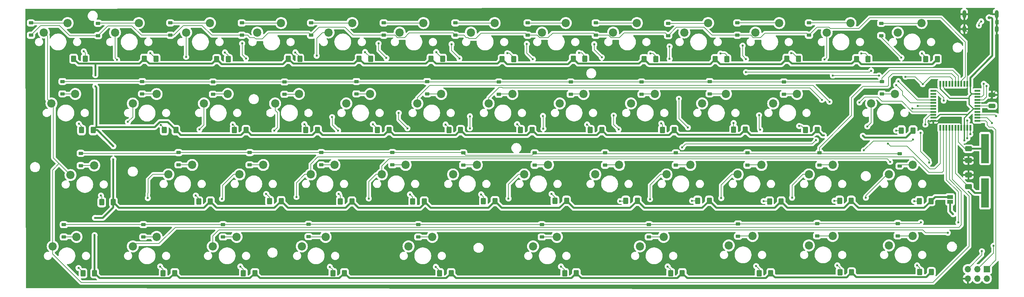
<source format=gbr>
%TF.GenerationSoftware,KiCad,Pcbnew,8.0.8-8.0.8-0~ubuntu24.04.1*%
%TF.CreationDate,2025-01-23T16:14:33-05:00*%
%TF.ProjectId,40 Keyboard,3430204b-6579-4626-9f61-72642e6b6963,4*%
%TF.SameCoordinates,Original*%
%TF.FileFunction,Copper,L2,Bot*%
%TF.FilePolarity,Positive*%
%FSLAX46Y46*%
G04 Gerber Fmt 4.6, Leading zero omitted, Abs format (unit mm)*
G04 Created by KiCad (PCBNEW 8.0.8-8.0.8-0~ubuntu24.04.1) date 2025-01-23 16:14:33*
%MOMM*%
%LPD*%
G01*
G04 APERTURE LIST*
G04 Aperture macros list*
%AMRoundRect*
0 Rectangle with rounded corners*
0 $1 Rounding radius*
0 $2 $3 $4 $5 $6 $7 $8 $9 X,Y pos of 4 corners*
0 Add a 4 corners polygon primitive as box body*
4,1,4,$2,$3,$4,$5,$6,$7,$8,$9,$2,$3,0*
0 Add four circle primitives for the rounded corners*
1,1,$1+$1,$2,$3*
1,1,$1+$1,$4,$5*
1,1,$1+$1,$6,$7*
1,1,$1+$1,$8,$9*
0 Add four rect primitives between the rounded corners*
20,1,$1+$1,$2,$3,$4,$5,0*
20,1,$1+$1,$4,$5,$6,$7,0*
20,1,$1+$1,$6,$7,$8,$9,0*
20,1,$1+$1,$8,$9,$2,$3,0*%
G04 Aperture macros list end*
%TA.AperFunction,ComponentPad*%
%ADD10C,2.200000*%
%TD*%
%TA.AperFunction,ComponentPad*%
%ADD11O,1.000000X2.200000*%
%TD*%
%TA.AperFunction,ComponentPad*%
%ADD12O,1.000000X1.800000*%
%TD*%
%TA.AperFunction,ComponentPad*%
%ADD13R,1.700000X1.700000*%
%TD*%
%TA.AperFunction,ComponentPad*%
%ADD14O,1.700000X1.700000*%
%TD*%
%TA.AperFunction,SMDPad,CuDef*%
%ADD15RoundRect,0.225000X-0.375000X0.225000X-0.375000X-0.225000X0.375000X-0.225000X0.375000X0.225000X0*%
%TD*%
%TA.AperFunction,SMDPad,CuDef*%
%ADD16RoundRect,0.250000X-0.400000X-0.625000X0.400000X-0.625000X0.400000X0.625000X-0.400000X0.625000X0*%
%TD*%
%TA.AperFunction,SMDPad,CuDef*%
%ADD17RoundRect,0.250000X0.400000X0.625000X-0.400000X0.625000X-0.400000X-0.625000X0.400000X-0.625000X0*%
%TD*%
%TA.AperFunction,SMDPad,CuDef*%
%ADD18RoundRect,0.225000X0.375000X-0.225000X0.375000X0.225000X-0.375000X0.225000X-0.375000X-0.225000X0*%
%TD*%
%TA.AperFunction,SMDPad,CuDef*%
%ADD19R,2.000000X7.875000*%
%TD*%
%TA.AperFunction,SMDPad,CuDef*%
%ADD20RoundRect,0.250000X-0.650000X0.412500X-0.650000X-0.412500X0.650000X-0.412500X0.650000X0.412500X0*%
%TD*%
%TA.AperFunction,SMDPad,CuDef*%
%ADD21RoundRect,0.250000X0.650000X-0.325000X0.650000X0.325000X-0.650000X0.325000X-0.650000X-0.325000X0*%
%TD*%
%TA.AperFunction,SMDPad,CuDef*%
%ADD22R,1.500000X0.500000*%
%TD*%
%TA.AperFunction,SMDPad,CuDef*%
%ADD23R,0.500000X1.500000*%
%TD*%
%TA.AperFunction,SMDPad,CuDef*%
%ADD24R,1.500000X1.000000*%
%TD*%
%TA.AperFunction,SMDPad,CuDef*%
%ADD25RoundRect,0.250000X0.650000X-0.412500X0.650000X0.412500X-0.650000X0.412500X-0.650000X-0.412500X0*%
%TD*%
%TA.AperFunction,ViaPad*%
%ADD26C,0.600000*%
%TD*%
%TA.AperFunction,ViaPad*%
%ADD27C,0.800000*%
%TD*%
%TA.AperFunction,Conductor*%
%ADD28C,0.300000*%
%TD*%
%TA.AperFunction,Conductor*%
%ADD29C,0.500000*%
%TD*%
%TA.AperFunction,Conductor*%
%ADD30C,0.200000*%
%TD*%
G04 APERTURE END LIST*
D10*
%TO.P,SW8,1,1*%
%TO.N,/Matrix/D_C8R1*%
X161490000Y-72920000D03*
%TO.P,SW8,2,2*%
%TO.N,COL_8*%
X155140000Y-75460000D03*
%TD*%
%TO.P,SW42,1,1*%
%TO.N,/Matrix/D_C9R4*%
X187615000Y-130170000D03*
%TO.P,SW42,2,2*%
%TO.N,COL_9*%
X181265000Y-132710000D03*
%TD*%
%TO.P,SW6,1,1*%
%TO.N,/Matrix/D_C6R1*%
X123490000Y-72920000D03*
%TO.P,SW6,2,2*%
%TO.N,COL_6*%
X117140000Y-75460000D03*
%TD*%
%TO.P,SW41,1,1*%
%TO.N,/Matrix/D_C5R4*%
X125865000Y-130170000D03*
%TO.P,SW41,2,2*%
%TO.N,COL_5*%
X119515000Y-132710000D03*
%TD*%
%TO.P,SW31,1,1*%
%TO.N,/Matrix/D_C7R3*%
X156740000Y-110920000D03*
%TO.P,SW31,2,2*%
%TO.N,COL_7*%
X150390000Y-113460000D03*
%TD*%
%TO.P,SW20,1,1*%
%TO.N,/Matrix/D_C8R2*%
X166240000Y-91920000D03*
%TO.P,SW20,2,2*%
%TO.N,COL_8*%
X159890000Y-94460000D03*
%TD*%
%TO.P,SW19,1,1*%
%TO.N,/Matrix/D_C7R2*%
X147240000Y-91920000D03*
%TO.P,SW19,2,2*%
%TO.N,COL_7*%
X140890000Y-94460000D03*
%TD*%
%TO.P,SW44,1,1*%
%TO.N,/Matrix/D_C8R4*%
X256490000Y-72920000D03*
%TO.P,SW44,2,2*%
%TO.N,COL_8*%
X250140000Y-75460000D03*
%TD*%
%TO.P,SW24,1,1*%
%TO.N,/Matrix/D_C12R2*%
X249365000Y-91920000D03*
%TO.P,SW24,2,2*%
%TO.N,COL_12*%
X243015000Y-94460000D03*
%TD*%
%TO.P,SW21,1,1*%
%TO.N,/Matrix/D_C9R2*%
X185240000Y-91920000D03*
%TO.P,SW21,2,2*%
%TO.N,COL_9*%
X178890000Y-94460000D03*
%TD*%
%TO.P,SW34,1,1*%
%TO.N,/Matrix/D_C10R3*%
X213740000Y-110920000D03*
%TO.P,SW34,2,2*%
%TO.N,COL_10*%
X207390000Y-113460000D03*
%TD*%
%TO.P,SW15,1,1*%
%TO.N,/Matrix/D_C3R2*%
X71240000Y-91920000D03*
%TO.P,SW15,2,2*%
%TO.N,COL_3*%
X64890000Y-94460000D03*
%TD*%
%TO.P,SW13,1,1*%
%TO.N,/Matrix/D_C1R2*%
X30540000Y-91920000D03*
%TO.P,SW13,2,2*%
%TO.N,COL_1*%
X24190000Y-94460000D03*
%TD*%
%TO.P,SW12,1,1*%
%TO.N,/Matrix/D_C12R1*%
X237490000Y-72920000D03*
%TO.P,SW12,2,2*%
%TO.N,COL_12*%
X231140000Y-75460000D03*
%TD*%
%TO.P,SW17,1,1*%
%TO.N,/Matrix/D_C5R2*%
X109240000Y-91920000D03*
%TO.P,SW17,2,2*%
%TO.N,COL_5*%
X102890000Y-94460000D03*
%TD*%
%TO.P,SW38,1,1*%
%TO.N,/Matrix/D_C2R4*%
X52240000Y-130170000D03*
%TO.P,SW38,2,2*%
%TO.N,COL_2*%
X45890000Y-132710000D03*
%TD*%
%TO.P,SW46,1,1*%
%TO.N,/Matrix/D_C10R4*%
X211365000Y-129920000D03*
%TO.P,SW46,2,2*%
%TO.N,COL_10*%
X205015000Y-132460000D03*
%TD*%
%TO.P,SW45,1,1*%
%TO.N,/Matrix/D_C11R4*%
X232740000Y-129920000D03*
%TO.P,SW45,2,2*%
%TO.N,COL_11*%
X226390000Y-132460000D03*
%TD*%
%TO.P,SW35,1,1*%
%TO.N,/Matrix/D_C11R3*%
X232740000Y-110920000D03*
%TO.P,SW35,2,2*%
%TO.N,COL_11*%
X226390000Y-113460000D03*
%TD*%
%TO.P,SW48,1,1*%
%TO.N,/Matrix/D_C12R4*%
X254115000Y-129920000D03*
%TO.P,SW48,2,2*%
%TO.N,COL_12*%
X247765000Y-132460000D03*
%TD*%
%TO.P,SW39,1,1*%
%TO.N,/Matrix/D_C3R4*%
X73615000Y-130170000D03*
%TO.P,SW39,2,2*%
%TO.N,COL_3*%
X67265000Y-132710000D03*
%TD*%
%TO.P,SW18,1,1*%
%TO.N,/Matrix/D_C6R2*%
X128240000Y-91920000D03*
%TO.P,SW18,2,2*%
%TO.N,COL_6*%
X121890000Y-94460000D03*
%TD*%
%TO.P,SW11,1,1*%
%TO.N,/Matrix/D_C11R1*%
X218490000Y-72920000D03*
%TO.P,SW11,2,2*%
%TO.N,COL_11*%
X212140000Y-75460000D03*
%TD*%
%TO.P,SW33,1,1*%
%TO.N,/Matrix/D_C9R3*%
X194740000Y-110920000D03*
%TO.P,SW33,2,2*%
%TO.N,COL_9*%
X188390000Y-113460000D03*
%TD*%
%TO.P,SW9,1,1*%
%TO.N,/Matrix/D_C9R1*%
X180490000Y-72920000D03*
%TO.P,SW9,2,2*%
%TO.N,COL_9*%
X174140000Y-75460000D03*
%TD*%
%TO.P,SW10,1,1*%
%TO.N,/Matrix/D_C10R1*%
X199490000Y-72920000D03*
%TO.P,SW10,2,2*%
%TO.N,COL_10*%
X193140000Y-75460000D03*
%TD*%
%TO.P,SW36,1,1*%
%TO.N,/Matrix/D_C12R3*%
X254115000Y-110920000D03*
%TO.P,SW36,2,2*%
%TO.N,COL_12*%
X247765000Y-113460000D03*
%TD*%
%TO.P,SW40,1,1*%
%TO.N,/Matrix/D_C4R4*%
X97365000Y-130170000D03*
%TO.P,SW40,2,2*%
%TO.N,COL_4*%
X91015000Y-132710000D03*
%TD*%
%TO.P,SW5,1,1*%
%TO.N,/Matrix/D_C5R1*%
X104490000Y-72920000D03*
%TO.P,SW5,2,2*%
%TO.N,COL_5*%
X98140000Y-75460000D03*
%TD*%
%TO.P,SW14,1,1*%
%TO.N,/Matrix/D_C2R2*%
X52240000Y-91945000D03*
%TO.P,SW14,2,2*%
%TO.N,COL_2*%
X45890000Y-94485000D03*
%TD*%
%TO.P,SW32,1,1*%
%TO.N,/Matrix/D_C8R3*%
X175740000Y-110920000D03*
%TO.P,SW32,2,2*%
%TO.N,COL_8*%
X169390000Y-113460000D03*
%TD*%
%TO.P,SW27,1,1*%
%TO.N,/Matrix/D_C3R3*%
X80740000Y-110920000D03*
%TO.P,SW27,2,2*%
%TO.N,COL_3*%
X74390000Y-113460000D03*
%TD*%
%TO.P,SW7,1,1*%
%TO.N,/Matrix/D_C7R1*%
X142490000Y-72920000D03*
%TO.P,SW7,2,2*%
%TO.N,COL_7*%
X136140000Y-75460000D03*
%TD*%
%TO.P,SW29,1,1*%
%TO.N,/Matrix/D_C5R3*%
X118740000Y-110920000D03*
%TO.P,SW29,2,2*%
%TO.N,COL_5*%
X112390000Y-113460000D03*
%TD*%
%TO.P,SW25,1,1*%
%TO.N,/Matrix/D_C1R3*%
X35615000Y-111070000D03*
%TO.P,SW25,2,2*%
%TO.N,COL_1*%
X29265000Y-113610000D03*
%TD*%
%TO.P,SW2,1,1*%
%TO.N,/Matrix/D_C2R1*%
X47490000Y-72920000D03*
%TO.P,SW2,2,2*%
%TO.N,COL_2*%
X41140000Y-75460000D03*
%TD*%
%TO.P,SW28,1,1*%
%TO.N,/Matrix/D_C4R3*%
X99740000Y-110920000D03*
%TO.P,SW28,2,2*%
%TO.N,COL_4*%
X93390000Y-113460000D03*
%TD*%
%TO.P,SW23,1,1*%
%TO.N,/Matrix/D_C11R2*%
X223240000Y-91920000D03*
%TO.P,SW23,2,2*%
%TO.N,COL_11*%
X216890000Y-94460000D03*
%TD*%
%TO.P,SW3,1,1*%
%TO.N,/Matrix/D_C3R1*%
X66490000Y-72920000D03*
%TO.P,SW3,2,2*%
%TO.N,COL_3*%
X60140000Y-75460000D03*
%TD*%
D11*
%TO.P,J1,SH1,SHIELD1*%
%TO.N,GND*%
X276520000Y-70575000D03*
%TO.P,J1,SH2,SHIELD2*%
X267880000Y-70575000D03*
D12*
%TO.P,J1,SH3,SHIELD3*%
X276520000Y-74575000D03*
%TO.P,J1,SH4,SHIELD4*%
X267880000Y-74575000D03*
%TD*%
D10*
%TO.P,SW4,1,1*%
%TO.N,/Matrix/D_C4R1*%
X85490000Y-72920000D03*
%TO.P,SW4,2,2*%
%TO.N,COL_4*%
X79140000Y-75460000D03*
%TD*%
%TO.P,SW22,1,1*%
%TO.N,/Matrix/D_C10R2*%
X204240000Y-91920000D03*
%TO.P,SW22,2,2*%
%TO.N,COL_10*%
X197890000Y-94460000D03*
%TD*%
D13*
%TO.P,U1,1,MISO*%
%TO.N,MISO*%
X273900000Y-138800000D03*
D14*
%TO.P,U1,2,VCC*%
%TO.N,USB_VBUS_5*%
X273900000Y-141340000D03*
%TO.P,U1,3,SCK*%
%TO.N,SCK*%
X271360000Y-138800000D03*
%TO.P,U1,4,MOSI*%
%TO.N,MOSI*%
X271360000Y-141340000D03*
%TO.P,U1,5,RSET*%
%TO.N,RSET*%
X268820000Y-138800000D03*
%TO.P,U1,6,GND*%
%TO.N,GND*%
X268820000Y-141340000D03*
%TD*%
D10*
%TO.P,SW1,1,1*%
%TO.N,/Matrix/D_C1R1*%
X28490000Y-72920000D03*
%TO.P,SW1,2,2*%
%TO.N,COL_1*%
X22140000Y-75460000D03*
%TD*%
%TO.P,SW43,1,1*%
%TO.N,/Matrix/D_C7R4*%
X159115000Y-130170000D03*
%TO.P,SW43,2,2*%
%TO.N,COL_7*%
X152765000Y-132710000D03*
%TD*%
%TO.P,SW16,1,1*%
%TO.N,/Matrix/D_C4R2*%
X90240000Y-91920000D03*
%TO.P,SW16,2,2*%
%TO.N,COL_4*%
X83890000Y-94460000D03*
%TD*%
%TO.P,SW30,1,1*%
%TO.N,/Matrix/D_C6R3*%
X137740000Y-110920000D03*
%TO.P,SW30,2,2*%
%TO.N,COL_6*%
X131390000Y-113460000D03*
%TD*%
%TO.P,SW37,1,1*%
%TO.N,/Matrix/D_C1R4*%
X30865000Y-130170000D03*
%TO.P,SW37,2,2*%
%TO.N,COL_1*%
X24515000Y-132710000D03*
%TD*%
%TO.P,SW26,1,1*%
%TO.N,/Matrix/D_C2R3*%
X61740000Y-110920000D03*
%TO.P,SW26,2,2*%
%TO.N,COL_2*%
X55390000Y-113460000D03*
%TD*%
D15*
%TO.P,D32,1,K*%
%TO.N,ROW_3*%
X153200000Y-107700000D03*
%TO.P,D32,2,A*%
%TO.N,/Matrix/D_C7R3*%
X153200000Y-111000000D03*
%TD*%
%TO.P,D37,1,K*%
%TO.N,ROW_3*%
X250600000Y-107900000D03*
%TO.P,D37,2,A*%
%TO.N,/Matrix/D_C12R3*%
X250600000Y-111200000D03*
%TD*%
D16*
%TO.P,R10,1*%
%TO.N,/LED Circuit/LED_5V*%
X182400000Y-82600000D03*
%TO.P,R10,2*%
%TO.N,Net-(D57-A)*%
X185500000Y-82600000D03*
%TD*%
D15*
%TO.P,D25,1,K*%
%TO.N,ROW_2*%
X245900000Y-88600000D03*
%TO.P,D25,2,A*%
%TO.N,/Matrix/D_C12R2*%
X245900000Y-91900000D03*
%TD*%
%TO.P,D1,1,K*%
%TO.N,ROW_4*%
X250100000Y-126600000D03*
%TO.P,D1,2,A*%
%TO.N,/Matrix/D_C12R4*%
X250100000Y-129900000D03*
%TD*%
D17*
%TO.P,R25,1*%
%TO.N,/LED Circuit/LED_5V*%
X152500000Y-101600000D03*
%TO.P,R25,2*%
%TO.N,Net-(D68-A)*%
X149400000Y-101600000D03*
%TD*%
D15*
%TO.P,D24,1,K*%
%TO.N,ROW_2*%
X219700000Y-88700000D03*
%TO.P,D24,2,A*%
%TO.N,/Matrix/D_C11R2*%
X219700000Y-92000000D03*
%TD*%
D17*
%TO.P,R30,1*%
%TO.N,/LED Circuit/LED_5V*%
X254200000Y-101700000D03*
%TO.P,R30,2*%
%TO.N,Net-(D73-A)*%
X251100000Y-101700000D03*
%TD*%
D18*
%TO.P,D10,1,K*%
%TO.N,ROW_1*%
X169500000Y-76200000D03*
%TO.P,D10,2,A*%
%TO.N,/Matrix/D_C9R1*%
X169500000Y-72900000D03*
%TD*%
D17*
%TO.P,R49,1*%
%TO.N,/LED Circuit/LED_5V*%
X192600000Y-139900000D03*
%TO.P,R49,2*%
%TO.N,Net-(D92-A)*%
X189500000Y-139900000D03*
%TD*%
D18*
%TO.P,D3,1,K*%
%TO.N,ROW_1*%
X36600000Y-76300000D03*
%TO.P,D3,2,A*%
%TO.N,/Matrix/D_C2R1*%
X36600000Y-73000000D03*
%TD*%
%TO.P,D6,1,K*%
%TO.N,ROW_1*%
X93500000Y-76200000D03*
%TO.P,D6,2,A*%
%TO.N,/Matrix/D_C5R1*%
X93500000Y-72900000D03*
%TD*%
D17*
%TO.P,R24,1*%
%TO.N,/LED Circuit/LED_5V*%
X133400000Y-101600000D03*
%TO.P,R24,2*%
%TO.N,Net-(D67-A)*%
X130300000Y-101600000D03*
%TD*%
D18*
%TO.P,D9,1,K*%
%TO.N,ROW_1*%
X151300000Y-76200000D03*
%TO.P,D9,2,A*%
%TO.N,/Matrix/D_C8R1*%
X151300000Y-72900000D03*
%TD*%
D16*
%TO.P,R13,1*%
%TO.N,/LED Circuit/LED_5V*%
X239100000Y-82600000D03*
%TO.P,R13,2*%
%TO.N,Net-(D60-A)*%
X242200000Y-82600000D03*
%TD*%
D19*
%TO.P,Y1,1,1*%
%TO.N,/Microcontroller/XTAL_2*%
X273400000Y-106525000D03*
%TO.P,Y1,2,2*%
%TO.N,/Microcontroller/XTAL_1*%
X273400000Y-118400000D03*
%TD*%
D15*
%TO.P,D47,1,K*%
%TO.N,ROW_4*%
X207500000Y-126700000D03*
%TO.P,D47,2,A*%
%TO.N,/Matrix/D_C10R4*%
X207500000Y-130000000D03*
%TD*%
%TO.P,D40,1,K*%
%TO.N,ROW_4*%
X70000000Y-126900000D03*
%TO.P,D40,2,A*%
%TO.N,/Matrix/D_C3R4*%
X70000000Y-130200000D03*
%TD*%
D16*
%TO.P,R5,1*%
%TO.N,/LED Circuit/LED_5V*%
X87400000Y-82500000D03*
%TO.P,R5,2*%
%TO.N,Net-(D52-A)*%
X90500000Y-82500000D03*
%TD*%
D15*
%TO.P,D16,1,K*%
%TO.N,ROW_2*%
X67300000Y-88700000D03*
%TO.P,D16,2,A*%
%TO.N,/Matrix/D_C3R2*%
X67300000Y-92000000D03*
%TD*%
D17*
%TO.P,R39,1*%
%TO.N,/LED Circuit/LED_5V*%
X199800000Y-120500000D03*
%TO.P,R39,2*%
%TO.N,Net-(D82-A)*%
X196700000Y-120500000D03*
%TD*%
D15*
%TO.P,D30,1,K*%
%TO.N,ROW_3*%
X115200000Y-107600000D03*
%TO.P,D30,2,A*%
%TO.N,/Matrix/D_C5R3*%
X115200000Y-110900000D03*
%TD*%
D16*
%TO.P,R9,1*%
%TO.N,/LED Circuit/LED_5V*%
X163500000Y-82500000D03*
%TO.P,R9,2*%
%TO.N,Net-(D56-A)*%
X166600000Y-82500000D03*
%TD*%
D17*
%TO.P,R51,1*%
%TO.N,/LED Circuit/LED_5V*%
X237800000Y-139700000D03*
%TO.P,R51,2*%
%TO.N,Net-(D94-A)*%
X234700000Y-139700000D03*
%TD*%
%TO.P,R15,1*%
%TO.N,/LED Circuit/LED_5V*%
X35300000Y-101600000D03*
%TO.P,R15,2*%
%TO.N,Net-(D62-A)*%
X32200000Y-101600000D03*
%TD*%
D15*
%TO.P,D36,1,K*%
%TO.N,ROW_3*%
X229200000Y-107700000D03*
%TO.P,D36,2,A*%
%TO.N,/Matrix/D_C11R3*%
X229200000Y-111000000D03*
%TD*%
%TO.P,D39,1,K*%
%TO.N,ROW_4*%
X48700000Y-126900000D03*
%TO.P,D39,2,A*%
%TO.N,/Matrix/D_C2R4*%
X48700000Y-130200000D03*
%TD*%
%TO.P,D43,1,K*%
%TO.N,ROW_4*%
X183700000Y-126900000D03*
%TO.P,D43,2,A*%
%TO.N,/Matrix/D_C9R4*%
X183700000Y-130200000D03*
%TD*%
D17*
%TO.P,R21,1*%
%TO.N,/LED Circuit/LED_5V*%
X76100000Y-101600000D03*
%TO.P,R21,2*%
%TO.N,Net-(D64-A)*%
X73000000Y-101600000D03*
%TD*%
D16*
%TO.P,R12,1*%
%TO.N,/LED Circuit/LED_5V*%
X220500000Y-82500000D03*
%TO.P,R12,2*%
%TO.N,Net-(D59-A)*%
X223600000Y-82500000D03*
%TD*%
%TO.P,R4,1*%
%TO.N,/LED Circuit/LED_5V*%
X68300000Y-82600000D03*
%TO.P,R4,2*%
%TO.N,Net-(D51-A)*%
X71400000Y-82600000D03*
%TD*%
D15*
%TO.P,D27,1,K*%
%TO.N,ROW_3*%
X58100000Y-107600000D03*
%TO.P,D27,2,A*%
%TO.N,/Matrix/D_C2R3*%
X58100000Y-110900000D03*
%TD*%
%TO.P,D18,1,K*%
%TO.N,ROW_2*%
X105600000Y-88600000D03*
%TO.P,D18,2,A*%
%TO.N,/Matrix/D_C5R2*%
X105600000Y-91900000D03*
%TD*%
D18*
%TO.P,D13,1,K*%
%TO.N,ROW_1*%
X226400000Y-76200000D03*
%TO.P,D13,2,A*%
%TO.N,/Matrix/D_C12R1*%
X226400000Y-72900000D03*
%TD*%
D16*
%TO.P,R2,1*%
%TO.N,/LED Circuit/LED_5V*%
X30100000Y-82500000D03*
%TO.P,R2,2*%
%TO.N,Net-(D48-A)*%
X33200000Y-82500000D03*
%TD*%
%TO.P,R7,1*%
%TO.N,/LED Circuit/LED_5V*%
X125500000Y-82500000D03*
%TO.P,R7,2*%
%TO.N,Net-(D54-A)*%
X128600000Y-82500000D03*
%TD*%
D18*
%TO.P,D5,1,K*%
%TO.N,ROW_1*%
X75000000Y-76200000D03*
%TO.P,D5,2,A*%
%TO.N,/Matrix/D_C4R1*%
X75000000Y-72900000D03*
%TD*%
%TO.P,D4,1,K*%
%TO.N,ROW_1*%
X55900000Y-76200000D03*
%TO.P,D4,2,A*%
%TO.N,/Matrix/D_C3R1*%
X55900000Y-72900000D03*
%TD*%
D16*
%TO.P,R11,1*%
%TO.N,/LED Circuit/LED_5V*%
X201400000Y-82600000D03*
%TO.P,R11,2*%
%TO.N,Net-(D58-A)*%
X204500000Y-82600000D03*
%TD*%
D17*
%TO.P,R37,1*%
%TO.N,/LED Circuit/LED_5V*%
X161700000Y-120500000D03*
%TO.P,R37,2*%
%TO.N,Net-(D80-A)*%
X158600000Y-120500000D03*
%TD*%
D20*
%TO.P,C6,1*%
%TO.N,/Microcontroller/XTAL_2*%
X269000000Y-106600000D03*
%TO.P,C6,2*%
%TO.N,GND*%
X269000000Y-109725000D03*
%TD*%
D16*
%TO.P,R3,1*%
%TO.N,/LED Circuit/LED_5V*%
X49000000Y-82500000D03*
%TO.P,R3,2*%
%TO.N,Net-(D49-A)*%
X52100000Y-82500000D03*
%TD*%
D15*
%TO.P,D38,1,K*%
%TO.N,ROW_4*%
X27500000Y-126900000D03*
%TO.P,D38,2,A*%
%TO.N,/Matrix/D_C1R4*%
X27500000Y-130200000D03*
%TD*%
%TO.P,D19,1,K*%
%TO.N,ROW_2*%
X124500000Y-88600000D03*
%TO.P,D19,2,A*%
%TO.N,/Matrix/D_C6R2*%
X124500000Y-91900000D03*
%TD*%
%TO.P,D28,1,K*%
%TO.N,ROW_3*%
X77100000Y-107600000D03*
%TO.P,D28,2,A*%
%TO.N,/Matrix/D_C3R3*%
X77100000Y-110900000D03*
%TD*%
D17*
%TO.P,R46,1*%
%TO.N,/LED Circuit/LED_5V*%
X102400000Y-139900000D03*
%TO.P,R46,2*%
%TO.N,Net-(D89-A)*%
X99300000Y-139900000D03*
%TD*%
D16*
%TO.P,R6,1*%
%TO.N,/LED Circuit/LED_5V*%
X106300000Y-82500000D03*
%TO.P,R6,2*%
%TO.N,Net-(D53-A)*%
X109400000Y-82500000D03*
%TD*%
D15*
%TO.P,D23,1,K*%
%TO.N,ROW_2*%
X199900000Y-88600000D03*
%TO.P,D23,2,A*%
%TO.N,/Matrix/D_C10R2*%
X199900000Y-91900000D03*
%TD*%
D17*
%TO.P,R50,1*%
%TO.N,/LED Circuit/LED_5V*%
X216200000Y-139900000D03*
%TO.P,R50,2*%
%TO.N,Net-(D93-A)*%
X213100000Y-139900000D03*
%TD*%
%TO.P,R44,1*%
%TO.N,/LED Circuit/LED_5V*%
X57100000Y-139900000D03*
%TO.P,R44,2*%
%TO.N,Net-(D87-A)*%
X54000000Y-139900000D03*
%TD*%
D15*
%TO.P,D42,1,K*%
%TO.N,ROW_4*%
X122100000Y-126900000D03*
%TO.P,D42,2,A*%
%TO.N,/Matrix/D_C5R4*%
X122100000Y-130200000D03*
%TD*%
D17*
%TO.P,R47,1*%
%TO.N,/LED Circuit/LED_5V*%
X130900000Y-139900000D03*
%TO.P,R47,2*%
%TO.N,Net-(D90-A)*%
X127800000Y-139900000D03*
%TD*%
D21*
%TO.P,C7,1*%
%TO.N,Net-(U2-UCAP)*%
X275300000Y-95100000D03*
%TO.P,C7,2*%
%TO.N,GND*%
X275300000Y-92150000D03*
%TD*%
D15*
%TO.P,D44,1,K*%
%TO.N,ROW_4*%
X155100000Y-126900000D03*
%TO.P,D44,2,A*%
%TO.N,/Matrix/D_C7R4*%
X155100000Y-130200000D03*
%TD*%
D17*
%TO.P,R40,1*%
%TO.N,/LED Circuit/LED_5V*%
X219000000Y-120700000D03*
%TO.P,R40,2*%
%TO.N,Net-(D83-A)*%
X215900000Y-120700000D03*
%TD*%
D15*
%TO.P,D46,1,K*%
%TO.N,ROW_4*%
X228600000Y-126600000D03*
%TO.P,D46,2,A*%
%TO.N,/Matrix/D_C11R4*%
X228600000Y-129900000D03*
%TD*%
%TO.P,D29,1,K*%
%TO.N,ROW_3*%
X96200000Y-107600000D03*
%TO.P,D29,2,A*%
%TO.N,/Matrix/D_C4R3*%
X96200000Y-110900000D03*
%TD*%
D17*
%TO.P,R32,1*%
%TO.N,/LED Circuit/LED_5V*%
X66600000Y-120700000D03*
%TO.P,R32,2*%
%TO.N,Net-(D75-A)*%
X63500000Y-120700000D03*
%TD*%
D15*
%TO.P,D31,1,K*%
%TO.N,ROW_3*%
X134100000Y-107700000D03*
%TO.P,D31,2,A*%
%TO.N,/Matrix/D_C6R3*%
X134100000Y-111000000D03*
%TD*%
%TO.P,D41,1,K*%
%TO.N,ROW_4*%
X92800000Y-126800000D03*
%TO.P,D41,2,A*%
%TO.N,/Matrix/D_C4R4*%
X92800000Y-130100000D03*
%TD*%
D17*
%TO.P,R42,1*%
%TO.N,/LED Circuit/LED_5V*%
X259000000Y-120600000D03*
%TO.P,R42,2*%
%TO.N,Net-(D85-A)*%
X255900000Y-120600000D03*
%TD*%
%TO.P,R26,1*%
%TO.N,/LED Circuit/LED_5V*%
X171100000Y-101600000D03*
%TO.P,R26,2*%
%TO.N,Net-(D69-A)*%
X168000000Y-101600000D03*
%TD*%
D18*
%TO.P,D2,1,K*%
%TO.N,ROW_1*%
X18700000Y-76200000D03*
%TO.P,D2,2,A*%
%TO.N,/Matrix/D_C1R1*%
X18700000Y-72900000D03*
%TD*%
D17*
%TO.P,R33,1*%
%TO.N,/LED Circuit/LED_5V*%
X85500000Y-120600000D03*
%TO.P,R33,2*%
%TO.N,Net-(D76-A)*%
X82400000Y-120600000D03*
%TD*%
%TO.P,R1,1*%
%TO.N,/LED Circuit/LED_5V*%
X259100000Y-139600000D03*
%TO.P,R1,2*%
%TO.N,Net-(D50-A)*%
X256000000Y-139600000D03*
%TD*%
%TO.P,R45,1*%
%TO.N,/LED Circuit/LED_5V*%
X78500000Y-139900000D03*
%TO.P,R45,2*%
%TO.N,Net-(D88-A)*%
X75400000Y-139900000D03*
%TD*%
D15*
%TO.P,D35,1,K*%
%TO.N,ROW_3*%
X210000000Y-107700000D03*
%TO.P,D35,2,A*%
%TO.N,/Matrix/D_C10R3*%
X210000000Y-111000000D03*
%TD*%
%TO.P,D14,1,K*%
%TO.N,ROW_2*%
X27100000Y-88600000D03*
%TO.P,D14,2,A*%
%TO.N,/Matrix/D_C1R2*%
X27100000Y-91900000D03*
%TD*%
D17*
%TO.P,R38,1*%
%TO.N,/LED Circuit/LED_5V*%
X180600000Y-120500000D03*
%TO.P,R38,2*%
%TO.N,Net-(D81-A)*%
X177500000Y-120500000D03*
%TD*%
D18*
%TO.P,D11,1,K*%
%TO.N,ROW_1*%
X188800000Y-76300000D03*
%TO.P,D11,2,A*%
%TO.N,/Matrix/D_C10R1*%
X188800000Y-73000000D03*
%TD*%
D17*
%TO.P,R34,1*%
%TO.N,/LED Circuit/LED_5V*%
X104400000Y-120700000D03*
%TO.P,R34,2*%
%TO.N,Net-(D77-A)*%
X101300000Y-120700000D03*
%TD*%
D15*
%TO.P,D22,1,K*%
%TO.N,ROW_2*%
X181700000Y-88700000D03*
%TO.P,D22,2,A*%
%TO.N,/Matrix/D_C9R2*%
X181700000Y-92000000D03*
%TD*%
%TO.P,D33,1,K*%
%TO.N,ROW_3*%
X172000000Y-107700000D03*
%TO.P,D33,2,A*%
%TO.N,/Matrix/D_C8R3*%
X172000000Y-111000000D03*
%TD*%
D17*
%TO.P,R28,1*%
%TO.N,/LED Circuit/LED_5V*%
X209400000Y-101500000D03*
%TO.P,R28,2*%
%TO.N,Net-(D71-A)*%
X206300000Y-101500000D03*
%TD*%
%TO.P,R31,1*%
%TO.N,/LED Circuit/LED_5V*%
X40700000Y-120900000D03*
%TO.P,R31,2*%
%TO.N,Net-(D74-A)*%
X37600000Y-120900000D03*
%TD*%
D18*
%TO.P,D7,1,K*%
%TO.N,ROW_1*%
X112900000Y-76200000D03*
%TO.P,D7,2,A*%
%TO.N,/Matrix/D_C6R1*%
X112900000Y-72900000D03*
%TD*%
D17*
%TO.P,R22,1*%
%TO.N,/LED Circuit/LED_5V*%
X95200000Y-101600000D03*
%TO.P,R22,2*%
%TO.N,Net-(D65-A)*%
X92100000Y-101600000D03*
%TD*%
%TO.P,R23,1*%
%TO.N,/LED Circuit/LED_5V*%
X114300000Y-101600000D03*
%TO.P,R23,2*%
%TO.N,Net-(D66-A)*%
X111200000Y-101600000D03*
%TD*%
%TO.P,R41,1*%
%TO.N,/LED Circuit/LED_5V*%
X237700000Y-120500000D03*
%TO.P,R41,2*%
%TO.N,Net-(D84-A)*%
X234600000Y-120500000D03*
%TD*%
D22*
%TO.P,U2,1,PE6*%
%TO.N,unconnected-(U2-PE6-Pad1)*%
X271400000Y-91100000D03*
%TO.P,U2,2,UVCC*%
%TO.N,USB_VBUS_5*%
X271400000Y-91900000D03*
%TO.P,U2,3,D-*%
%TO.N,Net-(U2-D-)*%
X271400000Y-92700000D03*
%TO.P,U2,4,D+*%
%TO.N,Net-(U2-D+)*%
X271400000Y-93500000D03*
%TO.P,U2,5,UGND*%
%TO.N,GND*%
X271400000Y-94300000D03*
%TO.P,U2,6,UCAP*%
%TO.N,Net-(U2-UCAP)*%
X271400000Y-95100000D03*
%TO.P,U2,7,VBUS*%
%TO.N,USB_VBUS_5*%
X271400000Y-95900000D03*
%TO.P,U2,8,PB0*%
%TO.N,unconnected-(U2-PB0-Pad8)*%
X271400000Y-96700000D03*
%TO.P,U2,9,PB1*%
%TO.N,SCK*%
X271400000Y-97500000D03*
%TO.P,U2,10,PB2*%
%TO.N,MOSI*%
X271400000Y-98300000D03*
%TO.P,U2,11,PB3*%
%TO.N,MISO*%
X271400000Y-99100000D03*
D23*
%TO.P,U2,12,PB7*%
%TO.N,COL_12*%
X269500000Y-101000000D03*
%TO.P,U2,13,~{RESET}*%
%TO.N,RSET*%
X268700000Y-101000000D03*
%TO.P,U2,14,VCC*%
%TO.N,USB_VBUS_5*%
X267900000Y-101000000D03*
%TO.P,U2,15,GND*%
%TO.N,GND*%
X267100000Y-101000000D03*
%TO.P,U2,16,XTAL2*%
%TO.N,/Microcontroller/XTAL_2*%
X266300000Y-101000000D03*
%TO.P,U2,17,XTAL1*%
%TO.N,/Microcontroller/XTAL_1*%
X265500000Y-101000000D03*
%TO.P,U2,18,PD0*%
%TO.N,COL_1*%
X264700000Y-101000000D03*
%TO.P,U2,19,PD1*%
%TO.N,COL_2*%
X263900000Y-101000000D03*
%TO.P,U2,20,PD2*%
%TO.N,COL_3*%
X263100000Y-101000000D03*
%TO.P,U2,21,PD3*%
%TO.N,COL_4*%
X262300000Y-101000000D03*
%TO.P,U2,22,PD5*%
%TO.N,COL_6*%
X261500000Y-101000000D03*
D22*
%TO.P,U2,23,GND*%
%TO.N,GND*%
X259600000Y-99100000D03*
%TO.P,U2,24,AVCC*%
%TO.N,USB_VBUS_5*%
X259600000Y-98300000D03*
%TO.P,U2,25,PD4*%
%TO.N,COL_5*%
X259600000Y-97500000D03*
%TO.P,U2,26,PD6*%
%TO.N,COL_7*%
X259600000Y-96700000D03*
%TO.P,U2,27,PD7*%
%TO.N,COL_8*%
X259600000Y-95900000D03*
%TO.P,U2,28,PB4*%
%TO.N,COL_9*%
X259600000Y-95100000D03*
%TO.P,U2,29,PB5*%
%TO.N,COL_10*%
X259600000Y-94300000D03*
%TO.P,U2,30,PB6*%
%TO.N,COL_11*%
X259600000Y-93500000D03*
%TO.P,U2,31,PC6*%
%TO.N,unconnected-(U2-PC6-Pad31)*%
X259600000Y-92700000D03*
%TO.P,U2,32,PC7*%
%TO.N,unconnected-(U2-PC7-Pad32)*%
X259600000Y-91900000D03*
%TO.P,U2,33,PE2*%
%TO.N,Net-(U2-PE2)*%
X259600000Y-91100000D03*
D23*
%TO.P,U2,34,VCC*%
%TO.N,USB_VBUS_5*%
X261500000Y-89200000D03*
%TO.P,U2,35,GND*%
%TO.N,GND*%
X262300000Y-89200000D03*
%TO.P,U2,36,PF7*%
%TO.N,unconnected-(U2-PF7-Pad36)*%
X263100000Y-89200000D03*
%TO.P,U2,37,PF6*%
%TO.N,unconnected-(U2-PF6-Pad37)*%
X263900000Y-89200000D03*
%TO.P,U2,38,PF5*%
%TO.N,ROW_4*%
X264700000Y-89200000D03*
%TO.P,U2,39,PF4*%
%TO.N,ROW_3*%
X265500000Y-89200000D03*
%TO.P,U2,40,PF1*%
%TO.N,ROW_2*%
X266300000Y-89200000D03*
%TO.P,U2,41,PF0*%
%TO.N,ROW_1*%
X267100000Y-89200000D03*
%TO.P,U2,42,AREF*%
%TO.N,unconnected-(U2-AREF-Pad42)*%
X267900000Y-89200000D03*
%TO.P,U2,43,GND*%
%TO.N,GND*%
X268700000Y-89200000D03*
%TO.P,U2,44,AVCC*%
%TO.N,USB_VBUS_5*%
X269500000Y-89200000D03*
%TD*%
D15*
%TO.P,D17,1,K*%
%TO.N,ROW_2*%
X86400000Y-88700000D03*
%TO.P,D17,2,A*%
%TO.N,/Matrix/D_C4R2*%
X86400000Y-92000000D03*
%TD*%
%TO.P,D21,1,K*%
%TO.N,ROW_2*%
X162800000Y-88700000D03*
%TO.P,D21,2,A*%
%TO.N,/Matrix/D_C8R2*%
X162800000Y-92000000D03*
%TD*%
D16*
%TO.P,R8,1*%
%TO.N,/LED Circuit/LED_5V*%
X144500000Y-82600000D03*
%TO.P,R8,2*%
%TO.N,Net-(D55-A)*%
X147600000Y-82600000D03*
%TD*%
D17*
%TO.P,R43,1*%
%TO.N,/LED Circuit/LED_5V*%
X35700000Y-139900000D03*
%TO.P,R43,2*%
%TO.N,Net-(D86-A)*%
X32600000Y-139900000D03*
%TD*%
D18*
%TO.P,D45,1,K*%
%TO.N,ROW_4*%
X245700000Y-76300000D03*
%TO.P,D45,2,A*%
%TO.N,/Matrix/D_C8R4*%
X245700000Y-73000000D03*
%TD*%
%TO.P,D12,1,K*%
%TO.N,ROW_1*%
X207300000Y-76200000D03*
%TO.P,D12,2,A*%
%TO.N,/Matrix/D_C11R1*%
X207300000Y-72900000D03*
%TD*%
D24*
%TO.P,J5,1,1*%
%TO.N,/LED Circuit/LED_5V*%
X264100000Y-119500000D03*
%TO.P,J5,2,2*%
%TO.N,USB_VBUS_5*%
X264100000Y-120800000D03*
%TD*%
D15*
%TO.P,D15,1,K*%
%TO.N,ROW_2*%
X48400000Y-88600000D03*
%TO.P,D15,2,A*%
%TO.N,/Matrix/D_C2R2*%
X48400000Y-91900000D03*
%TD*%
D17*
%TO.P,R48,1*%
%TO.N,/LED Circuit/LED_5V*%
X164300000Y-139900000D03*
%TO.P,R48,2*%
%TO.N,Net-(D91-A)*%
X161200000Y-139900000D03*
%TD*%
%TO.P,R36,1*%
%TO.N,/LED Circuit/LED_5V*%
X142600000Y-120600000D03*
%TO.P,R36,2*%
%TO.N,Net-(D79-A)*%
X139500000Y-120600000D03*
%TD*%
%TO.P,R35,1*%
%TO.N,/LED Circuit/LED_5V*%
X123700000Y-120700000D03*
%TO.P,R35,2*%
%TO.N,Net-(D78-A)*%
X120600000Y-120700000D03*
%TD*%
D15*
%TO.P,D20,1,K*%
%TO.N,ROW_2*%
X143600000Y-88700000D03*
%TO.P,D20,2,A*%
%TO.N,/Matrix/D_C7R2*%
X143600000Y-92000000D03*
%TD*%
D18*
%TO.P,D8,1,K*%
%TO.N,ROW_1*%
X132000000Y-76200000D03*
%TO.P,D8,2,A*%
%TO.N,/Matrix/D_C7R1*%
X132000000Y-72900000D03*
%TD*%
D17*
%TO.P,R20,1*%
%TO.N,/LED Circuit/LED_5V*%
X57400000Y-101600000D03*
%TO.P,R20,2*%
%TO.N,Net-(D63-A)*%
X54300000Y-101600000D03*
%TD*%
%TO.P,R29,1*%
%TO.N,/LED Circuit/LED_5V*%
X228600000Y-101600000D03*
%TO.P,R29,2*%
%TO.N,Net-(D72-A)*%
X225500000Y-101600000D03*
%TD*%
D25*
%TO.P,C5,1*%
%TO.N,/Microcontroller/XTAL_1*%
X269000000Y-116700000D03*
%TO.P,C5,2*%
%TO.N,GND*%
X269000000Y-113575000D03*
%TD*%
D17*
%TO.P,R14,1*%
%TO.N,/LED Circuit/LED_5V*%
X260700000Y-82600000D03*
%TO.P,R14,2*%
%TO.N,Net-(D61-A)*%
X257600000Y-82600000D03*
%TD*%
D15*
%TO.P,D26,1,K*%
%TO.N,ROW_3*%
X32000000Y-107800000D03*
%TO.P,D26,2,A*%
%TO.N,/Matrix/D_C1R3*%
X32000000Y-111100000D03*
%TD*%
%TO.P,D34,1,K*%
%TO.N,ROW_3*%
X190900000Y-107700000D03*
%TO.P,D34,2,A*%
%TO.N,/Matrix/D_C9R3*%
X190900000Y-111000000D03*
%TD*%
D17*
%TO.P,R27,1*%
%TO.N,/LED Circuit/LED_5V*%
X190400000Y-101600000D03*
%TO.P,R27,2*%
%TO.N,Net-(D70-A)*%
X187300000Y-101600000D03*
%TD*%
D26*
%TO.N,USB_VBUS_5*%
X267900000Y-104400000D03*
D27*
X274500000Y-71500000D03*
D26*
X264900000Y-124100000D03*
%TO.N,GND*%
X194600000Y-86900000D03*
X148800000Y-86900000D03*
X39300000Y-134900000D03*
X264100000Y-76200000D03*
X233200000Y-98500000D03*
X98500000Y-81900000D03*
X58800000Y-86800000D03*
X87300000Y-113500000D03*
X127400000Y-124800000D03*
X60700000Y-135200000D03*
X265500000Y-95100000D03*
X271500000Y-112100000D03*
X266800000Y-108000000D03*
X244200000Y-79600000D03*
X106800000Y-113600000D03*
X96800000Y-94400000D03*
X141400000Y-136100000D03*
X28400000Y-105400000D03*
X193000000Y-81400000D03*
X135300000Y-93600000D03*
X271100000Y-127900000D03*
X225400000Y-78900000D03*
X116900000Y-86800000D03*
X55600000Y-80200000D03*
X156800000Y-82300000D03*
X259200000Y-104400000D03*
X87800000Y-105700000D03*
X265600000Y-92000000D03*
X173100000Y-94300000D03*
X172500000Y-134700000D03*
X239600000Y-113100000D03*
X30600000Y-124600000D03*
X236200000Y-106700000D03*
X219800000Y-134100000D03*
X173700000Y-81500000D03*
%TO.N,RSET*%
X268700000Y-99000000D03*
X268700000Y-103800000D03*
X272600000Y-134000000D03*
%TO.N,Net-(U2-PE2)*%
X262400000Y-93700000D03*
%TO.N,SCK*%
X275700000Y-132550000D03*
X276400000Y-97800000D03*
%TO.N,MOSI*%
X275300000Y-99700000D03*
%TO.N,ROW_4*%
X256800000Y-89300000D03*
X256300000Y-126300000D03*
X251100000Y-82200000D03*
X252200000Y-87300000D03*
X256200000Y-102300000D03*
X258500000Y-110300000D03*
%TO.N,COL_5*%
X95000000Y-81700000D03*
X108900000Y-119900000D03*
X248100000Y-110100000D03*
X99100000Y-98100000D03*
X257500000Y-100100000D03*
X100700000Y-101700000D03*
%TO.N,COL_7*%
X229900000Y-93500000D03*
X131000000Y-78600000D03*
X135900000Y-97900000D03*
X146200000Y-119900000D03*
X133100000Y-82400000D03*
X239900000Y-94200000D03*
X135900000Y-101100000D03*
%TO.N,COL_6*%
X111500000Y-78400000D03*
X116900000Y-97000000D03*
X119200000Y-101100000D03*
X113600000Y-82300000D03*
X247500000Y-105200000D03*
X231900000Y-94000000D03*
%TO.N,COL_2*%
X41700000Y-82800000D03*
X44600000Y-99400000D03*
X49900000Y-119800000D03*
%TO.N,COL_3*%
X60140000Y-82000000D03*
X69700000Y-120000000D03*
X63700000Y-101400000D03*
X263500000Y-129100000D03*
X266300000Y-126300000D03*
%TO.N,COL_4*%
X75100000Y-78400000D03*
X83700000Y-101700000D03*
X76100000Y-82400000D03*
X89600000Y-119500000D03*
%TO.N,COL_8*%
X151100000Y-78500000D03*
X155400000Y-97800000D03*
X155500000Y-101200000D03*
X152700000Y-82600000D03*
X254000000Y-95800000D03*
%TO.N,COL_9*%
X228300000Y-104300000D03*
X174300000Y-97700000D03*
X254200000Y-104100000D03*
X171100000Y-82100000D03*
X255500000Y-95100000D03*
X169100000Y-78600000D03*
X184000000Y-120100000D03*
X192600000Y-106200000D03*
X175600000Y-101400000D03*
X241100000Y-107000000D03*
%TO.N,COL_10*%
X249700000Y-89500000D03*
X203000000Y-119800000D03*
X191700000Y-93200000D03*
X194100000Y-100900000D03*
X243000000Y-85700000D03*
X189200000Y-82500000D03*
X209600000Y-86100000D03*
X189200000Y-79200000D03*
%TO.N,COL_11*%
X221900000Y-119700000D03*
X208700000Y-79000000D03*
X250300000Y-88500000D03*
X213400000Y-101500000D03*
X213100000Y-97600000D03*
X232800000Y-87000000D03*
X245100000Y-87000000D03*
X209600000Y-82600000D03*
%TO.N,COL_12*%
X241600000Y-119700000D03*
X269500000Y-102700000D03*
X242000000Y-100600000D03*
X230600000Y-82700000D03*
%TO.N,32U4_USB_DN*%
X272400000Y-72500000D03*
X271800000Y-73600000D03*
%TO.N,Net-(U2-D-)*%
X273100000Y-89200000D03*
%TO.N,Net-(U2-D+)*%
X273800000Y-89800000D03*
%TO.N,Net-(D48-A)*%
X32800000Y-80500000D03*
%TO.N,Net-(D49-A)*%
X50600000Y-81000000D03*
%TO.N,Net-(D50-A)*%
X255300000Y-137800000D03*
%TO.N,Net-(D51-A)*%
X70500000Y-80800000D03*
%TO.N,Net-(D52-A)*%
X89300000Y-80800000D03*
%TO.N,Net-(D53-A)*%
X107900000Y-80700000D03*
%TO.N,Net-(D54-A)*%
X126900000Y-80700000D03*
%TO.N,Net-(D55-A)*%
X145900000Y-81000000D03*
%TO.N,Net-(D56-A)*%
X165000000Y-80900000D03*
%TO.N,Net-(D57-A)*%
X184100000Y-81100000D03*
%TO.N,Net-(D58-A)*%
X202800000Y-81100000D03*
%TO.N,Net-(D59-A)*%
X221700000Y-81000000D03*
%TO.N,Net-(D60-A)*%
X240400000Y-81100000D03*
%TO.N,Net-(D61-A)*%
X256600000Y-81100000D03*
%TO.N,Net-(D62-A)*%
X31500000Y-99900000D03*
%TO.N,Net-(D63-A)*%
X53400000Y-100200000D03*
%TO.N,Net-(D64-A)*%
X72600000Y-100100000D03*
%TO.N,Net-(D65-A)*%
X91700000Y-100000000D03*
%TO.N,Net-(D66-A)*%
X110000000Y-100000000D03*
%TO.N,Net-(D67-A)*%
X129400000Y-100100000D03*
%TO.N,Net-(D68-A)*%
X148500000Y-100000000D03*
%TO.N,Net-(D69-A)*%
X167200000Y-100100000D03*
%TO.N,Net-(D70-A)*%
X187000000Y-99800000D03*
%TO.N,Net-(D71-A)*%
X206300000Y-99700000D03*
%TO.N,Net-(D72-A)*%
X223800000Y-100500000D03*
%TO.N,Net-(D73-A)*%
X249700000Y-101700000D03*
%TO.N,Net-(D74-A)*%
X37400000Y-119100000D03*
%TO.N,Net-(D75-A)*%
X62700000Y-119100000D03*
%TO.N,Net-(D76-A)*%
X81500000Y-118700000D03*
%TO.N,Net-(D77-A)*%
X100900000Y-118700000D03*
%TO.N,Net-(D78-A)*%
X119900000Y-118800000D03*
%TO.N,Net-(D79-A)*%
X138900000Y-118800000D03*
%TO.N,Net-(D80-A)*%
X157700000Y-118700000D03*
%TO.N,Net-(D81-A)*%
X176000000Y-120600000D03*
%TO.N,Net-(D82-A)*%
X195200000Y-120500000D03*
%TO.N,Net-(D83-A)*%
X214300000Y-120600000D03*
%TO.N,Net-(D84-A)*%
X233200000Y-120500000D03*
%TO.N,Net-(D85-A)*%
X254500000Y-120600000D03*
%TO.N,Net-(D86-A)*%
X31400000Y-138500000D03*
%TO.N,Net-(D87-A)*%
X53200000Y-138100000D03*
%TO.N,Net-(D88-A)*%
X74600000Y-138100000D03*
%TO.N,Net-(D89-A)*%
X98500000Y-138200000D03*
%TO.N,Net-(D90-A)*%
X126800000Y-138200000D03*
%TO.N,Net-(D91-A)*%
X160200000Y-138100000D03*
%TO.N,Net-(D92-A)*%
X188700000Y-138100000D03*
%TO.N,Net-(D93-A)*%
X212300000Y-138000000D03*
%TO.N,Net-(D94-A)*%
X234000000Y-137800000D03*
%TO.N,/LED Circuit/LED_5V*%
X35700000Y-129700000D03*
X40700000Y-105900000D03*
X230400000Y-103000000D03*
X40700000Y-109400000D03*
X35900000Y-86900000D03*
X240800000Y-103100000D03*
X35900000Y-89900000D03*
X35800000Y-125100000D03*
%TD*%
D28*
%TO.N,USB_VBUS_5*%
X269500000Y-91500000D02*
X269500000Y-89200000D01*
D29*
X264900000Y-124100000D02*
X264100000Y-123300000D01*
D28*
X271400000Y-91900000D02*
X270350000Y-91900000D01*
D29*
X264100000Y-123300000D02*
X264100000Y-120800000D01*
X269500000Y-87600000D02*
X269500000Y-89200000D01*
D28*
X261400000Y-97400000D02*
X268850000Y-97400000D01*
X264000000Y-93100000D02*
X261500000Y-90600000D01*
X269150000Y-94700000D02*
X269150000Y-93100000D01*
X260500000Y-98300000D02*
X261400000Y-97400000D01*
D29*
X275400000Y-81700000D02*
X269500000Y-87600000D01*
D28*
X269900000Y-91900000D02*
X269150000Y-92650000D01*
X271400000Y-95900000D02*
X270350000Y-95900000D01*
D29*
X275400000Y-71800000D02*
X275400000Y-81700000D01*
D28*
X270350000Y-91900000D02*
X269900000Y-91900000D01*
X269900000Y-91900000D02*
X269500000Y-91500000D01*
X269150000Y-92650000D02*
X269150000Y-93100000D01*
X270350000Y-95900000D02*
X267900000Y-98350000D01*
X267900000Y-98350000D02*
X267900000Y-101000000D01*
X261500000Y-90600000D02*
X261500000Y-89200000D01*
D29*
X275100000Y-71500000D02*
X275400000Y-71800000D01*
D28*
X269150000Y-93100000D02*
X264000000Y-93100000D01*
D29*
X274500000Y-71500000D02*
X275100000Y-71500000D01*
D28*
X259600000Y-98300000D02*
X260500000Y-98300000D01*
X267900000Y-104400000D02*
X267900000Y-101000000D01*
X268850000Y-97400000D02*
X269475000Y-96775000D01*
X270350000Y-95900000D02*
X269150000Y-94700000D01*
D30*
%TO.N,GND*%
X273800000Y-94300000D02*
X275300000Y-92800000D01*
X262300000Y-90150000D02*
X263450000Y-91300000D01*
X262300000Y-89200000D02*
X262300000Y-90150000D01*
X267100000Y-101000000D02*
X267100000Y-100050000D01*
X268600000Y-91300000D02*
X268700000Y-91200000D01*
X268900000Y-75595000D02*
X267880000Y-74575000D01*
X263450000Y-91300000D02*
X268600000Y-91300000D01*
X259200000Y-104400000D02*
X258500000Y-103700000D01*
X268700000Y-80900000D02*
X268900000Y-80700000D01*
X259100000Y-99100000D02*
X259600000Y-99100000D01*
X275300000Y-92800000D02*
X275300000Y-92150000D01*
X268700000Y-91200000D02*
X268700000Y-89200000D01*
X275300000Y-92150000D02*
X276520000Y-90930000D01*
X268525000Y-109725000D02*
X269000000Y-109725000D01*
X266150000Y-99100000D02*
X259600000Y-99100000D01*
X267100000Y-100050000D02*
X266150000Y-99100000D01*
X268700000Y-89200000D02*
X268700000Y-80900000D01*
X258500000Y-103700000D02*
X258500000Y-99700000D01*
X269000000Y-113575000D02*
X269000000Y-109725000D01*
X276520000Y-90930000D02*
X276520000Y-74575000D01*
X271400000Y-94300000D02*
X273800000Y-94300000D01*
X266800000Y-108000000D02*
X268525000Y-109725000D01*
X258500000Y-99700000D02*
X259100000Y-99100000D01*
X268900000Y-80700000D02*
X268900000Y-75595000D01*
%TO.N,RSET*%
X272600000Y-134000000D02*
X272600000Y-135020000D01*
X268700000Y-99000000D02*
X268700000Y-101000000D01*
X268700000Y-103800000D02*
X268700000Y-101000000D01*
X272600000Y-135020000D02*
X268820000Y-138800000D01*
%TO.N,Net-(U2-PE2)*%
X260550000Y-91100000D02*
X259600000Y-91100000D01*
X262400000Y-93700000D02*
X262400000Y-92950000D01*
X262400000Y-92950000D02*
X260550000Y-91100000D01*
%TO.N,SCK*%
X275700000Y-134460000D02*
X271360000Y-138800000D01*
X276400000Y-97800000D02*
X276100000Y-97500000D01*
X276100000Y-97500000D02*
X271400000Y-97500000D01*
X275700000Y-132550000D02*
X275700000Y-134460000D01*
%TO.N,MOSI*%
X275300000Y-99700000D02*
X275300000Y-99651471D01*
X273948529Y-98300000D02*
X271400000Y-98300000D01*
X275300000Y-99651471D02*
X273948529Y-98300000D01*
%TO.N,/Microcontroller/XTAL_1*%
X269000000Y-116700000D02*
X265500000Y-113200000D01*
X265500000Y-113200000D02*
X265500000Y-101000000D01*
D29*
X270700000Y-118400000D02*
X269000000Y-116700000D01*
X273400000Y-118400000D02*
X270700000Y-118400000D01*
%TO.N,/Microcontroller/XTAL_2*%
X273400000Y-106525000D02*
X269075000Y-106525000D01*
D30*
X269075000Y-106525000D02*
X269000000Y-106600000D01*
X269000000Y-106600000D02*
X268100000Y-106600000D01*
X266300000Y-104800000D02*
X266300000Y-101000000D01*
X268100000Y-106600000D02*
X266300000Y-104800000D01*
%TO.N,ROW_1*%
X78367056Y-76800000D02*
X78767056Y-77200000D01*
X132000000Y-76200000D02*
X134300000Y-76200000D01*
X36600000Y-76300000D02*
X39200000Y-73700000D01*
X104700000Y-76200000D02*
X112900000Y-76200000D01*
X59400000Y-73600000D02*
X64400000Y-73600000D01*
X93500000Y-76200000D02*
X95640000Y-74060000D01*
X112900000Y-76200000D02*
X115900101Y-76200000D01*
X242600000Y-71500000D02*
X261700000Y-71500000D01*
X191040000Y-74060000D02*
X198360000Y-74060000D01*
X82026598Y-75600000D02*
X92900000Y-75600000D01*
X39200000Y-73700000D02*
X45700000Y-73700000D01*
X267100000Y-88400000D02*
X267100000Y-89200000D01*
X21300000Y-73600000D02*
X26350000Y-73600000D01*
X177026598Y-75600000D02*
X188100000Y-75600000D01*
X168950000Y-75650000D02*
X169500000Y-76200000D01*
X188800000Y-76300000D02*
X191040000Y-74060000D01*
X45700000Y-73700000D02*
X48200000Y-76200000D01*
X18700000Y-76200000D02*
X21300000Y-73600000D01*
X151300000Y-76200000D02*
X153900101Y-76200000D01*
X75000000Y-76200000D02*
X76600000Y-76200000D01*
X77200000Y-76800000D02*
X78367056Y-76800000D01*
X188100000Y-75600000D02*
X188800000Y-76300000D01*
X232059899Y-74400000D02*
X239700000Y-74400000D01*
X56800000Y-76200000D02*
X59400000Y-73600000D01*
X48200000Y-76200000D02*
X55900000Y-76200000D01*
X214650000Y-75650000D02*
X225850000Y-75650000D01*
X228540000Y-74060000D02*
X231719899Y-74060000D01*
X207300000Y-76200000D02*
X210900101Y-76200000D01*
X134900000Y-76800000D02*
X135367056Y-76800000D01*
X64400000Y-73600000D02*
X67000000Y-76200000D01*
X119700000Y-75600000D02*
X131400000Y-75600000D01*
X116560101Y-76860000D02*
X118440000Y-76860000D01*
X67000000Y-76200000D02*
X75000000Y-76200000D01*
X226400000Y-76200000D02*
X228540000Y-74060000D01*
X29050000Y-76300000D02*
X36600000Y-76300000D01*
X231719899Y-74060000D02*
X232059899Y-74400000D01*
X138850000Y-75650000D02*
X150750000Y-75650000D01*
X55900000Y-76200000D02*
X56800000Y-76200000D01*
X225850000Y-75650000D02*
X226400000Y-76200000D01*
X135667056Y-77100000D02*
X137400000Y-77100000D01*
X261700000Y-71500000D02*
X268200000Y-78000000D01*
X268200000Y-78000000D02*
X268200000Y-87300000D01*
X268200000Y-87300000D02*
X267100000Y-88400000D01*
X80426598Y-77200000D02*
X82026598Y-75600000D01*
X134300000Y-76200000D02*
X134900000Y-76800000D01*
X92900000Y-75600000D02*
X93500000Y-76200000D01*
X131400000Y-75600000D02*
X132000000Y-76200000D01*
X115900101Y-76200000D02*
X116560101Y-76860000D01*
X118440000Y-76860000D02*
X119700000Y-75600000D01*
X95640000Y-74060000D02*
X102560000Y-74060000D01*
X157976598Y-75650000D02*
X168950000Y-75650000D01*
X26350000Y-73600000D02*
X29050000Y-76300000D01*
X154560101Y-76860000D02*
X156766598Y-76860000D01*
X239700000Y-74400000D02*
X242600000Y-71500000D01*
X172900101Y-76200000D02*
X173560101Y-76860000D01*
X102560000Y-74060000D02*
X104700000Y-76200000D01*
X156766598Y-76860000D02*
X157976598Y-75650000D01*
X135367056Y-76800000D02*
X135667056Y-77100000D01*
X175766598Y-76860000D02*
X177026598Y-75600000D01*
X200500000Y-76200000D02*
X207300000Y-76200000D01*
X213440000Y-76860000D02*
X214650000Y-75650000D01*
X211560101Y-76860000D02*
X213440000Y-76860000D01*
X198360000Y-74060000D02*
X200500000Y-76200000D01*
X153900101Y-76200000D02*
X154560101Y-76860000D01*
X78767056Y-77200000D02*
X80426598Y-77200000D01*
X76600000Y-76200000D02*
X77200000Y-76800000D01*
X169500000Y-76200000D02*
X172900101Y-76200000D01*
X173560101Y-76860000D02*
X175766598Y-76860000D01*
X137400000Y-77100000D02*
X138850000Y-75650000D01*
X150750000Y-75650000D02*
X151300000Y-76200000D01*
X210900101Y-76200000D02*
X211560101Y-76860000D01*
%TO.N,/Matrix/D_C1R1*%
X18720000Y-72920000D02*
X18700000Y-72900000D01*
X28490000Y-72920000D02*
X18720000Y-72920000D01*
%TO.N,/Matrix/D_C1R2*%
X30540000Y-91920000D02*
X27120000Y-91920000D01*
X27120000Y-91920000D02*
X27100000Y-91900000D01*
%TO.N,ROW_2*%
X48400000Y-88600000D02*
X48700000Y-88600000D01*
X245900000Y-87700000D02*
X248000000Y-85600000D01*
X248000000Y-85600000D02*
X264800000Y-85600000D01*
X245800000Y-88700000D02*
X245900000Y-88600000D01*
X48700000Y-88600000D02*
X48800000Y-88700000D01*
X264800000Y-85600000D02*
X266300000Y-87100000D01*
X219700000Y-88500000D02*
X219600000Y-88400000D01*
X245900000Y-88600000D02*
X245900000Y-87700000D01*
X266300000Y-87100000D02*
X266300000Y-89200000D01*
X48800000Y-88700000D02*
X67300000Y-88700000D01*
X67300000Y-88700000D02*
X245800000Y-88700000D01*
X27100000Y-88600000D02*
X48400000Y-88600000D01*
X219700000Y-88700000D02*
X219700000Y-88500000D01*
%TO.N,ROW_3*%
X247700000Y-89600000D02*
X247700000Y-87500000D01*
X240800000Y-89900000D02*
X247400000Y-89900000D01*
X248700000Y-86500000D02*
X264500000Y-86500000D01*
X153200000Y-107700000D02*
X153600000Y-107700000D01*
X153800000Y-107900000D02*
X250600000Y-107900000D01*
X229200000Y-107700000D02*
X229200000Y-106295101D01*
X153600000Y-107700000D02*
X153800000Y-107900000D01*
X32000000Y-107800000D02*
X57900000Y-107800000D01*
X247700000Y-87500000D02*
X248700000Y-86500000D01*
X58100000Y-107600000D02*
X134000000Y-107600000D01*
X134750000Y-108350000D02*
X152550000Y-108350000D01*
X134100000Y-107700000D02*
X134750000Y-108350000D01*
X264500000Y-86500000D02*
X265500000Y-87500000D01*
X229200000Y-106295101D02*
X237800000Y-97695101D01*
X265500000Y-87500000D02*
X265500000Y-89200000D01*
X247400000Y-89900000D02*
X247700000Y-89600000D01*
X134000000Y-107600000D02*
X134100000Y-107700000D01*
X152550000Y-108350000D02*
X153200000Y-107700000D01*
X237800000Y-92900000D02*
X240800000Y-89900000D01*
X57900000Y-107800000D02*
X58100000Y-107600000D01*
X237800000Y-97695101D02*
X237800000Y-92900000D01*
%TO.N,/Matrix/D_C1R3*%
X35615000Y-111070000D02*
X32030000Y-111070000D01*
X32030000Y-111070000D02*
X32000000Y-111100000D01*
%TO.N,ROW_4*%
X250100000Y-126600000D02*
X228600000Y-126600000D01*
X92800000Y-126800000D02*
X122000000Y-126800000D01*
X258500000Y-110300000D02*
X258500000Y-109600000D01*
X250100000Y-126600000D02*
X256000000Y-126600000D01*
X207300000Y-126900000D02*
X207500000Y-126700000D01*
X254800000Y-87300000D02*
X252200000Y-87300000D01*
X258500000Y-109600000D02*
X256200000Y-107300000D01*
X256800000Y-89300000D02*
X258800000Y-87300000D01*
X207500000Y-126700000D02*
X228500000Y-126700000D01*
X70000000Y-126900000D02*
X92700000Y-126900000D01*
X264100000Y-87300000D02*
X264700000Y-87900000D01*
X256200000Y-107300000D02*
X256200000Y-102300000D01*
X48700000Y-126900000D02*
X70000000Y-126900000D01*
X122000000Y-126800000D02*
X122100000Y-126900000D01*
X258800000Y-87300000D02*
X264100000Y-87300000D01*
X228500000Y-126700000D02*
X228600000Y-126600000D01*
X155100000Y-126900000D02*
X183700000Y-126900000D01*
X92700000Y-126900000D02*
X92800000Y-126800000D01*
X27500000Y-126900000D02*
X48700000Y-126900000D01*
X122100000Y-126900000D02*
X155100000Y-126900000D01*
X256800000Y-89300000D02*
X254800000Y-87300000D01*
X264700000Y-87900000D02*
X264700000Y-89200000D01*
X251100000Y-82150000D02*
X251100000Y-82200000D01*
X256000000Y-126600000D02*
X256300000Y-126300000D01*
X245700000Y-76300000D02*
X245700000Y-76750000D01*
X245700000Y-76750000D02*
X251100000Y-82150000D01*
X183700000Y-126900000D02*
X207300000Y-126900000D01*
%TO.N,/Matrix/D_C1R4*%
X30865000Y-130170000D02*
X27530000Y-130170000D01*
X27530000Y-130170000D02*
X27500000Y-130200000D01*
%TO.N,/Matrix/D_C2R1*%
X36680000Y-72920000D02*
X36600000Y-73000000D01*
X47490000Y-72920000D02*
X36680000Y-72920000D01*
%TO.N,MISO*%
X274551471Y-100800000D02*
X274000000Y-100248529D01*
X273900000Y-138800000D02*
X276300000Y-136400000D01*
X276300000Y-101600000D02*
X275500000Y-100800000D01*
X275500000Y-100800000D02*
X274551471Y-100800000D01*
X274000000Y-100248529D02*
X274000000Y-99500000D01*
X273600000Y-99100000D02*
X271400000Y-99100000D01*
X274000000Y-99500000D02*
X273600000Y-99100000D01*
X276300000Y-136400000D02*
X276300000Y-101600000D01*
%TO.N,COL_5*%
X257500000Y-100100000D02*
X257500000Y-98800000D01*
X95000000Y-77044366D02*
X95000000Y-81700000D01*
X108900000Y-115394366D02*
X110834366Y-113460000D01*
X96584366Y-75460000D02*
X95000000Y-77044366D01*
X112390000Y-113460000D02*
X112390000Y-111210000D01*
X257500000Y-98800000D02*
X258800000Y-97500000D01*
X247300000Y-109300000D02*
X248100000Y-110100000D01*
X99200000Y-100200000D02*
X100700000Y-101700000D01*
X114300000Y-109300000D02*
X247300000Y-109300000D01*
X99100000Y-98100000D02*
X99200000Y-98200000D01*
X110834366Y-113460000D02*
X112390000Y-113460000D01*
X99200000Y-98200000D02*
X99200000Y-100200000D01*
X258800000Y-97500000D02*
X259600000Y-97500000D01*
X98140000Y-75460000D02*
X96584366Y-75460000D01*
X112390000Y-111210000D02*
X114300000Y-109300000D01*
X108900000Y-119900000D02*
X108900000Y-115394366D01*
%TO.N,COL_7*%
X131000000Y-80300000D02*
X133100000Y-82400000D01*
X144600000Y-90300000D02*
X226700000Y-90300000D01*
X226700000Y-90300000D02*
X229900000Y-93500000D01*
X131000000Y-78600000D02*
X131000000Y-80300000D01*
X148834366Y-113460000D02*
X150390000Y-113460000D01*
X251251471Y-93900000D02*
X254051471Y-96700000D01*
X143694366Y-90100000D02*
X144400000Y-90100000D01*
X245900000Y-93900000D02*
X251251471Y-93900000D01*
X144400000Y-90100000D02*
X144600000Y-90300000D01*
X241300000Y-92800000D02*
X244800000Y-92800000D01*
X244800000Y-92800000D02*
X245900000Y-93900000D01*
X135900000Y-97900000D02*
X135900000Y-101100000D01*
X140890000Y-92904366D02*
X143694366Y-90100000D01*
X146200000Y-119900000D02*
X146200000Y-116094366D01*
X254051471Y-96700000D02*
X259600000Y-96700000D01*
X146200000Y-116094366D02*
X148834366Y-113460000D01*
X239900000Y-94200000D02*
X241300000Y-92800000D01*
X140890000Y-94460000D02*
X140890000Y-92904366D01*
%TO.N,COL_6*%
X111500000Y-78400000D02*
X111500000Y-80200000D01*
X247500000Y-105200000D02*
X248200000Y-105900000D01*
X116900000Y-98800000D02*
X119200000Y-101100000D01*
X227500000Y-89600000D02*
X231900000Y-94000000D01*
X116900000Y-97000000D02*
X116900000Y-98800000D01*
X261500000Y-110500000D02*
X261500000Y-101000000D01*
X121890000Y-94460000D02*
X121890000Y-92904366D01*
X258665686Y-112000000D02*
X260000000Y-112000000D01*
X252565686Y-105900000D02*
X258665686Y-112000000D01*
X125194366Y-89600000D02*
X227500000Y-89600000D01*
X121890000Y-92904366D02*
X125194366Y-89600000D01*
X111500000Y-80200000D02*
X113600000Y-82300000D01*
X260000000Y-112000000D02*
X261500000Y-110500000D01*
X248200000Y-105900000D02*
X252565686Y-105900000D01*
%TO.N,COL_1*%
X24515000Y-112285000D02*
X24515000Y-132710000D01*
X24515000Y-132710000D02*
X24515000Y-134763402D01*
X269200000Y-132700000D02*
X269200000Y-119300000D01*
X23100000Y-76420000D02*
X23100000Y-93370000D01*
X26227500Y-110572500D02*
X24515000Y-112285000D01*
X264700000Y-114800000D02*
X264700000Y-101000000D01*
X24515000Y-134763402D02*
X32151598Y-142400000D01*
X22140000Y-75460000D02*
X23100000Y-76420000D01*
X259500000Y-142400000D02*
X269200000Y-132700000D01*
X24700000Y-94970000D02*
X24700000Y-109045000D01*
X24700000Y-109045000D02*
X26227500Y-110572500D01*
X269200000Y-119300000D02*
X264700000Y-114800000D01*
X24190000Y-94460000D02*
X24700000Y-94970000D01*
X23100000Y-93370000D02*
X24190000Y-94460000D01*
X32151598Y-142400000D02*
X259500000Y-142400000D01*
X24700000Y-109045000D02*
X29265000Y-113610000D01*
%TO.N,COL_2*%
X50000000Y-118422944D02*
X50000000Y-114700000D01*
X267100000Y-127000000D02*
X267100000Y-118000000D01*
X52900000Y-132000000D02*
X57300000Y-127600000D01*
X57350000Y-127650000D02*
X184298696Y-127650000D01*
X184298696Y-127650000D02*
X184348696Y-127600000D01*
X50000000Y-114700000D02*
X51240000Y-113460000D01*
X184348696Y-127600000D02*
X266500000Y-127600000D01*
X51240000Y-113460000D02*
X55390000Y-113460000D01*
X45890000Y-98110000D02*
X45890000Y-94485000D01*
X45890000Y-132710000D02*
X46600000Y-132000000D01*
X49900000Y-118522944D02*
X50000000Y-118422944D01*
X41140000Y-82240000D02*
X41140000Y-75460000D01*
X263900000Y-114800000D02*
X263900000Y-101000000D01*
X267100000Y-118000000D02*
X263900000Y-114800000D01*
X41700000Y-82800000D02*
X41140000Y-82240000D01*
X49900000Y-119800000D02*
X49900000Y-118522944D01*
X44600000Y-99400000D02*
X45890000Y-98110000D01*
X266500000Y-127600000D02*
X267100000Y-127000000D01*
X57300000Y-127600000D02*
X57350000Y-127650000D01*
X46600000Y-132000000D02*
X52900000Y-132000000D01*
%TO.N,COL_3*%
X69900000Y-116394366D02*
X72834366Y-113460000D01*
X263100000Y-114900000D02*
X263100000Y-101000000D01*
X68900000Y-128300000D02*
X67265000Y-129935000D01*
X266300000Y-126300000D02*
X266300000Y-118100000D01*
X69900000Y-119800000D02*
X69900000Y-116394366D01*
X257600000Y-129100000D02*
X256800000Y-128300000D01*
X266300000Y-118100000D02*
X263100000Y-114900000D01*
X64890000Y-100210000D02*
X63700000Y-101400000D01*
X69700000Y-120000000D02*
X69900000Y-119800000D01*
X64890000Y-94460000D02*
X64890000Y-100210000D01*
X72834366Y-113460000D02*
X74390000Y-113460000D01*
X60140000Y-82000000D02*
X60140000Y-75460000D01*
X263500000Y-129100000D02*
X257600000Y-129100000D01*
X67265000Y-129935000D02*
X67265000Y-132710000D01*
X256800000Y-128300000D02*
X68900000Y-128300000D01*
%TO.N,COL_4*%
X262000000Y-112900000D02*
X262300000Y-112600000D01*
X89600000Y-115694366D02*
X91834366Y-113460000D01*
X262300000Y-112600000D02*
X262300000Y-101000000D01*
X91834366Y-113460000D02*
X93390000Y-113460000D01*
X84500000Y-96900000D02*
X84500000Y-100900000D01*
X84500000Y-100900000D02*
X83700000Y-101700000D01*
X93390000Y-110710000D02*
X95300000Y-108800000D01*
X95300000Y-108800000D02*
X254300000Y-108800000D01*
X258400000Y-112900000D02*
X262000000Y-112900000D01*
X83890000Y-96290000D02*
X84500000Y-96900000D01*
X75100000Y-81400000D02*
X76100000Y-82400000D01*
X254300000Y-108800000D02*
X258400000Y-112900000D01*
X89600000Y-119500000D02*
X89600000Y-115694366D01*
X93390000Y-113460000D02*
X93390000Y-110710000D01*
X83890000Y-94460000D02*
X83890000Y-96290000D01*
X75100000Y-78400000D02*
X75100000Y-81400000D01*
%TO.N,COL_8*%
X254100000Y-95900000D02*
X259600000Y-95900000D01*
X254000000Y-95800000D02*
X254100000Y-95900000D01*
X151100000Y-78500000D02*
X151100000Y-81000000D01*
X151100000Y-81000000D02*
X152700000Y-82600000D01*
X155400000Y-97800000D02*
X155500000Y-97900000D01*
X155500000Y-97900000D02*
X155500000Y-101200000D01*
%TO.N,COL_9*%
X174300000Y-100100000D02*
X175600000Y-101400000D01*
X184000000Y-116294366D02*
X186834366Y-113460000D01*
X255500000Y-95100000D02*
X259600000Y-95100000D01*
X184000000Y-120100000D02*
X184000000Y-116294366D01*
X227300000Y-105300000D02*
X228300000Y-104300000D01*
X192600000Y-106200000D02*
X193500000Y-105300000D01*
X253800000Y-104500000D02*
X243600000Y-104500000D01*
X186834366Y-113460000D02*
X188390000Y-113460000D01*
X169100000Y-78600000D02*
X169100000Y-80100000D01*
X169100000Y-80100000D02*
X171100000Y-82100000D01*
X193500000Y-105300000D02*
X227300000Y-105300000D01*
X243600000Y-104500000D02*
X241100000Y-107000000D01*
X254200000Y-104100000D02*
X253800000Y-104500000D01*
X174300000Y-97700000D02*
X174300000Y-100100000D01*
%TO.N,COL_10*%
X191700000Y-93200000D02*
X191700000Y-98500000D01*
X191700000Y-98500000D02*
X194100000Y-100900000D01*
X189200000Y-79200000D02*
X189200000Y-82500000D01*
X203000000Y-116294366D02*
X205834366Y-113460000D01*
X251400000Y-92200000D02*
X253500000Y-94300000D01*
X251400000Y-91200000D02*
X251400000Y-92200000D01*
X253500000Y-94300000D02*
X259600000Y-94300000D01*
X203000000Y-119800000D02*
X203000000Y-116294366D01*
X205834366Y-113460000D02*
X207390000Y-113460000D01*
X209600000Y-86100000D02*
X242600000Y-86100000D01*
X249700000Y-89500000D02*
X251400000Y-91200000D01*
X242600000Y-86100000D02*
X243000000Y-85700000D01*
%TO.N,COL_11*%
X213100000Y-97600000D02*
X213100000Y-101200000D01*
X250300000Y-88500000D02*
X255300000Y-93500000D01*
X224834366Y-113460000D02*
X226390000Y-113460000D01*
X208700000Y-79000000D02*
X208700000Y-81700000D01*
X245100000Y-87000000D02*
X232800000Y-87000000D01*
X213100000Y-101200000D02*
X213400000Y-101500000D01*
X208700000Y-81700000D02*
X209600000Y-82600000D01*
X255300000Y-93500000D02*
X259600000Y-93500000D01*
X221900000Y-116394366D02*
X224834366Y-113460000D01*
X221900000Y-119700000D02*
X221900000Y-116394366D01*
%TO.N,COL_12*%
X247337944Y-113460000D02*
X247765000Y-113460000D01*
X243015000Y-94460000D02*
X243015000Y-99585000D01*
X269500000Y-102700000D02*
X269500000Y-101000000D01*
X231140000Y-82160000D02*
X230600000Y-82700000D01*
X241600000Y-119197944D02*
X247337944Y-113460000D01*
X231140000Y-75460000D02*
X231140000Y-82160000D01*
X241600000Y-119700000D02*
X241600000Y-119197944D01*
X243015000Y-99585000D02*
X242000000Y-100600000D01*
%TO.N,32U4_USB_DN*%
X271800000Y-73100000D02*
X271800000Y-73600000D01*
X272400000Y-72500000D02*
X271800000Y-73100000D01*
%TO.N,Net-(U2-D-)*%
X273100000Y-89200000D02*
X273100000Y-92200000D01*
X273100000Y-92200000D02*
X272600000Y-92700000D01*
X272600000Y-92700000D02*
X271400000Y-92700000D01*
%TO.N,Net-(U2-D+)*%
X273800000Y-89800000D02*
X273800000Y-92700000D01*
X273000000Y-93500000D02*
X271400000Y-93500000D01*
X273800000Y-92700000D02*
X273000000Y-93500000D01*
%TO.N,/Matrix/D_C2R2*%
X52240000Y-91945000D02*
X48445000Y-91945000D01*
X48445000Y-91945000D02*
X48400000Y-91900000D01*
%TO.N,/Matrix/D_C2R3*%
X61740000Y-110920000D02*
X58120000Y-110920000D01*
X58120000Y-110920000D02*
X58100000Y-110900000D01*
%TO.N,/Matrix/D_C2R4*%
X48730000Y-130170000D02*
X48700000Y-130200000D01*
X52240000Y-130170000D02*
X48730000Y-130170000D01*
%TO.N,/Matrix/D_C3R1*%
X55920000Y-72920000D02*
X55900000Y-72900000D01*
X66490000Y-72920000D02*
X55920000Y-72920000D01*
%TO.N,/Matrix/D_C4R1*%
X85490000Y-72920000D02*
X75020000Y-72920000D01*
X75020000Y-72920000D02*
X75000000Y-72900000D01*
%TO.N,/Matrix/D_C5R1*%
X93520000Y-72920000D02*
X93500000Y-72900000D01*
X104490000Y-72920000D02*
X93520000Y-72920000D01*
%TO.N,/Matrix/D_C6R1*%
X123490000Y-72920000D02*
X112920000Y-72920000D01*
X112920000Y-72920000D02*
X112900000Y-72900000D01*
%TO.N,/Matrix/D_C7R1*%
X142490000Y-72920000D02*
X132020000Y-72920000D01*
X132020000Y-72920000D02*
X132000000Y-72900000D01*
%TO.N,/Matrix/D_C8R1*%
X161490000Y-72920000D02*
X151320000Y-72920000D01*
X151320000Y-72920000D02*
X151300000Y-72900000D01*
%TO.N,/Matrix/D_C9R1*%
X180490000Y-72920000D02*
X169520000Y-72920000D01*
X169520000Y-72920000D02*
X169500000Y-72900000D01*
%TO.N,/Matrix/D_C10R1*%
X199410000Y-73000000D02*
X199490000Y-72920000D01*
X188800000Y-73000000D02*
X199410000Y-73000000D01*
%TO.N,/Matrix/D_C11R1*%
X218470000Y-72900000D02*
X218490000Y-72920000D01*
X207300000Y-72900000D02*
X218470000Y-72900000D01*
%TO.N,/Matrix/D_C12R1*%
X237470000Y-72900000D02*
X237490000Y-72920000D01*
X226400000Y-72900000D02*
X237470000Y-72900000D01*
%TO.N,/Matrix/D_C3R2*%
X67380000Y-91920000D02*
X67300000Y-92000000D01*
X71240000Y-91920000D02*
X67380000Y-91920000D01*
%TO.N,/Matrix/D_C4R2*%
X90160000Y-92000000D02*
X90240000Y-91920000D01*
X86400000Y-92000000D02*
X90160000Y-92000000D01*
%TO.N,/Matrix/D_C5R2*%
X109240000Y-91920000D02*
X105620000Y-91920000D01*
X105620000Y-91920000D02*
X105600000Y-91900000D01*
%TO.N,/Matrix/D_C6R2*%
X124520000Y-91920000D02*
X124500000Y-91900000D01*
X128240000Y-91920000D02*
X124520000Y-91920000D01*
%TO.N,/Matrix/D_C7R2*%
X147240000Y-91920000D02*
X143680000Y-91920000D01*
X143680000Y-91920000D02*
X143600000Y-92000000D01*
%TO.N,/Matrix/D_C8R2*%
X166240000Y-91920000D02*
X162880000Y-91920000D01*
X162880000Y-91920000D02*
X162800000Y-92000000D01*
%TO.N,/Matrix/D_C9R2*%
X185240000Y-91920000D02*
X181780000Y-91920000D01*
X181780000Y-91920000D02*
X181700000Y-92000000D01*
%TO.N,/Matrix/D_C10R2*%
X199920000Y-91920000D02*
X199900000Y-91900000D01*
X204240000Y-91920000D02*
X199920000Y-91920000D01*
%TO.N,/Matrix/D_C11R2*%
X219780000Y-91920000D02*
X219700000Y-92000000D01*
X223240000Y-91920000D02*
X219780000Y-91920000D01*
%TO.N,/Matrix/D_C12R2*%
X245920000Y-91920000D02*
X245900000Y-91900000D01*
X249365000Y-91920000D02*
X245920000Y-91920000D01*
%TO.N,/Matrix/D_C3R3*%
X77120000Y-110920000D02*
X77100000Y-110900000D01*
X80740000Y-110920000D02*
X77120000Y-110920000D01*
%TO.N,/Matrix/D_C4R3*%
X99740000Y-110920000D02*
X96220000Y-110920000D01*
X96220000Y-110920000D02*
X96200000Y-110900000D01*
%TO.N,/Matrix/D_C5R3*%
X118740000Y-110920000D02*
X115220000Y-110920000D01*
X115220000Y-110920000D02*
X115200000Y-110900000D01*
%TO.N,/Matrix/D_C6R3*%
X134180000Y-110920000D02*
X134100000Y-111000000D01*
X137740000Y-110920000D02*
X134180000Y-110920000D01*
%TO.N,/Matrix/D_C7R3*%
X153280000Y-110920000D02*
X153200000Y-111000000D01*
X156740000Y-110920000D02*
X153280000Y-110920000D01*
%TO.N,/Matrix/D_C8R3*%
X175740000Y-110920000D02*
X172080000Y-110920000D01*
X172080000Y-110920000D02*
X172000000Y-111000000D01*
%TO.N,/Matrix/D_C9R3*%
X194740000Y-110920000D02*
X190980000Y-110920000D01*
X190980000Y-110920000D02*
X190900000Y-111000000D01*
%TO.N,/Matrix/D_C10R3*%
X213740000Y-110920000D02*
X210080000Y-110920000D01*
X210080000Y-110920000D02*
X210000000Y-111000000D01*
%TO.N,/Matrix/D_C11R3*%
X229280000Y-110920000D02*
X229200000Y-111000000D01*
X232740000Y-110920000D02*
X229280000Y-110920000D01*
%TO.N,/Matrix/D_C12R3*%
X254115000Y-110920000D02*
X250880000Y-110920000D01*
X250880000Y-110920000D02*
X250600000Y-111200000D01*
%TO.N,/Matrix/D_C3R4*%
X70030000Y-130170000D02*
X70000000Y-130200000D01*
X73615000Y-130170000D02*
X70030000Y-130170000D01*
%TO.N,/Matrix/D_C4R4*%
X92870000Y-130170000D02*
X92800000Y-130100000D01*
X97365000Y-130170000D02*
X92870000Y-130170000D01*
%TO.N,/Matrix/D_C5R4*%
X125865000Y-130170000D02*
X122130000Y-130170000D01*
X122130000Y-130170000D02*
X122100000Y-130200000D01*
%TO.N,/Matrix/D_C7R4*%
X155130000Y-130170000D02*
X155100000Y-130200000D01*
X159115000Y-130170000D02*
X155130000Y-130170000D01*
%TO.N,/Matrix/D_C8R4*%
X245700000Y-73000000D02*
X256410000Y-73000000D01*
X256410000Y-73000000D02*
X256490000Y-72920000D01*
%TO.N,/Matrix/D_C11R4*%
X232740000Y-129920000D02*
X228620000Y-129920000D01*
X228620000Y-129920000D02*
X228600000Y-129900000D01*
%TO.N,/Matrix/D_C10R4*%
X211365000Y-129920000D02*
X207580000Y-129920000D01*
X207580000Y-129920000D02*
X207500000Y-130000000D01*
%TO.N,/Matrix/D_C12R4*%
X250120000Y-129920000D02*
X250100000Y-129900000D01*
X254115000Y-129920000D02*
X250120000Y-129920000D01*
%TO.N,/Matrix/D_C9R4*%
X187615000Y-130170000D02*
X183730000Y-130170000D01*
X183730000Y-130170000D02*
X183700000Y-130200000D01*
%TO.N,Net-(D48-A)*%
X33200000Y-80900000D02*
X33200000Y-82500000D01*
X32800000Y-80500000D02*
X33200000Y-80900000D01*
%TO.N,Net-(D49-A)*%
X50600000Y-81000000D02*
X52100000Y-82500000D01*
%TO.N,Net-(D50-A)*%
X256000000Y-139600000D02*
X256000000Y-138500000D01*
X256000000Y-138500000D02*
X255300000Y-137800000D01*
%TO.N,Net-(D51-A)*%
X70500000Y-80800000D02*
X71400000Y-81700000D01*
X71400000Y-81700000D02*
X71400000Y-82600000D01*
%TO.N,Net-(U2-UCAP)*%
X271400000Y-95100000D02*
X274000000Y-95100000D01*
X274000000Y-95100000D02*
X275300000Y-95100000D01*
%TO.N,Net-(D52-A)*%
X90500000Y-82000000D02*
X90500000Y-82500000D01*
X89300000Y-80800000D02*
X90500000Y-82000000D01*
%TO.N,Net-(D53-A)*%
X107900000Y-80700000D02*
X109400000Y-82200000D01*
X109400000Y-82200000D02*
X109400000Y-82500000D01*
%TO.N,Net-(D54-A)*%
X126900000Y-80800000D02*
X128600000Y-82500000D01*
X126900000Y-80700000D02*
X126900000Y-80800000D01*
%TO.N,Net-(D55-A)*%
X145900000Y-81000000D02*
X146400000Y-81000000D01*
X146400000Y-81000000D02*
X147600000Y-82200000D01*
X147600000Y-82200000D02*
X147600000Y-82600000D01*
%TO.N,Net-(D56-A)*%
X165700000Y-80900000D02*
X166600000Y-81800000D01*
X166600000Y-81800000D02*
X166600000Y-82500000D01*
X165000000Y-80900000D02*
X165700000Y-80900000D01*
%TO.N,Net-(D57-A)*%
X184100000Y-81100000D02*
X184800000Y-81100000D01*
X184800000Y-81100000D02*
X185500000Y-81800000D01*
X185500000Y-81800000D02*
X185500000Y-82600000D01*
%TO.N,Net-(D58-A)*%
X204500000Y-81600000D02*
X204500000Y-82600000D01*
X202800000Y-81100000D02*
X204000000Y-81100000D01*
X204000000Y-81100000D02*
X204500000Y-81600000D01*
%TO.N,Net-(D59-A)*%
X221700000Y-81000000D02*
X222100000Y-81000000D01*
X222100000Y-81000000D02*
X223600000Y-82500000D01*
%TO.N,Net-(D60-A)*%
X240400000Y-81100000D02*
X241500000Y-81100000D01*
X242200000Y-81800000D02*
X242200000Y-82600000D01*
X241500000Y-81100000D02*
X242200000Y-81800000D01*
%TO.N,Net-(D61-A)*%
X257600000Y-82100000D02*
X257600000Y-82600000D01*
X256600000Y-81100000D02*
X257600000Y-82100000D01*
%TO.N,Net-(D62-A)*%
X32200000Y-101600000D02*
X32200000Y-100600000D01*
X32200000Y-100600000D02*
X31500000Y-99900000D01*
%TO.N,Net-(D63-A)*%
X54300000Y-101100000D02*
X54300000Y-101600000D01*
X53400000Y-100200000D02*
X54300000Y-101100000D01*
%TO.N,Net-(D64-A)*%
X73000000Y-100500000D02*
X73000000Y-101600000D01*
X72600000Y-100100000D02*
X73000000Y-100500000D01*
%TO.N,Net-(D65-A)*%
X92100000Y-100400000D02*
X92100000Y-101600000D01*
X91700000Y-100000000D02*
X92100000Y-100400000D01*
%TO.N,Net-(D66-A)*%
X111200000Y-101200000D02*
X111200000Y-101600000D01*
X110000000Y-100000000D02*
X111200000Y-101200000D01*
%TO.N,Net-(D67-A)*%
X130300000Y-101000000D02*
X130300000Y-101600000D01*
X129400000Y-100100000D02*
X130300000Y-101000000D01*
%TO.N,Net-(D68-A)*%
X149400000Y-100900000D02*
X149400000Y-101600000D01*
X148500000Y-100000000D02*
X149400000Y-100900000D01*
%TO.N,Net-(D69-A)*%
X168000000Y-100900000D02*
X168000000Y-101600000D01*
X167200000Y-100100000D02*
X168000000Y-100900000D01*
%TO.N,Net-(D70-A)*%
X187000000Y-99800000D02*
X187300000Y-100100000D01*
X187300000Y-100100000D02*
X187300000Y-101600000D01*
%TO.N,Net-(D71-A)*%
X206300000Y-101500000D02*
X206300000Y-99700000D01*
%TO.N,Net-(D72-A)*%
X223800000Y-100500000D02*
X224400000Y-100500000D01*
X224400000Y-100500000D02*
X225500000Y-101600000D01*
%TO.N,Net-(D73-A)*%
X251100000Y-101700000D02*
X249700000Y-101700000D01*
%TO.N,Net-(D74-A)*%
X37600000Y-119300000D02*
X37400000Y-119100000D01*
X37600000Y-120900000D02*
X37600000Y-119300000D01*
%TO.N,Net-(D75-A)*%
X63500000Y-120700000D02*
X63500000Y-119900000D01*
X63500000Y-119900000D02*
X62700000Y-119100000D01*
%TO.N,Net-(D76-A)*%
X82400000Y-120600000D02*
X82400000Y-119600000D01*
X82400000Y-119600000D02*
X81500000Y-118700000D01*
%TO.N,Net-(D77-A)*%
X101300000Y-120700000D02*
X101300000Y-119100000D01*
X101300000Y-119100000D02*
X100900000Y-118700000D01*
%TO.N,Net-(D78-A)*%
X120600000Y-120700000D02*
X120600000Y-119500000D01*
X120600000Y-119500000D02*
X119900000Y-118800000D01*
%TO.N,Net-(D79-A)*%
X139500000Y-120600000D02*
X139500000Y-119400000D01*
X139500000Y-119400000D02*
X138900000Y-118800000D01*
%TO.N,Net-(D80-A)*%
X158600000Y-119600000D02*
X157700000Y-118700000D01*
X158600000Y-120500000D02*
X158600000Y-119600000D01*
%TO.N,Net-(D81-A)*%
X176000000Y-120600000D02*
X177400000Y-120600000D01*
X177400000Y-120600000D02*
X177500000Y-120500000D01*
%TO.N,Net-(D82-A)*%
X195200000Y-120500000D02*
X196700000Y-120500000D01*
%TO.N,Net-(D83-A)*%
X214300000Y-120600000D02*
X215800000Y-120600000D01*
X215800000Y-120600000D02*
X215900000Y-120700000D01*
%TO.N,Net-(D84-A)*%
X233200000Y-120500000D02*
X234600000Y-120500000D01*
%TO.N,Net-(D85-A)*%
X254500000Y-120600000D02*
X255900000Y-120600000D01*
%TO.N,Net-(D86-A)*%
X32600000Y-139700000D02*
X32600000Y-139900000D01*
X31400000Y-138500000D02*
X32600000Y-139700000D01*
%TO.N,Net-(D87-A)*%
X54000000Y-138900000D02*
X53200000Y-138100000D01*
X54000000Y-139900000D02*
X54000000Y-138900000D01*
%TO.N,Net-(D88-A)*%
X75400000Y-139900000D02*
X75400000Y-138900000D01*
X75400000Y-138900000D02*
X74600000Y-138100000D01*
%TO.N,Net-(D89-A)*%
X99300000Y-139000000D02*
X98500000Y-138200000D01*
X99300000Y-139900000D02*
X99300000Y-139000000D01*
%TO.N,Net-(D90-A)*%
X127800000Y-139200000D02*
X126800000Y-138200000D01*
X127800000Y-139900000D02*
X127800000Y-139200000D01*
%TO.N,Net-(D91-A)*%
X161200000Y-139100000D02*
X160200000Y-138100000D01*
X161200000Y-139900000D02*
X161200000Y-139100000D01*
%TO.N,Net-(D92-A)*%
X189500000Y-139900000D02*
X189500000Y-138900000D01*
X189500000Y-138900000D02*
X188700000Y-138100000D01*
%TO.N,Net-(D93-A)*%
X213100000Y-139900000D02*
X213100000Y-138800000D01*
X213100000Y-138800000D02*
X212300000Y-138000000D01*
%TO.N,Net-(D94-A)*%
X234700000Y-139700000D02*
X234700000Y-138500000D01*
X234700000Y-138500000D02*
X234000000Y-137800000D01*
D29*
%TO.N,/LED Circuit/LED_5V*%
X69625000Y-83925000D02*
X68300000Y-82600000D01*
X241300000Y-103600000D02*
X252300000Y-103600000D01*
X88725000Y-83825000D02*
X87400000Y-82500000D01*
X58425000Y-141225000D02*
X77175000Y-141225000D01*
X240425000Y-83925000D02*
X239100000Y-82600000D01*
X35900000Y-83825000D02*
X35900000Y-84200000D01*
X162075000Y-83925000D02*
X145825000Y-83925000D01*
X76100000Y-101600000D02*
X76200000Y-101600000D01*
X87400000Y-82500000D02*
X85975000Y-83925000D01*
X171100000Y-101600000D02*
X172425000Y-102925000D01*
X55250000Y-99450000D02*
X57400000Y-101600000D01*
X106100000Y-122400000D02*
X104400000Y-120700000D01*
X133400000Y-101600000D02*
X134725000Y-102925000D01*
X35900000Y-83825000D02*
X31425000Y-83825000D01*
X202725000Y-83925000D02*
X201400000Y-82600000D01*
X37900000Y-125100000D02*
X40700000Y-122300000D01*
X125400000Y-122400000D02*
X123700000Y-120700000D01*
X102400000Y-139900000D02*
X103725000Y-141225000D01*
X53089339Y-99450000D02*
X55250000Y-99450000D01*
X36200000Y-90200000D02*
X36200000Y-100700000D01*
X87300000Y-122400000D02*
X85500000Y-120600000D01*
X85975000Y-83925000D02*
X69625000Y-83925000D01*
X130900000Y-139900000D02*
X132225000Y-141225000D01*
X162975000Y-141225000D02*
X164300000Y-139900000D01*
X189075000Y-102925000D02*
X190400000Y-101600000D01*
X58725000Y-102925000D02*
X74775000Y-102925000D01*
X172425000Y-102925000D02*
X189075000Y-102925000D01*
X181075000Y-83825000D02*
X164825000Y-83825000D01*
X102700000Y-122400000D02*
X87300000Y-122400000D01*
X104975000Y-83825000D02*
X88725000Y-83825000D01*
X164825000Y-83825000D02*
X163500000Y-82500000D01*
X192600000Y-139900000D02*
X193925000Y-141225000D01*
X208075000Y-102825000D02*
X209400000Y-101500000D01*
X217325000Y-141025000D02*
X236475000Y-141025000D01*
X182400000Y-82600000D02*
X182300000Y-82600000D01*
X35700000Y-139900000D02*
X37025000Y-141225000D01*
X221825000Y-83825000D02*
X220500000Y-82500000D01*
X163500000Y-82500000D02*
X162075000Y-83925000D01*
X132075000Y-102925000D02*
X133400000Y-101600000D01*
X236475000Y-141025000D02*
X237800000Y-139700000D01*
X35900000Y-89900000D02*
X36200000Y-90200000D01*
X40700000Y-122300000D02*
X40700000Y-120900000D01*
X47675000Y-83825000D02*
X35900000Y-83825000D01*
X151175000Y-102925000D02*
X152500000Y-101600000D01*
X74775000Y-102925000D02*
X76100000Y-101600000D01*
X230000000Y-103000000D02*
X228600000Y-101600000D01*
X107625000Y-83825000D02*
X106300000Y-82500000D01*
X79825000Y-141225000D02*
X101075000Y-141225000D01*
X35700000Y-129700000D02*
X35700000Y-139900000D01*
X163600000Y-122400000D02*
X161700000Y-120500000D01*
X216200000Y-139900000D02*
X217325000Y-141025000D01*
X191625000Y-102825000D02*
X208075000Y-102825000D01*
X237800000Y-139700000D02*
X239025000Y-140925000D01*
X104400000Y-120700000D02*
X102700000Y-122400000D01*
X36400000Y-101600000D02*
X40700000Y-105900000D01*
X259000000Y-120600000D02*
X257200000Y-122400000D01*
X165625000Y-141225000D02*
X191275000Y-141225000D01*
X95200000Y-101600000D02*
X96525000Y-102925000D01*
X96525000Y-102925000D02*
X112975000Y-102925000D01*
X235800000Y-122400000D02*
X220700000Y-122400000D01*
X103725000Y-141225000D02*
X129575000Y-141225000D01*
X191275000Y-141225000D02*
X192600000Y-139900000D01*
X129575000Y-141225000D02*
X130900000Y-139900000D01*
X264100000Y-119500000D02*
X260100000Y-119500000D01*
X182300000Y-82600000D02*
X181075000Y-83825000D01*
X66600000Y-120700000D02*
X64900000Y-122400000D01*
X31425000Y-83825000D02*
X30100000Y-82500000D01*
X125500000Y-82500000D02*
X124175000Y-83825000D01*
X239600000Y-122400000D02*
X237700000Y-120500000D01*
X36100000Y-100800000D02*
X51739339Y-100800000D01*
X122600000Y-122400000D02*
X106100000Y-122400000D01*
X239025000Y-140925000D02*
X257775000Y-140925000D01*
X140800000Y-122400000D02*
X125400000Y-122400000D01*
X76200000Y-101600000D02*
X77525000Y-102925000D01*
X36200000Y-100700000D02*
X36300000Y-100600000D01*
X220500000Y-82500000D02*
X219075000Y-83925000D01*
X115625000Y-102925000D02*
X132075000Y-102925000D01*
X123700000Y-120700000D02*
X123700000Y-121300000D01*
X180600000Y-120500000D02*
X178700000Y-122400000D01*
X144400000Y-122400000D02*
X142600000Y-120600000D01*
X190400000Y-101600000D02*
X191625000Y-102825000D01*
X93875000Y-102925000D02*
X95200000Y-101600000D01*
X49000000Y-82500000D02*
X47675000Y-83825000D01*
X50325000Y-83825000D02*
X49000000Y-82500000D01*
X68300000Y-82600000D02*
X67075000Y-83825000D01*
X78500000Y-139900000D02*
X79825000Y-141225000D01*
X114300000Y-101600000D02*
X115625000Y-102925000D01*
X57100000Y-139900000D02*
X58425000Y-141225000D01*
X57400000Y-101600000D02*
X58725000Y-102925000D01*
X68300000Y-122400000D02*
X66600000Y-120700000D01*
X64900000Y-122400000D02*
X42200000Y-122400000D01*
X161700000Y-120500000D02*
X159800000Y-122400000D01*
X132225000Y-141225000D02*
X162975000Y-141225000D01*
X55775000Y-141225000D02*
X57100000Y-139900000D01*
X164300000Y-139900000D02*
X165625000Y-141225000D01*
X200075000Y-83925000D02*
X183725000Y-83925000D01*
X237700000Y-120500000D02*
X235800000Y-122400000D01*
X219000000Y-120700000D02*
X217300000Y-122400000D01*
X51739339Y-100800000D02*
X53089339Y-99450000D01*
X37025000Y-141225000D02*
X55775000Y-141225000D01*
X124175000Y-83825000D02*
X107625000Y-83825000D01*
X83700000Y-122400000D02*
X68300000Y-122400000D01*
X152500000Y-101600000D02*
X153825000Y-102925000D01*
X193925000Y-141225000D02*
X214875000Y-141225000D01*
X36300000Y-100600000D02*
X36100000Y-100800000D01*
X144500000Y-82600000D02*
X143275000Y-83825000D01*
X42200000Y-122400000D02*
X40700000Y-120900000D01*
X260700000Y-82600000D02*
X259375000Y-83925000D01*
X257775000Y-140925000D02*
X259100000Y-139600000D01*
X106300000Y-82500000D02*
X104975000Y-83825000D01*
X257200000Y-122400000D02*
X239600000Y-122400000D01*
X169775000Y-102925000D02*
X171100000Y-101600000D01*
X134725000Y-102925000D02*
X151175000Y-102925000D01*
X67075000Y-83825000D02*
X50325000Y-83825000D01*
X112975000Y-102925000D02*
X114300000Y-101600000D01*
X145825000Y-83925000D02*
X144500000Y-82600000D01*
X178700000Y-122400000D02*
X163600000Y-122400000D01*
X35900000Y-84200000D02*
X35900000Y-86900000D01*
X183725000Y-83925000D02*
X182400000Y-82600000D01*
X85500000Y-120600000D02*
X83700000Y-122400000D01*
X201700000Y-122400000D02*
X199800000Y-120500000D01*
X77525000Y-102925000D02*
X93875000Y-102925000D01*
X35300000Y-101600000D02*
X36300000Y-100600000D01*
X182500000Y-122400000D02*
X180600000Y-120500000D01*
X101075000Y-141225000D02*
X102400000Y-139900000D01*
X123700000Y-121300000D02*
X122600000Y-122400000D01*
X230400000Y-103000000D02*
X230000000Y-103000000D01*
X239100000Y-82600000D02*
X237875000Y-83825000D01*
X240800000Y-103100000D02*
X241300000Y-103600000D01*
X219075000Y-83925000D02*
X202725000Y-83925000D01*
X35800000Y-125100000D02*
X37900000Y-125100000D01*
X209400000Y-101500000D02*
X210825000Y-102925000D01*
X227275000Y-102925000D02*
X228600000Y-101600000D01*
X201400000Y-82600000D02*
X200075000Y-83925000D01*
X159800000Y-122400000D02*
X144400000Y-122400000D01*
X40700000Y-109400000D02*
X40700000Y-120900000D01*
X35300000Y-101600000D02*
X36400000Y-101600000D01*
X199800000Y-120500000D02*
X197900000Y-122400000D01*
X237875000Y-83825000D02*
X221825000Y-83825000D01*
X252300000Y-103600000D02*
X254200000Y-101700000D01*
X259375000Y-83925000D02*
X240425000Y-83925000D01*
X260100000Y-119500000D02*
X259000000Y-120600000D01*
X197900000Y-122400000D02*
X182500000Y-122400000D01*
X126825000Y-83825000D02*
X125500000Y-82500000D01*
X217300000Y-122400000D02*
X201700000Y-122400000D01*
X143275000Y-83825000D02*
X126825000Y-83825000D01*
X153825000Y-102925000D02*
X169775000Y-102925000D01*
X142600000Y-120600000D02*
X140800000Y-122400000D01*
X214875000Y-141225000D02*
X216200000Y-139900000D01*
X210825000Y-102925000D02*
X227275000Y-102925000D01*
X77175000Y-141225000D02*
X78500000Y-139900000D01*
X220700000Y-122400000D02*
X219000000Y-120700000D01*
%TD*%
%TA.AperFunction,Conductor*%
%TO.N,GND*%
G36*
X267383829Y-68895185D02*
G01*
X267429584Y-68947989D01*
X267439528Y-69017147D01*
X267410503Y-69080703D01*
X267385681Y-69102602D01*
X267242537Y-69198248D01*
X267242533Y-69198251D01*
X267103251Y-69337533D01*
X267103248Y-69337537D01*
X266993814Y-69501315D01*
X266993807Y-69501328D01*
X266918430Y-69683306D01*
X266918427Y-69683318D01*
X266880000Y-69876504D01*
X266880000Y-70325000D01*
X267580000Y-70325000D01*
X267580000Y-70825000D01*
X266880000Y-70825000D01*
X266880000Y-71273495D01*
X266918427Y-71466681D01*
X266918430Y-71466693D01*
X266993807Y-71648671D01*
X266993814Y-71648684D01*
X267103248Y-71812462D01*
X267103251Y-71812466D01*
X267242533Y-71951748D01*
X267242537Y-71951751D01*
X267406315Y-72061185D01*
X267406328Y-72061192D01*
X267588308Y-72136569D01*
X267630000Y-72144862D01*
X267630000Y-71341988D01*
X267639940Y-71359205D01*
X267695795Y-71415060D01*
X267764204Y-71454556D01*
X267840504Y-71475000D01*
X267919496Y-71475000D01*
X267995796Y-71454556D01*
X268064205Y-71415060D01*
X268120060Y-71359205D01*
X268130000Y-71341988D01*
X268130000Y-72144862D01*
X268171690Y-72136569D01*
X268171692Y-72136569D01*
X268353671Y-72061192D01*
X268353684Y-72061185D01*
X268517462Y-71951751D01*
X268517466Y-71951748D01*
X268656748Y-71812466D01*
X268656751Y-71812462D01*
X268766185Y-71648684D01*
X268766192Y-71648671D01*
X268841569Y-71466693D01*
X268841572Y-71466681D01*
X268879999Y-71273495D01*
X268880000Y-71273492D01*
X268880000Y-70825000D01*
X268180000Y-70825000D01*
X268180000Y-70325000D01*
X268880000Y-70325000D01*
X268880000Y-69876508D01*
X268879999Y-69876504D01*
X268841572Y-69683318D01*
X268841569Y-69683306D01*
X268766192Y-69501328D01*
X268766185Y-69501315D01*
X268656751Y-69337537D01*
X268656748Y-69337533D01*
X268517466Y-69198251D01*
X268517462Y-69198248D01*
X268374319Y-69102602D01*
X268329514Y-69048990D01*
X268320807Y-68979665D01*
X268350962Y-68916637D01*
X268410405Y-68879918D01*
X268443210Y-68875500D01*
X275956790Y-68875500D01*
X276023829Y-68895185D01*
X276069584Y-68947989D01*
X276079528Y-69017147D01*
X276050503Y-69080703D01*
X276025681Y-69102602D01*
X275882537Y-69198248D01*
X275882533Y-69198251D01*
X275743251Y-69337533D01*
X275743248Y-69337537D01*
X275633814Y-69501315D01*
X275633807Y-69501328D01*
X275558430Y-69683306D01*
X275558427Y-69683318D01*
X275520000Y-69876504D01*
X275520000Y-70325000D01*
X276220000Y-70325000D01*
X276220000Y-70825000D01*
X275492819Y-70825000D01*
X275491342Y-70825806D01*
X275480094Y-70825000D01*
X275468638Y-70825000D01*
X275468638Y-70824179D01*
X275421651Y-70820812D01*
X275417549Y-70819198D01*
X275396840Y-70810620D01*
X275318913Y-70778342D01*
X275318908Y-70778341D01*
X275318907Y-70778340D01*
X275173920Y-70749500D01*
X275173918Y-70749500D01*
X275039337Y-70749500D01*
X274972298Y-70729815D01*
X274966452Y-70725818D01*
X274952734Y-70715851D01*
X274952729Y-70715848D01*
X274779807Y-70638857D01*
X274779802Y-70638855D01*
X274634001Y-70607865D01*
X274594646Y-70599500D01*
X274405354Y-70599500D01*
X274372897Y-70606398D01*
X274220197Y-70638855D01*
X274220192Y-70638857D01*
X274047270Y-70715848D01*
X274047265Y-70715851D01*
X273894129Y-70827111D01*
X273767466Y-70967785D01*
X273672821Y-71131715D01*
X273672818Y-71131722D01*
X273621132Y-71290796D01*
X273614326Y-71311744D01*
X273594540Y-71500000D01*
X273614326Y-71688256D01*
X273614327Y-71688259D01*
X273672818Y-71868277D01*
X273672821Y-71868284D01*
X273767467Y-72032216D01*
X273881978Y-72159393D01*
X273894129Y-72172888D01*
X274047265Y-72284148D01*
X274047270Y-72284151D01*
X274220192Y-72361142D01*
X274220197Y-72361144D01*
X274405354Y-72400500D01*
X274405355Y-72400500D01*
X274525500Y-72400500D01*
X274592539Y-72420185D01*
X274638294Y-72472989D01*
X274649500Y-72524500D01*
X274649500Y-81337769D01*
X274629815Y-81404808D01*
X274613181Y-81425450D01*
X269012181Y-87026450D01*
X268950858Y-87059935D01*
X268881166Y-87054951D01*
X268825233Y-87013079D01*
X268800816Y-86947615D01*
X268800500Y-86938769D01*
X268800500Y-77920944D01*
X268800500Y-77920943D01*
X268794282Y-77897738D01*
X268759577Y-77768215D01*
X268720482Y-77700501D01*
X268680520Y-77631284D01*
X268568716Y-77519480D01*
X268568715Y-77519479D01*
X268564385Y-77515149D01*
X268564374Y-77515139D01*
X265125739Y-74076504D01*
X266880000Y-74076504D01*
X266880000Y-74325000D01*
X267580000Y-74325000D01*
X267580000Y-74825000D01*
X266880000Y-74825000D01*
X266880000Y-75073495D01*
X266918427Y-75266681D01*
X266918430Y-75266693D01*
X266993807Y-75448671D01*
X266993814Y-75448684D01*
X267103248Y-75612462D01*
X267103251Y-75612466D01*
X267242533Y-75751748D01*
X267242537Y-75751751D01*
X267406315Y-75861185D01*
X267406328Y-75861192D01*
X267588308Y-75936569D01*
X267630000Y-75944862D01*
X267630000Y-75141988D01*
X267639940Y-75159205D01*
X267695795Y-75215060D01*
X267764204Y-75254556D01*
X267840504Y-75275000D01*
X267919496Y-75275000D01*
X267995796Y-75254556D01*
X268064205Y-75215060D01*
X268120060Y-75159205D01*
X268130000Y-75141988D01*
X268130000Y-75944862D01*
X268171690Y-75936569D01*
X268171692Y-75936569D01*
X268353671Y-75861192D01*
X268353684Y-75861185D01*
X268517462Y-75751751D01*
X268517466Y-75751748D01*
X268656748Y-75612466D01*
X268656751Y-75612462D01*
X268766185Y-75448684D01*
X268766192Y-75448671D01*
X268841569Y-75266693D01*
X268841572Y-75266681D01*
X268879999Y-75073495D01*
X268880000Y-75073492D01*
X268880000Y-74825000D01*
X268180000Y-74825000D01*
X268180000Y-74325000D01*
X268880000Y-74325000D01*
X268880000Y-74076508D01*
X268879999Y-74076504D01*
X268841572Y-73883318D01*
X268841569Y-73883306D01*
X268766192Y-73701328D01*
X268766185Y-73701315D01*
X268698485Y-73599996D01*
X270994435Y-73599996D01*
X270994435Y-73600003D01*
X271014630Y-73779249D01*
X271014631Y-73779254D01*
X271074211Y-73949523D01*
X271124485Y-74029533D01*
X271170184Y-74102262D01*
X271297738Y-74229816D01*
X271365166Y-74272184D01*
X271448865Y-74324776D01*
X271450478Y-74325789D01*
X271521001Y-74350466D01*
X271620745Y-74385368D01*
X271620750Y-74385369D01*
X271799996Y-74405565D01*
X271800000Y-74405565D01*
X271800004Y-74405565D01*
X271979249Y-74385369D01*
X271979252Y-74385368D01*
X271979255Y-74385368D01*
X272149522Y-74325789D01*
X272302262Y-74229816D01*
X272429816Y-74102262D01*
X272525789Y-73949522D01*
X272585368Y-73779255D01*
X272590672Y-73732181D01*
X272605565Y-73600003D01*
X272605565Y-73599996D01*
X272585369Y-73420753D01*
X272585368Y-73420752D01*
X272585368Y-73420745D01*
X272583453Y-73415274D01*
X272579888Y-73345501D01*
X272614612Y-73284871D01*
X272659537Y-73257275D01*
X272749522Y-73225789D01*
X272902262Y-73129816D01*
X273029816Y-73002262D01*
X273125789Y-72849522D01*
X273185368Y-72679255D01*
X273191295Y-72626655D01*
X273205565Y-72500003D01*
X273205565Y-72499996D01*
X273185369Y-72320750D01*
X273185368Y-72320745D01*
X273171046Y-72279815D01*
X273125789Y-72150478D01*
X273117206Y-72136819D01*
X273069682Y-72061185D01*
X273029816Y-71997738D01*
X272902262Y-71870184D01*
X272874301Y-71852615D01*
X272749523Y-71774211D01*
X272579254Y-71714631D01*
X272579249Y-71714630D01*
X272400004Y-71694435D01*
X272399996Y-71694435D01*
X272220750Y-71714630D01*
X272220745Y-71714631D01*
X272050476Y-71774211D01*
X271897737Y-71870184D01*
X271770184Y-71997737D01*
X271674210Y-72150478D01*
X271614630Y-72320750D01*
X271604837Y-72407668D01*
X271577770Y-72472082D01*
X271569299Y-72481465D01*
X271431286Y-72619478D01*
X271319481Y-72731282D01*
X271319480Y-72731284D01*
X271283020Y-72794435D01*
X271251215Y-72849522D01*
X271240424Y-72868213D01*
X271199498Y-73020945D01*
X271198438Y-73029003D01*
X271196232Y-73028712D01*
X271179814Y-73084628D01*
X271172445Y-73094903D01*
X271170184Y-73097737D01*
X271074211Y-73250476D01*
X271014632Y-73420744D01*
X271014630Y-73420750D01*
X270994435Y-73599996D01*
X268698485Y-73599996D01*
X268656751Y-73537537D01*
X268656748Y-73537533D01*
X268517466Y-73398251D01*
X268517462Y-73398248D01*
X268353684Y-73288814D01*
X268353671Y-73288807D01*
X268171691Y-73213429D01*
X268171683Y-73213427D01*
X268130000Y-73205135D01*
X268130000Y-74008011D01*
X268120060Y-73990795D01*
X268064205Y-73934940D01*
X267995796Y-73895444D01*
X267919496Y-73875000D01*
X267840504Y-73875000D01*
X267764204Y-73895444D01*
X267695795Y-73934940D01*
X267639940Y-73990795D01*
X267630000Y-74008011D01*
X267630000Y-73205136D01*
X267629999Y-73205135D01*
X267588316Y-73213427D01*
X267588308Y-73213429D01*
X267406328Y-73288807D01*
X267406315Y-73288814D01*
X267242537Y-73398248D01*
X267242533Y-73398251D01*
X267103251Y-73537533D01*
X267103248Y-73537537D01*
X266993814Y-73701315D01*
X266993807Y-73701328D01*
X266918430Y-73883306D01*
X266918427Y-73883318D01*
X266880000Y-74076504D01*
X265125739Y-74076504D01*
X262187590Y-71138355D01*
X262187588Y-71138352D01*
X262068717Y-71019481D01*
X262068709Y-71019475D01*
X261966936Y-70960717D01*
X261966934Y-70960716D01*
X261931790Y-70940425D01*
X261931789Y-70940424D01*
X261919263Y-70937067D01*
X261779057Y-70899499D01*
X261620943Y-70899499D01*
X261613347Y-70899499D01*
X261613331Y-70899500D01*
X242520940Y-70899500D01*
X242480019Y-70910464D01*
X242480019Y-70910465D01*
X242442751Y-70920451D01*
X242368214Y-70940423D01*
X242368209Y-70940426D01*
X242231290Y-71019475D01*
X242231282Y-71019481D01*
X242144478Y-71106286D01*
X242119480Y-71131284D01*
X242119478Y-71131286D01*
X240797027Y-72453738D01*
X239487584Y-73763181D01*
X239426261Y-73796666D01*
X239399903Y-73799500D01*
X239043648Y-73799500D01*
X238976609Y-73779815D01*
X238930854Y-73727011D01*
X238920910Y-73657853D01*
X238929087Y-73628048D01*
X239016872Y-73416114D01*
X239016872Y-73416113D01*
X239016873Y-73416111D01*
X239075683Y-73171148D01*
X239095449Y-72920000D01*
X239075683Y-72668852D01*
X239016873Y-72423889D01*
X238998617Y-72379815D01*
X238920466Y-72191140D01*
X238788839Y-71976346D01*
X238788838Y-71976343D01*
X238698169Y-71870184D01*
X238625224Y-71784776D01*
X238465866Y-71648671D01*
X238433656Y-71621161D01*
X238433653Y-71621160D01*
X238218859Y-71489533D01*
X237986110Y-71393126D01*
X237741151Y-71334317D01*
X237490000Y-71314551D01*
X237238848Y-71334317D01*
X236993889Y-71393126D01*
X236761140Y-71489533D01*
X236546346Y-71621160D01*
X236546343Y-71621161D01*
X236354776Y-71784776D01*
X236191161Y-71976343D01*
X236191160Y-71976346D01*
X236059533Y-72191141D01*
X236059532Y-72191143D01*
X236046357Y-72222952D01*
X236002517Y-72277356D01*
X235936223Y-72299421D01*
X235931796Y-72299500D01*
X227465004Y-72299500D01*
X227397965Y-72279815D01*
X227359465Y-72240596D01*
X227347968Y-72221956D01*
X227228044Y-72102032D01*
X227228040Y-72102029D01*
X227083705Y-72013001D01*
X227083699Y-72012998D01*
X227083697Y-72012997D01*
X227037645Y-71997737D01*
X226922709Y-71959651D01*
X226823346Y-71949500D01*
X225976662Y-71949500D01*
X225976644Y-71949501D01*
X225877292Y-71959650D01*
X225877289Y-71959651D01*
X225716305Y-72012996D01*
X225716294Y-72013001D01*
X225571959Y-72102029D01*
X225571955Y-72102032D01*
X225452032Y-72221955D01*
X225452029Y-72221959D01*
X225363001Y-72366294D01*
X225362996Y-72366305D01*
X225309651Y-72527290D01*
X225299500Y-72626647D01*
X225299500Y-73173337D01*
X225299501Y-73173355D01*
X225309650Y-73272707D01*
X225309651Y-73272710D01*
X225362996Y-73433694D01*
X225363001Y-73433705D01*
X225452029Y-73578040D01*
X225452032Y-73578044D01*
X225571955Y-73697967D01*
X225571959Y-73697970D01*
X225716294Y-73786998D01*
X225716297Y-73786999D01*
X225716303Y-73787003D01*
X225877292Y-73840349D01*
X225976655Y-73850500D01*
X226823344Y-73850499D01*
X226823352Y-73850498D01*
X226823355Y-73850498D01*
X226877760Y-73844940D01*
X226922708Y-73840349D01*
X227083697Y-73787003D01*
X227228044Y-73697968D01*
X227347968Y-73578044D01*
X227359465Y-73559403D01*
X227411412Y-73512679D01*
X227465004Y-73500500D01*
X227950902Y-73500500D01*
X228017941Y-73520185D01*
X228063696Y-73572989D01*
X228073640Y-73642147D01*
X228044615Y-73705703D01*
X228038583Y-73712181D01*
X226537583Y-75213181D01*
X226476260Y-75246666D01*
X226449902Y-75249500D01*
X226350098Y-75249500D01*
X226283059Y-75229815D01*
X226262417Y-75213181D01*
X226218717Y-75169481D01*
X226218716Y-75169480D01*
X226131904Y-75119360D01*
X226131904Y-75119359D01*
X226131900Y-75119358D01*
X226081785Y-75090423D01*
X225929057Y-75049499D01*
X225770943Y-75049499D01*
X225763347Y-75049499D01*
X225763331Y-75049500D01*
X214570940Y-75049500D01*
X214530019Y-75060464D01*
X214530019Y-75060465D01*
X214496827Y-75069359D01*
X214418214Y-75090423D01*
X214418209Y-75090426D01*
X214281290Y-75169475D01*
X214281282Y-75169481D01*
X214169478Y-75281286D01*
X213953542Y-75497221D01*
X213892219Y-75530706D01*
X213822527Y-75525722D01*
X213766594Y-75483850D01*
X213742243Y-75419269D01*
X213741750Y-75413001D01*
X213725683Y-75208852D01*
X213666873Y-74963889D01*
X213653102Y-74930642D01*
X213570466Y-74731140D01*
X213438839Y-74516346D01*
X213438838Y-74516343D01*
X213326974Y-74385368D01*
X213275224Y-74324776D01*
X213129716Y-74200500D01*
X213083656Y-74161161D01*
X213083653Y-74161160D01*
X212868859Y-74029533D01*
X212636110Y-73933126D01*
X212391151Y-73874317D01*
X212140000Y-73854551D01*
X211888848Y-73874317D01*
X211643889Y-73933126D01*
X211411140Y-74029533D01*
X211196346Y-74161160D01*
X211196343Y-74161161D01*
X211004776Y-74324776D01*
X210841161Y-74516343D01*
X210841160Y-74516346D01*
X210709533Y-74731140D01*
X210613126Y-74963889D01*
X210554317Y-75208848D01*
X210546120Y-75313000D01*
X210539114Y-75402029D01*
X210534551Y-75460003D01*
X210534551Y-75460004D01*
X210535005Y-75465776D01*
X210520638Y-75534153D01*
X210471585Y-75583908D01*
X210411387Y-75599500D01*
X208365004Y-75599500D01*
X208297965Y-75579815D01*
X208259465Y-75540596D01*
X208247968Y-75521956D01*
X208128044Y-75402032D01*
X208128040Y-75402029D01*
X207983705Y-75313001D01*
X207983699Y-75312998D01*
X207983697Y-75312997D01*
X207843960Y-75266693D01*
X207822709Y-75259651D01*
X207723346Y-75249500D01*
X206876662Y-75249500D01*
X206876644Y-75249501D01*
X206777292Y-75259650D01*
X206777289Y-75259651D01*
X206616305Y-75312996D01*
X206616294Y-75313001D01*
X206471959Y-75402029D01*
X206471955Y-75402032D01*
X206352031Y-75521956D01*
X206340535Y-75540596D01*
X206288588Y-75587321D01*
X206234996Y-75599500D01*
X200800097Y-75599500D01*
X200733058Y-75579815D01*
X200712416Y-75563181D01*
X199828178Y-74678943D01*
X199794693Y-74617620D01*
X199799677Y-74547928D01*
X199841549Y-74491995D01*
X199886912Y-74470688D01*
X199986111Y-74446873D01*
X200218859Y-74350466D01*
X200433659Y-74218836D01*
X200625224Y-74055224D01*
X200788836Y-73863659D01*
X200920466Y-73648859D01*
X201016873Y-73416111D01*
X201075683Y-73171148D01*
X201095449Y-72920000D01*
X201075683Y-72668852D01*
X201065551Y-72626647D01*
X206199500Y-72626647D01*
X206199500Y-73173337D01*
X206199501Y-73173355D01*
X206209650Y-73272707D01*
X206209651Y-73272710D01*
X206262996Y-73433694D01*
X206263001Y-73433705D01*
X206352029Y-73578040D01*
X206352032Y-73578044D01*
X206471955Y-73697967D01*
X206471959Y-73697970D01*
X206616294Y-73786998D01*
X206616297Y-73786999D01*
X206616303Y-73787003D01*
X206777292Y-73840349D01*
X206876655Y-73850500D01*
X207723344Y-73850499D01*
X207723352Y-73850498D01*
X207723355Y-73850498D01*
X207777760Y-73844940D01*
X207822708Y-73840349D01*
X207983697Y-73787003D01*
X208128044Y-73697968D01*
X208247968Y-73578044D01*
X208259465Y-73559403D01*
X208311412Y-73512679D01*
X208365004Y-73500500D01*
X216915227Y-73500500D01*
X216982266Y-73520185D01*
X217028021Y-73572989D01*
X217029788Y-73577047D01*
X217059533Y-73648859D01*
X217191160Y-73863653D01*
X217191161Y-73863656D01*
X217218311Y-73895444D01*
X217354776Y-74055224D01*
X217448772Y-74135504D01*
X217546343Y-74218838D01*
X217546346Y-74218839D01*
X217761140Y-74350466D01*
X217892873Y-74405031D01*
X217993889Y-74446873D01*
X218238852Y-74505683D01*
X218490000Y-74525449D01*
X218741148Y-74505683D01*
X218986111Y-74446873D01*
X219218859Y-74350466D01*
X219433659Y-74218836D01*
X219625224Y-74055224D01*
X219788836Y-73863659D01*
X219920466Y-73648859D01*
X220016873Y-73416111D01*
X220075683Y-73171148D01*
X220095449Y-72920000D01*
X220075683Y-72668852D01*
X220016873Y-72423889D01*
X219998617Y-72379815D01*
X219920466Y-72191140D01*
X219788839Y-71976346D01*
X219788838Y-71976343D01*
X219698169Y-71870184D01*
X219625224Y-71784776D01*
X219465866Y-71648671D01*
X219433656Y-71621161D01*
X219433653Y-71621160D01*
X219218859Y-71489533D01*
X218986110Y-71393126D01*
X218741151Y-71334317D01*
X218490000Y-71314551D01*
X218238848Y-71334317D01*
X217993889Y-71393126D01*
X217761140Y-71489533D01*
X217546346Y-71621160D01*
X217546343Y-71621161D01*
X217354776Y-71784776D01*
X217191161Y-71976343D01*
X217191160Y-71976346D01*
X217059533Y-72191141D01*
X217059532Y-72191143D01*
X217046357Y-72222952D01*
X217002517Y-72277356D01*
X216936223Y-72299421D01*
X216931796Y-72299500D01*
X208365004Y-72299500D01*
X208297965Y-72279815D01*
X208259465Y-72240596D01*
X208247968Y-72221956D01*
X208128044Y-72102032D01*
X208128040Y-72102029D01*
X207983705Y-72013001D01*
X207983699Y-72012998D01*
X207983697Y-72012997D01*
X207937645Y-71997737D01*
X207822709Y-71959651D01*
X207723346Y-71949500D01*
X206876662Y-71949500D01*
X206876644Y-71949501D01*
X206777292Y-71959650D01*
X206777289Y-71959651D01*
X206616305Y-72012996D01*
X206616294Y-72013001D01*
X206471959Y-72102029D01*
X206471955Y-72102032D01*
X206352032Y-72221955D01*
X206352029Y-72221959D01*
X206263001Y-72366294D01*
X206262996Y-72366305D01*
X206209651Y-72527290D01*
X206199500Y-72626647D01*
X201065551Y-72626647D01*
X201016873Y-72423889D01*
X200998617Y-72379815D01*
X200920466Y-72191140D01*
X200788839Y-71976346D01*
X200788838Y-71976343D01*
X200698169Y-71870184D01*
X200625224Y-71784776D01*
X200465866Y-71648671D01*
X200433656Y-71621161D01*
X200433653Y-71621160D01*
X200218859Y-71489533D01*
X199986110Y-71393126D01*
X199741151Y-71334317D01*
X199490000Y-71314551D01*
X199238848Y-71334317D01*
X198993889Y-71393126D01*
X198761140Y-71489533D01*
X198546346Y-71621160D01*
X198546343Y-71621161D01*
X198354776Y-71784776D01*
X198191161Y-71976343D01*
X198191160Y-71976346D01*
X198059533Y-72191141D01*
X198059531Y-72191144D01*
X198004936Y-72322952D01*
X197961095Y-72377356D01*
X197894801Y-72399421D01*
X197890375Y-72399500D01*
X189865004Y-72399500D01*
X189797965Y-72379815D01*
X189759465Y-72340596D01*
X189747968Y-72321956D01*
X189628044Y-72202032D01*
X189628040Y-72202029D01*
X189483705Y-72113001D01*
X189483699Y-72112998D01*
X189483697Y-72112997D01*
X189450607Y-72102032D01*
X189322709Y-72059651D01*
X189223346Y-72049500D01*
X188376662Y-72049500D01*
X188376644Y-72049501D01*
X188277292Y-72059650D01*
X188277289Y-72059651D01*
X188116305Y-72112996D01*
X188116294Y-72113001D01*
X187971959Y-72202029D01*
X187971955Y-72202032D01*
X187852032Y-72321955D01*
X187852029Y-72321959D01*
X187763001Y-72466294D01*
X187762996Y-72466305D01*
X187709651Y-72627290D01*
X187699500Y-72726647D01*
X187699500Y-73273337D01*
X187699501Y-73273355D01*
X187709650Y-73372707D01*
X187709651Y-73372710D01*
X187762996Y-73533694D01*
X187763001Y-73533705D01*
X187852029Y-73678040D01*
X187852032Y-73678044D01*
X187971955Y-73797967D01*
X187971959Y-73797970D01*
X188116294Y-73886998D01*
X188116297Y-73886999D01*
X188116303Y-73887003D01*
X188277292Y-73940349D01*
X188376655Y-73950500D01*
X189223344Y-73950499D01*
X189223352Y-73950498D01*
X189223355Y-73950498D01*
X189277760Y-73944940D01*
X189322708Y-73940349D01*
X189483697Y-73887003D01*
X189628044Y-73797968D01*
X189747968Y-73678044D01*
X189759465Y-73659403D01*
X189811412Y-73612679D01*
X189865004Y-73600500D01*
X190350902Y-73600500D01*
X190417941Y-73620185D01*
X190463696Y-73672989D01*
X190473640Y-73742147D01*
X190444615Y-73805703D01*
X190438583Y-73812181D01*
X188937583Y-75313181D01*
X188876260Y-75346666D01*
X188849902Y-75349500D01*
X188750097Y-75349500D01*
X188683058Y-75329815D01*
X188662416Y-75313181D01*
X188587590Y-75238355D01*
X188587588Y-75238352D01*
X188468717Y-75119481D01*
X188468716Y-75119480D01*
X188381904Y-75069360D01*
X188381904Y-75069359D01*
X188381900Y-75069358D01*
X188331785Y-75040423D01*
X188179057Y-74999499D01*
X188020943Y-74999499D01*
X188013347Y-74999499D01*
X188013331Y-74999500D01*
X177105655Y-74999500D01*
X176947541Y-74999500D01*
X176794813Y-75040423D01*
X176794812Y-75040423D01*
X176794810Y-75040424D01*
X176794807Y-75040425D01*
X176744694Y-75069359D01*
X176744693Y-75069360D01*
X176706719Y-75091284D01*
X176657883Y-75119479D01*
X176657880Y-75119481D01*
X176546076Y-75231286D01*
X175928994Y-75848367D01*
X175867671Y-75881852D01*
X175797979Y-75876868D01*
X175742046Y-75834996D01*
X175717629Y-75769532D01*
X175720738Y-75731743D01*
X175725683Y-75711148D01*
X175745449Y-75460000D01*
X175725683Y-75208852D01*
X175666873Y-74963889D01*
X175653102Y-74930642D01*
X175570466Y-74731140D01*
X175438839Y-74516346D01*
X175438838Y-74516343D01*
X175326974Y-74385368D01*
X175275224Y-74324776D01*
X175129716Y-74200500D01*
X175083656Y-74161161D01*
X175083653Y-74161160D01*
X174868859Y-74029533D01*
X174636110Y-73933126D01*
X174391151Y-73874317D01*
X174140000Y-73854551D01*
X173888848Y-73874317D01*
X173643889Y-73933126D01*
X173411140Y-74029533D01*
X173196346Y-74161160D01*
X173196343Y-74161161D01*
X173004776Y-74324776D01*
X172841161Y-74516343D01*
X172841160Y-74516346D01*
X172709533Y-74731140D01*
X172613126Y-74963889D01*
X172554317Y-75208848D01*
X172546120Y-75313000D01*
X172539114Y-75402029D01*
X172534551Y-75460003D01*
X172534551Y-75460004D01*
X172535005Y-75465776D01*
X172520638Y-75534153D01*
X172471585Y-75583908D01*
X172411387Y-75599500D01*
X170565004Y-75599500D01*
X170497965Y-75579815D01*
X170459465Y-75540596D01*
X170447968Y-75521956D01*
X170328044Y-75402032D01*
X170328040Y-75402029D01*
X170183705Y-75313001D01*
X170183699Y-75312998D01*
X170183697Y-75312997D01*
X170043960Y-75266693D01*
X170022709Y-75259651D01*
X169923352Y-75249500D01*
X169923345Y-75249500D01*
X169450098Y-75249500D01*
X169383059Y-75229815D01*
X169362417Y-75213181D01*
X169318717Y-75169481D01*
X169318716Y-75169480D01*
X169231904Y-75119360D01*
X169231904Y-75119359D01*
X169231900Y-75119358D01*
X169181785Y-75090423D01*
X169029057Y-75049499D01*
X168870943Y-75049499D01*
X168863347Y-75049499D01*
X168863331Y-75049500D01*
X157897538Y-75049500D01*
X157856617Y-75060464D01*
X157856617Y-75060465D01*
X157823425Y-75069359D01*
X157744812Y-75090423D01*
X157744807Y-75090426D01*
X157607888Y-75169475D01*
X157607880Y-75169481D01*
X157496076Y-75281286D01*
X156928994Y-75848367D01*
X156867671Y-75881852D01*
X156797979Y-75876868D01*
X156742046Y-75834996D01*
X156717629Y-75769532D01*
X156720738Y-75731743D01*
X156725683Y-75711148D01*
X156745449Y-75460000D01*
X156725683Y-75208852D01*
X156666873Y-74963889D01*
X156653102Y-74930642D01*
X156570466Y-74731140D01*
X156438839Y-74516346D01*
X156438838Y-74516343D01*
X156326974Y-74385368D01*
X156275224Y-74324776D01*
X156129716Y-74200500D01*
X156083656Y-74161161D01*
X156083653Y-74161160D01*
X155868859Y-74029533D01*
X155636110Y-73933126D01*
X155391151Y-73874317D01*
X155140000Y-73854551D01*
X154888848Y-73874317D01*
X154643889Y-73933126D01*
X154411140Y-74029533D01*
X154196346Y-74161160D01*
X154196343Y-74161161D01*
X154004776Y-74324776D01*
X153841161Y-74516343D01*
X153841160Y-74516346D01*
X153709533Y-74731140D01*
X153613126Y-74963889D01*
X153554317Y-75208848D01*
X153546120Y-75313000D01*
X153539114Y-75402029D01*
X153534551Y-75460003D01*
X153534551Y-75460004D01*
X153535005Y-75465776D01*
X153520638Y-75534153D01*
X153471585Y-75583908D01*
X153411387Y-75599500D01*
X152365004Y-75599500D01*
X152297965Y-75579815D01*
X152259465Y-75540596D01*
X152247968Y-75521956D01*
X152128044Y-75402032D01*
X152128040Y-75402029D01*
X151983705Y-75313001D01*
X151983699Y-75312998D01*
X151983697Y-75312997D01*
X151843960Y-75266693D01*
X151822709Y-75259651D01*
X151723352Y-75249500D01*
X151723345Y-75249500D01*
X151250098Y-75249500D01*
X151183059Y-75229815D01*
X151162417Y-75213181D01*
X151118717Y-75169481D01*
X151118716Y-75169480D01*
X151031904Y-75119360D01*
X151031904Y-75119359D01*
X151031900Y-75119358D01*
X150981785Y-75090423D01*
X150829057Y-75049499D01*
X150670943Y-75049499D01*
X150663347Y-75049499D01*
X150663331Y-75049500D01*
X138936670Y-75049500D01*
X138936654Y-75049499D01*
X138929058Y-75049499D01*
X138770943Y-75049499D01*
X138696830Y-75069358D01*
X138618214Y-75090423D01*
X138618209Y-75090426D01*
X138481290Y-75169475D01*
X138481282Y-75169481D01*
X137945077Y-75705686D01*
X137883754Y-75739171D01*
X137814062Y-75734187D01*
X137758129Y-75692315D01*
X137733712Y-75626851D01*
X137733777Y-75608293D01*
X137745449Y-75460000D01*
X137725683Y-75208852D01*
X137666873Y-74963889D01*
X137653102Y-74930642D01*
X137570466Y-74731140D01*
X137438839Y-74516346D01*
X137438838Y-74516343D01*
X137326974Y-74385368D01*
X137275224Y-74324776D01*
X137129716Y-74200500D01*
X137083656Y-74161161D01*
X137083653Y-74161160D01*
X136868859Y-74029533D01*
X136636110Y-73933126D01*
X136391151Y-73874317D01*
X136140000Y-73854551D01*
X135888848Y-73874317D01*
X135643889Y-73933126D01*
X135411140Y-74029533D01*
X135196346Y-74161160D01*
X135196343Y-74161161D01*
X135004776Y-74324776D01*
X134841161Y-74516343D01*
X134841160Y-74516346D01*
X134709533Y-74731140D01*
X134613126Y-74963889D01*
X134554317Y-75208848D01*
X134534551Y-75460000D01*
X134535350Y-75470152D01*
X134520985Y-75538529D01*
X134471933Y-75588286D01*
X134403768Y-75603624D01*
X134379643Y-75599656D01*
X134379059Y-75599499D01*
X134379057Y-75599499D01*
X134220943Y-75599499D01*
X134213347Y-75599499D01*
X134213331Y-75599500D01*
X133065004Y-75599500D01*
X132997965Y-75579815D01*
X132959465Y-75540596D01*
X132947968Y-75521956D01*
X132828044Y-75402032D01*
X132828040Y-75402029D01*
X132683705Y-75313001D01*
X132683699Y-75312998D01*
X132683697Y-75312997D01*
X132543960Y-75266693D01*
X132522709Y-75259651D01*
X132423352Y-75249500D01*
X132423345Y-75249500D01*
X131950098Y-75249500D01*
X131883059Y-75229815D01*
X131862417Y-75213181D01*
X131768717Y-75119481D01*
X131768716Y-75119480D01*
X131681904Y-75069360D01*
X131681904Y-75069359D01*
X131681900Y-75069358D01*
X131631785Y-75040423D01*
X131479057Y-74999499D01*
X131320943Y-74999499D01*
X131313347Y-74999499D01*
X131313331Y-74999500D01*
X119779057Y-74999500D01*
X119620943Y-74999500D01*
X119468215Y-75040423D01*
X119468214Y-75040423D01*
X119468212Y-75040424D01*
X119468209Y-75040425D01*
X119418096Y-75069359D01*
X119418095Y-75069360D01*
X119380121Y-75091284D01*
X119331285Y-75119479D01*
X119331282Y-75119481D01*
X119219478Y-75231286D01*
X118953542Y-75497221D01*
X118892219Y-75530706D01*
X118822527Y-75525722D01*
X118766594Y-75483850D01*
X118742243Y-75419269D01*
X118741750Y-75413001D01*
X118725683Y-75208852D01*
X118666873Y-74963889D01*
X118653102Y-74930642D01*
X118570466Y-74731140D01*
X118438839Y-74516346D01*
X118438838Y-74516343D01*
X118326974Y-74385368D01*
X118275224Y-74324776D01*
X118129716Y-74200500D01*
X118083656Y-74161161D01*
X118083653Y-74161160D01*
X117868859Y-74029533D01*
X117636110Y-73933126D01*
X117391151Y-73874317D01*
X117140000Y-73854551D01*
X116888848Y-73874317D01*
X116643889Y-73933126D01*
X116411140Y-74029533D01*
X116196346Y-74161160D01*
X116196343Y-74161161D01*
X116004776Y-74324776D01*
X115841161Y-74516343D01*
X115841160Y-74516346D01*
X115709533Y-74731140D01*
X115613126Y-74963889D01*
X115554317Y-75208848D01*
X115546120Y-75313000D01*
X115539114Y-75402029D01*
X115534551Y-75460003D01*
X115534551Y-75460004D01*
X115535005Y-75465776D01*
X115520638Y-75534153D01*
X115471585Y-75583908D01*
X115411387Y-75599500D01*
X113965004Y-75599500D01*
X113897965Y-75579815D01*
X113859465Y-75540596D01*
X113847968Y-75521956D01*
X113728044Y-75402032D01*
X113728040Y-75402029D01*
X113583705Y-75313001D01*
X113583699Y-75312998D01*
X113583697Y-75312997D01*
X113443960Y-75266693D01*
X113422709Y-75259651D01*
X113323346Y-75249500D01*
X112476662Y-75249500D01*
X112476644Y-75249501D01*
X112377292Y-75259650D01*
X112377289Y-75259651D01*
X112216305Y-75312996D01*
X112216294Y-75313001D01*
X112071959Y-75402029D01*
X112071955Y-75402032D01*
X111952031Y-75521956D01*
X111940535Y-75540596D01*
X111888588Y-75587321D01*
X111834996Y-75599500D01*
X105000097Y-75599500D01*
X104933058Y-75579815D01*
X104912416Y-75563181D01*
X104044517Y-74695282D01*
X104011032Y-74633959D01*
X104016016Y-74564267D01*
X104057888Y-74508334D01*
X104123352Y-74483917D01*
X104161142Y-74487026D01*
X104238852Y-74505683D01*
X104490000Y-74525449D01*
X104741148Y-74505683D01*
X104986111Y-74446873D01*
X105218859Y-74350466D01*
X105433659Y-74218836D01*
X105625224Y-74055224D01*
X105788836Y-73863659D01*
X105920466Y-73648859D01*
X106016873Y-73416111D01*
X106075683Y-73171148D01*
X106095449Y-72920000D01*
X106075683Y-72668852D01*
X106065551Y-72626647D01*
X111799500Y-72626647D01*
X111799500Y-73173337D01*
X111799501Y-73173355D01*
X111809650Y-73272707D01*
X111809651Y-73272710D01*
X111862996Y-73433694D01*
X111863001Y-73433705D01*
X111952029Y-73578040D01*
X111952032Y-73578044D01*
X112071955Y-73697967D01*
X112071959Y-73697970D01*
X112216294Y-73786998D01*
X112216297Y-73786999D01*
X112216303Y-73787003D01*
X112377292Y-73840349D01*
X112476655Y-73850500D01*
X113323344Y-73850499D01*
X113323352Y-73850498D01*
X113323355Y-73850498D01*
X113377760Y-73844940D01*
X113422708Y-73840349D01*
X113583697Y-73787003D01*
X113728044Y-73697968D01*
X113847968Y-73578044D01*
X113847971Y-73578038D01*
X113852449Y-73572377D01*
X113853775Y-73573426D01*
X113899073Y-73532681D01*
X113952668Y-73520500D01*
X121923512Y-73520500D01*
X121990551Y-73540185D01*
X122036306Y-73592989D01*
X122038073Y-73597048D01*
X122059532Y-73648856D01*
X122059533Y-73648858D01*
X122191160Y-73863653D01*
X122191161Y-73863656D01*
X122218311Y-73895444D01*
X122354776Y-74055224D01*
X122448772Y-74135504D01*
X122546343Y-74218838D01*
X122546346Y-74218839D01*
X122761140Y-74350466D01*
X122892873Y-74405031D01*
X122993889Y-74446873D01*
X123238852Y-74505683D01*
X123490000Y-74525449D01*
X123741148Y-74505683D01*
X123986111Y-74446873D01*
X124218859Y-74350466D01*
X124433659Y-74218836D01*
X124625224Y-74055224D01*
X124788836Y-73863659D01*
X124920466Y-73648859D01*
X125016873Y-73416111D01*
X125075683Y-73171148D01*
X125095449Y-72920000D01*
X125075683Y-72668852D01*
X125065551Y-72626647D01*
X130899500Y-72626647D01*
X130899500Y-73173337D01*
X130899501Y-73173355D01*
X130909650Y-73272707D01*
X130909651Y-73272710D01*
X130962996Y-73433694D01*
X130963001Y-73433705D01*
X131052029Y-73578040D01*
X131052032Y-73578044D01*
X131171955Y-73697967D01*
X131171959Y-73697970D01*
X131316294Y-73786998D01*
X131316297Y-73786999D01*
X131316303Y-73787003D01*
X131477292Y-73840349D01*
X131576655Y-73850500D01*
X132423344Y-73850499D01*
X132423352Y-73850498D01*
X132423355Y-73850498D01*
X132477760Y-73844940D01*
X132522708Y-73840349D01*
X132683697Y-73787003D01*
X132828044Y-73697968D01*
X132947968Y-73578044D01*
X132947971Y-73578038D01*
X132952449Y-73572377D01*
X132953775Y-73573426D01*
X132999073Y-73532681D01*
X133052668Y-73520500D01*
X140923512Y-73520500D01*
X140990551Y-73540185D01*
X141036306Y-73592989D01*
X141038073Y-73597048D01*
X141059532Y-73648856D01*
X141059533Y-73648858D01*
X141191160Y-73863653D01*
X141191161Y-73863656D01*
X141218311Y-73895444D01*
X141354776Y-74055224D01*
X141448772Y-74135504D01*
X141546343Y-74218838D01*
X141546346Y-74218839D01*
X141761140Y-74350466D01*
X141892873Y-74405031D01*
X141993889Y-74446873D01*
X142238852Y-74505683D01*
X142490000Y-74525449D01*
X142741148Y-74505683D01*
X142986111Y-74446873D01*
X143218859Y-74350466D01*
X143433659Y-74218836D01*
X143625224Y-74055224D01*
X143788836Y-73863659D01*
X143920466Y-73648859D01*
X144016873Y-73416111D01*
X144075683Y-73171148D01*
X144095449Y-72920000D01*
X144075683Y-72668852D01*
X144065551Y-72626647D01*
X150199500Y-72626647D01*
X150199500Y-73173337D01*
X150199501Y-73173355D01*
X150209650Y-73272707D01*
X150209651Y-73272710D01*
X150262996Y-73433694D01*
X150263001Y-73433705D01*
X150352029Y-73578040D01*
X150352032Y-73578044D01*
X150471955Y-73697967D01*
X150471959Y-73697970D01*
X150616294Y-73786998D01*
X150616297Y-73786999D01*
X150616303Y-73787003D01*
X150777292Y-73840349D01*
X150876655Y-73850500D01*
X151723344Y-73850499D01*
X151723352Y-73850498D01*
X151723355Y-73850498D01*
X151777760Y-73844940D01*
X151822708Y-73840349D01*
X151983697Y-73787003D01*
X152128044Y-73697968D01*
X152247968Y-73578044D01*
X152247971Y-73578038D01*
X152252449Y-73572377D01*
X152253775Y-73573426D01*
X152299073Y-73532681D01*
X152352668Y-73520500D01*
X159923512Y-73520500D01*
X159990551Y-73540185D01*
X160036306Y-73592989D01*
X160038073Y-73597048D01*
X160059532Y-73648856D01*
X160059533Y-73648858D01*
X160191160Y-73863653D01*
X160191161Y-73863656D01*
X160218311Y-73895444D01*
X160354776Y-74055224D01*
X160448772Y-74135504D01*
X160546343Y-74218838D01*
X160546346Y-74218839D01*
X160761140Y-74350466D01*
X160892873Y-74405031D01*
X160993889Y-74446873D01*
X161238852Y-74505683D01*
X161490000Y-74525449D01*
X161741148Y-74505683D01*
X161986111Y-74446873D01*
X162218859Y-74350466D01*
X162433659Y-74218836D01*
X162625224Y-74055224D01*
X162788836Y-73863659D01*
X162920466Y-73648859D01*
X163016873Y-73416111D01*
X163075683Y-73171148D01*
X163095449Y-72920000D01*
X163075683Y-72668852D01*
X163065551Y-72626647D01*
X168399500Y-72626647D01*
X168399500Y-73173337D01*
X168399501Y-73173355D01*
X168409650Y-73272707D01*
X168409651Y-73272710D01*
X168462996Y-73433694D01*
X168463001Y-73433705D01*
X168552029Y-73578040D01*
X168552032Y-73578044D01*
X168671955Y-73697967D01*
X168671959Y-73697970D01*
X168816294Y-73786998D01*
X168816297Y-73786999D01*
X168816303Y-73787003D01*
X168977292Y-73840349D01*
X169076655Y-73850500D01*
X169923344Y-73850499D01*
X169923352Y-73850498D01*
X169923355Y-73850498D01*
X169977760Y-73844940D01*
X170022708Y-73840349D01*
X170183697Y-73787003D01*
X170328044Y-73697968D01*
X170447968Y-73578044D01*
X170447971Y-73578038D01*
X170452449Y-73572377D01*
X170453775Y-73573426D01*
X170499073Y-73532681D01*
X170552668Y-73520500D01*
X178923512Y-73520500D01*
X178990551Y-73540185D01*
X179036306Y-73592989D01*
X179038073Y-73597048D01*
X179059532Y-73648856D01*
X179059533Y-73648858D01*
X179191160Y-73863653D01*
X179191161Y-73863656D01*
X179218311Y-73895444D01*
X179354776Y-74055224D01*
X179448772Y-74135504D01*
X179546343Y-74218838D01*
X179546346Y-74218839D01*
X179761140Y-74350466D01*
X179892873Y-74405031D01*
X179993889Y-74446873D01*
X180238852Y-74505683D01*
X180490000Y-74525449D01*
X180741148Y-74505683D01*
X180986111Y-74446873D01*
X181218859Y-74350466D01*
X181433659Y-74218836D01*
X181625224Y-74055224D01*
X181788836Y-73863659D01*
X181920466Y-73648859D01*
X182016873Y-73416111D01*
X182075683Y-73171148D01*
X182095449Y-72920000D01*
X182075683Y-72668852D01*
X182016873Y-72423889D01*
X181998617Y-72379815D01*
X181920466Y-72191140D01*
X181788839Y-71976346D01*
X181788838Y-71976343D01*
X181698169Y-71870184D01*
X181625224Y-71784776D01*
X181465866Y-71648671D01*
X181433656Y-71621161D01*
X181433653Y-71621160D01*
X181218859Y-71489533D01*
X180986110Y-71393126D01*
X180741151Y-71334317D01*
X180490000Y-71314551D01*
X180238848Y-71334317D01*
X179993889Y-71393126D01*
X179761140Y-71489533D01*
X179546346Y-71621160D01*
X179546343Y-71621161D01*
X179354776Y-71784776D01*
X179191161Y-71976343D01*
X179191160Y-71976346D01*
X179059533Y-72191141D01*
X179059532Y-72191143D01*
X179038073Y-72242952D01*
X178994233Y-72297356D01*
X178927939Y-72319421D01*
X178923512Y-72319500D01*
X170577340Y-72319500D01*
X170510301Y-72299815D01*
X170471801Y-72260596D01*
X170460918Y-72242952D01*
X170447968Y-72221956D01*
X170328044Y-72102032D01*
X170328040Y-72102029D01*
X170183705Y-72013001D01*
X170183699Y-72012998D01*
X170183697Y-72012997D01*
X170137645Y-71997737D01*
X170022709Y-71959651D01*
X169923346Y-71949500D01*
X169076662Y-71949500D01*
X169076644Y-71949501D01*
X168977292Y-71959650D01*
X168977289Y-71959651D01*
X168816305Y-72012996D01*
X168816294Y-72013001D01*
X168671959Y-72102029D01*
X168671955Y-72102032D01*
X168552032Y-72221955D01*
X168552029Y-72221959D01*
X168463001Y-72366294D01*
X168462996Y-72366305D01*
X168409651Y-72527290D01*
X168399500Y-72626647D01*
X163065551Y-72626647D01*
X163016873Y-72423889D01*
X162998617Y-72379815D01*
X162920466Y-72191140D01*
X162788839Y-71976346D01*
X162788838Y-71976343D01*
X162698169Y-71870184D01*
X162625224Y-71784776D01*
X162465866Y-71648671D01*
X162433656Y-71621161D01*
X162433653Y-71621160D01*
X162218859Y-71489533D01*
X161986110Y-71393126D01*
X161741151Y-71334317D01*
X161490000Y-71314551D01*
X161238848Y-71334317D01*
X160993889Y-71393126D01*
X160761140Y-71489533D01*
X160546346Y-71621160D01*
X160546343Y-71621161D01*
X160354776Y-71784776D01*
X160191161Y-71976343D01*
X160191160Y-71976346D01*
X160059533Y-72191141D01*
X160059532Y-72191143D01*
X160038073Y-72242952D01*
X159994233Y-72297356D01*
X159927939Y-72319421D01*
X159923512Y-72319500D01*
X152377340Y-72319500D01*
X152310301Y-72299815D01*
X152271801Y-72260596D01*
X152260918Y-72242952D01*
X152247968Y-72221956D01*
X152128044Y-72102032D01*
X152128040Y-72102029D01*
X151983705Y-72013001D01*
X151983699Y-72012998D01*
X151983697Y-72012997D01*
X151937645Y-71997737D01*
X151822709Y-71959651D01*
X151723346Y-71949500D01*
X150876662Y-71949500D01*
X150876644Y-71949501D01*
X150777292Y-71959650D01*
X150777289Y-71959651D01*
X150616305Y-72012996D01*
X150616294Y-72013001D01*
X150471959Y-72102029D01*
X150471955Y-72102032D01*
X150352032Y-72221955D01*
X150352029Y-72221959D01*
X150263001Y-72366294D01*
X150262996Y-72366305D01*
X150209651Y-72527290D01*
X150199500Y-72626647D01*
X144065551Y-72626647D01*
X144016873Y-72423889D01*
X143998617Y-72379815D01*
X143920466Y-72191140D01*
X143788839Y-71976346D01*
X143788838Y-71976343D01*
X143698169Y-71870184D01*
X143625224Y-71784776D01*
X143465866Y-71648671D01*
X143433656Y-71621161D01*
X143433653Y-71621160D01*
X143218859Y-71489533D01*
X142986110Y-71393126D01*
X142741151Y-71334317D01*
X142490000Y-71314551D01*
X142238848Y-71334317D01*
X141993889Y-71393126D01*
X141761140Y-71489533D01*
X141546346Y-71621160D01*
X141546343Y-71621161D01*
X141354776Y-71784776D01*
X141191161Y-71976343D01*
X141191160Y-71976346D01*
X141059533Y-72191141D01*
X141059532Y-72191143D01*
X141038073Y-72242952D01*
X140994233Y-72297356D01*
X140927939Y-72319421D01*
X140923512Y-72319500D01*
X133077340Y-72319500D01*
X133010301Y-72299815D01*
X132971801Y-72260596D01*
X132960918Y-72242952D01*
X132947968Y-72221956D01*
X132828044Y-72102032D01*
X132828040Y-72102029D01*
X132683705Y-72013001D01*
X132683699Y-72012998D01*
X132683697Y-72012997D01*
X132637645Y-71997737D01*
X132522709Y-71959651D01*
X132423346Y-71949500D01*
X131576662Y-71949500D01*
X131576644Y-71949501D01*
X131477292Y-71959650D01*
X131477289Y-71959651D01*
X131316305Y-72012996D01*
X131316294Y-72013001D01*
X131171959Y-72102029D01*
X131171955Y-72102032D01*
X131052032Y-72221955D01*
X131052029Y-72221959D01*
X130963001Y-72366294D01*
X130962996Y-72366305D01*
X130909651Y-72527290D01*
X130899500Y-72626647D01*
X125065551Y-72626647D01*
X125016873Y-72423889D01*
X124998617Y-72379815D01*
X124920466Y-72191140D01*
X124788839Y-71976346D01*
X124788838Y-71976343D01*
X124698169Y-71870184D01*
X124625224Y-71784776D01*
X124465866Y-71648671D01*
X124433656Y-71621161D01*
X124433653Y-71621160D01*
X124218859Y-71489533D01*
X123986110Y-71393126D01*
X123741151Y-71334317D01*
X123490000Y-71314551D01*
X123238848Y-71334317D01*
X122993889Y-71393126D01*
X122761140Y-71489533D01*
X122546346Y-71621160D01*
X122546343Y-71621161D01*
X122354776Y-71784776D01*
X122191161Y-71976343D01*
X122191160Y-71976346D01*
X122059533Y-72191141D01*
X122059532Y-72191143D01*
X122038073Y-72242952D01*
X121994233Y-72297356D01*
X121927939Y-72319421D01*
X121923512Y-72319500D01*
X113977340Y-72319500D01*
X113910301Y-72299815D01*
X113871801Y-72260596D01*
X113860918Y-72242952D01*
X113847968Y-72221956D01*
X113728044Y-72102032D01*
X113728040Y-72102029D01*
X113583705Y-72013001D01*
X113583699Y-72012998D01*
X113583697Y-72012997D01*
X113537645Y-71997737D01*
X113422709Y-71959651D01*
X113323346Y-71949500D01*
X112476662Y-71949500D01*
X112476644Y-71949501D01*
X112377292Y-71959650D01*
X112377289Y-71959651D01*
X112216305Y-72012996D01*
X112216294Y-72013001D01*
X112071959Y-72102029D01*
X112071955Y-72102032D01*
X111952032Y-72221955D01*
X111952029Y-72221959D01*
X111863001Y-72366294D01*
X111862996Y-72366305D01*
X111809651Y-72527290D01*
X111799500Y-72626647D01*
X106065551Y-72626647D01*
X106016873Y-72423889D01*
X105998617Y-72379815D01*
X105920466Y-72191140D01*
X105788839Y-71976346D01*
X105788838Y-71976343D01*
X105698169Y-71870184D01*
X105625224Y-71784776D01*
X105465866Y-71648671D01*
X105433656Y-71621161D01*
X105433653Y-71621160D01*
X105218859Y-71489533D01*
X104986110Y-71393126D01*
X104741151Y-71334317D01*
X104490000Y-71314551D01*
X104238848Y-71334317D01*
X103993889Y-71393126D01*
X103761140Y-71489533D01*
X103546346Y-71621160D01*
X103546343Y-71621161D01*
X103354776Y-71784776D01*
X103191161Y-71976343D01*
X103191160Y-71976346D01*
X103059533Y-72191141D01*
X103059532Y-72191143D01*
X103038073Y-72242952D01*
X102994233Y-72297356D01*
X102927939Y-72319421D01*
X102923512Y-72319500D01*
X94577340Y-72319500D01*
X94510301Y-72299815D01*
X94471801Y-72260596D01*
X94460918Y-72242952D01*
X94447968Y-72221956D01*
X94328044Y-72102032D01*
X94328040Y-72102029D01*
X94183705Y-72013001D01*
X94183699Y-72012998D01*
X94183697Y-72012997D01*
X94137645Y-71997737D01*
X94022709Y-71959651D01*
X93923346Y-71949500D01*
X93076662Y-71949500D01*
X93076644Y-71949501D01*
X92977292Y-71959650D01*
X92977289Y-71959651D01*
X92816305Y-72012996D01*
X92816294Y-72013001D01*
X92671959Y-72102029D01*
X92671955Y-72102032D01*
X92552032Y-72221955D01*
X92552029Y-72221959D01*
X92463001Y-72366294D01*
X92462996Y-72366305D01*
X92409651Y-72527290D01*
X92399500Y-72626647D01*
X92399500Y-73173337D01*
X92399501Y-73173355D01*
X92409650Y-73272707D01*
X92409651Y-73272710D01*
X92462996Y-73433694D01*
X92463001Y-73433705D01*
X92552029Y-73578040D01*
X92552032Y-73578044D01*
X92671955Y-73697967D01*
X92671959Y-73697970D01*
X92816294Y-73786998D01*
X92816297Y-73786999D01*
X92816303Y-73787003D01*
X92977292Y-73840349D01*
X93076655Y-73850500D01*
X93923344Y-73850499D01*
X93923352Y-73850498D01*
X93923355Y-73850498D01*
X93977760Y-73844940D01*
X94022708Y-73840349D01*
X94183697Y-73787003D01*
X94328044Y-73697968D01*
X94447968Y-73578044D01*
X94447971Y-73578038D01*
X94452449Y-73572377D01*
X94453775Y-73573426D01*
X94499073Y-73532681D01*
X94552668Y-73520500D01*
X95030902Y-73520500D01*
X95097941Y-73540185D01*
X95143696Y-73592989D01*
X95153640Y-73662147D01*
X95124615Y-73725703D01*
X95118583Y-73732181D01*
X93637583Y-75213181D01*
X93576260Y-75246666D01*
X93549902Y-75249500D01*
X93450098Y-75249500D01*
X93383059Y-75229815D01*
X93362417Y-75213181D01*
X93268717Y-75119481D01*
X93268716Y-75119480D01*
X93181904Y-75069360D01*
X93181904Y-75069359D01*
X93181900Y-75069358D01*
X93131785Y-75040423D01*
X92979057Y-74999499D01*
X92820943Y-74999499D01*
X92813347Y-74999499D01*
X92813331Y-74999500D01*
X82113268Y-74999500D01*
X82113252Y-74999499D01*
X82105656Y-74999499D01*
X81947541Y-74999499D01*
X81891573Y-75014496D01*
X81794812Y-75040423D01*
X81794807Y-75040426D01*
X81657888Y-75119475D01*
X81657880Y-75119481D01*
X80928994Y-75848367D01*
X80867671Y-75881852D01*
X80797979Y-75876868D01*
X80742046Y-75834996D01*
X80717629Y-75769532D01*
X80720738Y-75731743D01*
X80725683Y-75711148D01*
X80745449Y-75460000D01*
X80725683Y-75208852D01*
X80666873Y-74963889D01*
X80653102Y-74930642D01*
X80570466Y-74731140D01*
X80438839Y-74516346D01*
X80438838Y-74516343D01*
X80326974Y-74385368D01*
X80275224Y-74324776D01*
X80129716Y-74200500D01*
X80083656Y-74161161D01*
X80083653Y-74161160D01*
X79868859Y-74029533D01*
X79636110Y-73933126D01*
X79391151Y-73874317D01*
X79140000Y-73854551D01*
X78888848Y-73874317D01*
X78643889Y-73933126D01*
X78411140Y-74029533D01*
X78196346Y-74161160D01*
X78196343Y-74161161D01*
X78004776Y-74324776D01*
X77841161Y-74516343D01*
X77841160Y-74516346D01*
X77709533Y-74731140D01*
X77613126Y-74963889D01*
X77554317Y-75208848D01*
X77534551Y-75460000D01*
X77554317Y-75711151D01*
X77613127Y-75956112D01*
X77613127Y-75956114D01*
X77642923Y-76028048D01*
X77650392Y-76097517D01*
X77619116Y-76159996D01*
X77559027Y-76195648D01*
X77528362Y-76199500D01*
X77500097Y-76199500D01*
X77433058Y-76179815D01*
X77412416Y-76163181D01*
X77087590Y-75838355D01*
X77087588Y-75838352D01*
X76968717Y-75719481D01*
X76968716Y-75719480D01*
X76876610Y-75666303D01*
X76876609Y-75666302D01*
X76831790Y-75640425D01*
X76831787Y-75640423D01*
X76770693Y-75624053D01*
X76679057Y-75599499D01*
X76520943Y-75599499D01*
X76513347Y-75599499D01*
X76513331Y-75599500D01*
X76065004Y-75599500D01*
X75997965Y-75579815D01*
X75959465Y-75540596D01*
X75947968Y-75521956D01*
X75828044Y-75402032D01*
X75828040Y-75402029D01*
X75683705Y-75313001D01*
X75683699Y-75312998D01*
X75683697Y-75312997D01*
X75543960Y-75266693D01*
X75522709Y-75259651D01*
X75423346Y-75249500D01*
X74576662Y-75249500D01*
X74576644Y-75249501D01*
X74477292Y-75259650D01*
X74477289Y-75259651D01*
X74316305Y-75312996D01*
X74316294Y-75313001D01*
X74171959Y-75402029D01*
X74171955Y-75402032D01*
X74052031Y-75521956D01*
X74040535Y-75540596D01*
X73988588Y-75587321D01*
X73934996Y-75599500D01*
X67300097Y-75599500D01*
X67233058Y-75579815D01*
X67212416Y-75563181D01*
X66385418Y-74736183D01*
X66351933Y-74674860D01*
X66356917Y-74605168D01*
X66398789Y-74549235D01*
X66464253Y-74524818D01*
X66482820Y-74524883D01*
X66490000Y-74525449D01*
X66741148Y-74505683D01*
X66986111Y-74446873D01*
X67218859Y-74350466D01*
X67433659Y-74218836D01*
X67625224Y-74055224D01*
X67788836Y-73863659D01*
X67920466Y-73648859D01*
X68016873Y-73416111D01*
X68075683Y-73171148D01*
X68095449Y-72920000D01*
X68075683Y-72668852D01*
X68065551Y-72626647D01*
X73899500Y-72626647D01*
X73899500Y-73173337D01*
X73899501Y-73173355D01*
X73909650Y-73272707D01*
X73909651Y-73272710D01*
X73962996Y-73433694D01*
X73963001Y-73433705D01*
X74052029Y-73578040D01*
X74052032Y-73578044D01*
X74171955Y-73697967D01*
X74171959Y-73697970D01*
X74316294Y-73786998D01*
X74316297Y-73786999D01*
X74316303Y-73787003D01*
X74477292Y-73840349D01*
X74576655Y-73850500D01*
X75423344Y-73850499D01*
X75423352Y-73850498D01*
X75423355Y-73850498D01*
X75477760Y-73844940D01*
X75522708Y-73840349D01*
X75683697Y-73787003D01*
X75828044Y-73697968D01*
X75947968Y-73578044D01*
X75947971Y-73578038D01*
X75952449Y-73572377D01*
X75953775Y-73573426D01*
X75999073Y-73532681D01*
X76052668Y-73520500D01*
X83923512Y-73520500D01*
X83990551Y-73540185D01*
X84036306Y-73592989D01*
X84038073Y-73597048D01*
X84059532Y-73648856D01*
X84059533Y-73648858D01*
X84191160Y-73863653D01*
X84191161Y-73863656D01*
X84218311Y-73895444D01*
X84354776Y-74055224D01*
X84448772Y-74135504D01*
X84546343Y-74218838D01*
X84546346Y-74218839D01*
X84761140Y-74350466D01*
X84892873Y-74405031D01*
X84993889Y-74446873D01*
X85238852Y-74505683D01*
X85490000Y-74525449D01*
X85741148Y-74505683D01*
X85986111Y-74446873D01*
X86218859Y-74350466D01*
X86433659Y-74218836D01*
X86625224Y-74055224D01*
X86788836Y-73863659D01*
X86920466Y-73648859D01*
X87016873Y-73416111D01*
X87075683Y-73171148D01*
X87095449Y-72920000D01*
X87075683Y-72668852D01*
X87016873Y-72423889D01*
X86998617Y-72379815D01*
X86920466Y-72191140D01*
X86788839Y-71976346D01*
X86788838Y-71976343D01*
X86698169Y-71870184D01*
X86625224Y-71784776D01*
X86465866Y-71648671D01*
X86433656Y-71621161D01*
X86433653Y-71621160D01*
X86218859Y-71489533D01*
X85986110Y-71393126D01*
X85741151Y-71334317D01*
X85490000Y-71314551D01*
X85238848Y-71334317D01*
X84993889Y-71393126D01*
X84761140Y-71489533D01*
X84546346Y-71621160D01*
X84546343Y-71621161D01*
X84354776Y-71784776D01*
X84191161Y-71976343D01*
X84191160Y-71976346D01*
X84059533Y-72191141D01*
X84059532Y-72191143D01*
X84038073Y-72242952D01*
X83994233Y-72297356D01*
X83927939Y-72319421D01*
X83923512Y-72319500D01*
X76077340Y-72319500D01*
X76010301Y-72299815D01*
X75971801Y-72260596D01*
X75960918Y-72242952D01*
X75947968Y-72221956D01*
X75828044Y-72102032D01*
X75828040Y-72102029D01*
X75683705Y-72013001D01*
X75683699Y-72012998D01*
X75683697Y-72012997D01*
X75637645Y-71997737D01*
X75522709Y-71959651D01*
X75423346Y-71949500D01*
X74576662Y-71949500D01*
X74576644Y-71949501D01*
X74477292Y-71959650D01*
X74477289Y-71959651D01*
X74316305Y-72012996D01*
X74316294Y-72013001D01*
X74171959Y-72102029D01*
X74171955Y-72102032D01*
X74052032Y-72221955D01*
X74052029Y-72221959D01*
X73963001Y-72366294D01*
X73962996Y-72366305D01*
X73909651Y-72527290D01*
X73899500Y-72626647D01*
X68065551Y-72626647D01*
X68016873Y-72423889D01*
X67998617Y-72379815D01*
X67920466Y-72191140D01*
X67788839Y-71976346D01*
X67788838Y-71976343D01*
X67698169Y-71870184D01*
X67625224Y-71784776D01*
X67465866Y-71648671D01*
X67433656Y-71621161D01*
X67433653Y-71621160D01*
X67218859Y-71489533D01*
X66986110Y-71393126D01*
X66741151Y-71334317D01*
X66490000Y-71314551D01*
X66238848Y-71334317D01*
X65993889Y-71393126D01*
X65761140Y-71489533D01*
X65546346Y-71621160D01*
X65546343Y-71621161D01*
X65354776Y-71784776D01*
X65191161Y-71976343D01*
X65191160Y-71976346D01*
X65059533Y-72191141D01*
X65059532Y-72191143D01*
X65038073Y-72242952D01*
X64994233Y-72297356D01*
X64927939Y-72319421D01*
X64923512Y-72319500D01*
X56977340Y-72319500D01*
X56910301Y-72299815D01*
X56871801Y-72260596D01*
X56860918Y-72242952D01*
X56847968Y-72221956D01*
X56728044Y-72102032D01*
X56728040Y-72102029D01*
X56583705Y-72013001D01*
X56583699Y-72012998D01*
X56583697Y-72012997D01*
X56537645Y-71997737D01*
X56422709Y-71959651D01*
X56323346Y-71949500D01*
X55476662Y-71949500D01*
X55476644Y-71949501D01*
X55377292Y-71959650D01*
X55377289Y-71959651D01*
X55216305Y-72012996D01*
X55216294Y-72013001D01*
X55071959Y-72102029D01*
X55071955Y-72102032D01*
X54952032Y-72221955D01*
X54952029Y-72221959D01*
X54863001Y-72366294D01*
X54862996Y-72366305D01*
X54809651Y-72527290D01*
X54799500Y-72626647D01*
X54799500Y-73173337D01*
X54799501Y-73173355D01*
X54809650Y-73272707D01*
X54809651Y-73272710D01*
X54862996Y-73433694D01*
X54863001Y-73433705D01*
X54952029Y-73578040D01*
X54952032Y-73578044D01*
X55071955Y-73697967D01*
X55071959Y-73697970D01*
X55216294Y-73786998D01*
X55216297Y-73786999D01*
X55216303Y-73787003D01*
X55377292Y-73840349D01*
X55476655Y-73850500D01*
X56323344Y-73850499D01*
X56323352Y-73850498D01*
X56323355Y-73850498D01*
X56377760Y-73844940D01*
X56422708Y-73840349D01*
X56583697Y-73787003D01*
X56728044Y-73697968D01*
X56847968Y-73578044D01*
X56847971Y-73578038D01*
X56852449Y-73572377D01*
X56853775Y-73573426D01*
X56899073Y-73532681D01*
X56952668Y-73520500D01*
X58330903Y-73520500D01*
X58397942Y-73540185D01*
X58443697Y-73592989D01*
X58453641Y-73662147D01*
X58424616Y-73725703D01*
X58418584Y-73732181D01*
X56810169Y-75340594D01*
X56748846Y-75374079D01*
X56679154Y-75369095D01*
X56657392Y-75358452D01*
X56583703Y-75313000D01*
X56583698Y-75312998D01*
X56583697Y-75312997D01*
X56443960Y-75266693D01*
X56422709Y-75259651D01*
X56323346Y-75249500D01*
X55476662Y-75249500D01*
X55476644Y-75249501D01*
X55377292Y-75259650D01*
X55377289Y-75259651D01*
X55216305Y-75312996D01*
X55216294Y-75313001D01*
X55071959Y-75402029D01*
X55071955Y-75402032D01*
X54952031Y-75521956D01*
X54940535Y-75540596D01*
X54888588Y-75587321D01*
X54834996Y-75599500D01*
X48500097Y-75599500D01*
X48433058Y-75579815D01*
X48412416Y-75563181D01*
X47573292Y-74724057D01*
X47539807Y-74662734D01*
X47544791Y-74593042D01*
X47586663Y-74537109D01*
X47651241Y-74512758D01*
X47741148Y-74505683D01*
X47986111Y-74446873D01*
X48218859Y-74350466D01*
X48433659Y-74218836D01*
X48625224Y-74055224D01*
X48788836Y-73863659D01*
X48920466Y-73648859D01*
X49016873Y-73416111D01*
X49075683Y-73171148D01*
X49095449Y-72920000D01*
X49075683Y-72668852D01*
X49016873Y-72423889D01*
X48998617Y-72379815D01*
X48920466Y-72191140D01*
X48788839Y-71976346D01*
X48788838Y-71976343D01*
X48698169Y-71870184D01*
X48625224Y-71784776D01*
X48465866Y-71648671D01*
X48433656Y-71621161D01*
X48433653Y-71621160D01*
X48218859Y-71489533D01*
X47986110Y-71393126D01*
X47741151Y-71334317D01*
X47490000Y-71314551D01*
X47238848Y-71334317D01*
X46993889Y-71393126D01*
X46761140Y-71489533D01*
X46546346Y-71621160D01*
X46546343Y-71621161D01*
X46354776Y-71784776D01*
X46191161Y-71976343D01*
X46191160Y-71976346D01*
X46059533Y-72191141D01*
X46059532Y-72191143D01*
X46038073Y-72242952D01*
X45994233Y-72297356D01*
X45927939Y-72319421D01*
X45923512Y-72319500D01*
X37596874Y-72319500D01*
X37529835Y-72299815D01*
X37509193Y-72283181D01*
X37428044Y-72202032D01*
X37428040Y-72202029D01*
X37283705Y-72113001D01*
X37283699Y-72112998D01*
X37283697Y-72112997D01*
X37250607Y-72102032D01*
X37122709Y-72059651D01*
X37023352Y-72049500D01*
X36350167Y-72049500D01*
X36283128Y-72029815D01*
X36237373Y-71977011D01*
X36227429Y-71907853D01*
X36249849Y-71852615D01*
X36279019Y-71812466D01*
X36355051Y-71707816D01*
X36451557Y-71518412D01*
X36517246Y-71316243D01*
X36550500Y-71106287D01*
X36550500Y-70893713D01*
X36517246Y-70683757D01*
X36451557Y-70481588D01*
X36355051Y-70292184D01*
X36355049Y-70292181D01*
X36355048Y-70292179D01*
X36230109Y-70120213D01*
X36079786Y-69969890D01*
X35907820Y-69844951D01*
X35718414Y-69748444D01*
X35718413Y-69748443D01*
X35718412Y-69748443D01*
X35516243Y-69682754D01*
X35516241Y-69682753D01*
X35516240Y-69682753D01*
X35354957Y-69657208D01*
X35306287Y-69649500D01*
X35093713Y-69649500D01*
X35045042Y-69657208D01*
X34883760Y-69682753D01*
X34681585Y-69748444D01*
X34492179Y-69844951D01*
X34320213Y-69969890D01*
X34169890Y-70120213D01*
X34044951Y-70292179D01*
X33948444Y-70481585D01*
X33882753Y-70683760D01*
X33853602Y-70867813D01*
X33849500Y-70893713D01*
X33849500Y-71106287D01*
X33853528Y-71131716D01*
X33882040Y-71311740D01*
X33882754Y-71316243D01*
X33931638Y-71466693D01*
X33948444Y-71518414D01*
X34044951Y-71707820D01*
X34169890Y-71879786D01*
X34320213Y-72030109D01*
X34492179Y-72155048D01*
X34492181Y-72155049D01*
X34492184Y-72155051D01*
X34681588Y-72251557D01*
X34883757Y-72317246D01*
X35093713Y-72350500D01*
X35093714Y-72350500D01*
X35306285Y-72350500D01*
X35306287Y-72350500D01*
X35416547Y-72333036D01*
X35485838Y-72341990D01*
X35539290Y-72386986D01*
X35559930Y-72453738D01*
X35553649Y-72494513D01*
X35509651Y-72627290D01*
X35499500Y-72726647D01*
X35499500Y-73273337D01*
X35499501Y-73273355D01*
X35509650Y-73372707D01*
X35509651Y-73372710D01*
X35562996Y-73533694D01*
X35563001Y-73533705D01*
X35652029Y-73678040D01*
X35652032Y-73678044D01*
X35771955Y-73797967D01*
X35771959Y-73797970D01*
X35916294Y-73886998D01*
X35916297Y-73886999D01*
X35916303Y-73887003D01*
X36077292Y-73940349D01*
X36176655Y-73950500D01*
X37023344Y-73950499D01*
X37023352Y-73950498D01*
X37023355Y-73950498D01*
X37077760Y-73944940D01*
X37122708Y-73940349D01*
X37283697Y-73887003D01*
X37428044Y-73797968D01*
X37547968Y-73678044D01*
X37608812Y-73579401D01*
X37660758Y-73532679D01*
X37714349Y-73520500D01*
X38230903Y-73520500D01*
X38297942Y-73540185D01*
X38343697Y-73592989D01*
X38353641Y-73662147D01*
X38324616Y-73725703D01*
X38318584Y-73732181D01*
X36737582Y-75313181D01*
X36676259Y-75346666D01*
X36649901Y-75349500D01*
X36176662Y-75349500D01*
X36176644Y-75349501D01*
X36077292Y-75359650D01*
X36077289Y-75359651D01*
X35916305Y-75412996D01*
X35916294Y-75413001D01*
X35771959Y-75502029D01*
X35771955Y-75502032D01*
X35652031Y-75621956D01*
X35643571Y-75635672D01*
X35640642Y-75640423D01*
X35640535Y-75640596D01*
X35588588Y-75687321D01*
X35534996Y-75699500D01*
X29350098Y-75699500D01*
X29283059Y-75679815D01*
X29262417Y-75663181D01*
X28331147Y-74731911D01*
X28297662Y-74670588D01*
X28302646Y-74600896D01*
X28344518Y-74544963D01*
X28409982Y-74520546D01*
X28428539Y-74520611D01*
X28490000Y-74525449D01*
X28741148Y-74505683D01*
X28986111Y-74446873D01*
X29218859Y-74350466D01*
X29433659Y-74218836D01*
X29625224Y-74055224D01*
X29788836Y-73863659D01*
X29920466Y-73648859D01*
X30016873Y-73416111D01*
X30075683Y-73171148D01*
X30095449Y-72920000D01*
X30075683Y-72668852D01*
X30016873Y-72423889D01*
X29998617Y-72379815D01*
X29920466Y-72191140D01*
X29788839Y-71976346D01*
X29788838Y-71976343D01*
X29698169Y-71870184D01*
X29625224Y-71784776D01*
X29465866Y-71648671D01*
X29433656Y-71621161D01*
X29433653Y-71621160D01*
X29218859Y-71489533D01*
X28986110Y-71393126D01*
X28741151Y-71334317D01*
X28490000Y-71314551D01*
X28238848Y-71334317D01*
X27993889Y-71393126D01*
X27761140Y-71489533D01*
X27546346Y-71621160D01*
X27546343Y-71621161D01*
X27354776Y-71784776D01*
X27191161Y-71976343D01*
X27191160Y-71976346D01*
X27059533Y-72191141D01*
X27059532Y-72191143D01*
X27038073Y-72242952D01*
X26994233Y-72297356D01*
X26927939Y-72319421D01*
X26923512Y-72319500D01*
X19777340Y-72319500D01*
X19710301Y-72299815D01*
X19671801Y-72260596D01*
X19660918Y-72242952D01*
X19647968Y-72221956D01*
X19528044Y-72102032D01*
X19528040Y-72102029D01*
X19383705Y-72013001D01*
X19383699Y-72012998D01*
X19383697Y-72012997D01*
X19337645Y-71997737D01*
X19222709Y-71959651D01*
X19123346Y-71949500D01*
X18276662Y-71949500D01*
X18276644Y-71949501D01*
X18177292Y-71959650D01*
X18177289Y-71959651D01*
X18016305Y-72012996D01*
X18016294Y-72013001D01*
X17871959Y-72102029D01*
X17871955Y-72102032D01*
X17752032Y-72221955D01*
X17752029Y-72221959D01*
X17663001Y-72366294D01*
X17662996Y-72366305D01*
X17609651Y-72527290D01*
X17599500Y-72626647D01*
X17599500Y-73173337D01*
X17599501Y-73173355D01*
X17609650Y-73272707D01*
X17609651Y-73272710D01*
X17662996Y-73433694D01*
X17663001Y-73433705D01*
X17752029Y-73578040D01*
X17752032Y-73578044D01*
X17871955Y-73697967D01*
X17871959Y-73697970D01*
X18016294Y-73786998D01*
X18016297Y-73786999D01*
X18016303Y-73787003D01*
X18177292Y-73840349D01*
X18276655Y-73850500D01*
X19123344Y-73850499D01*
X19123352Y-73850498D01*
X19123355Y-73850498D01*
X19177760Y-73844940D01*
X19222708Y-73840349D01*
X19383697Y-73787003D01*
X19528044Y-73697968D01*
X19647968Y-73578044D01*
X19647971Y-73578038D01*
X19652449Y-73572377D01*
X19653775Y-73573426D01*
X19699073Y-73532681D01*
X19752668Y-73520500D01*
X20230903Y-73520500D01*
X20297942Y-73540185D01*
X20343697Y-73592989D01*
X20353641Y-73662147D01*
X20324616Y-73725703D01*
X20318584Y-73732181D01*
X18837582Y-75213181D01*
X18776259Y-75246666D01*
X18749901Y-75249500D01*
X18276662Y-75249500D01*
X18276644Y-75249501D01*
X18177292Y-75259650D01*
X18177289Y-75259651D01*
X18016305Y-75312996D01*
X18016294Y-75313001D01*
X17871959Y-75402029D01*
X17871955Y-75402032D01*
X17752032Y-75521955D01*
X17752029Y-75521959D01*
X17663001Y-75666294D01*
X17662998Y-75666300D01*
X17662997Y-75666303D01*
X17645376Y-75719480D01*
X17609651Y-75827290D01*
X17599500Y-75926647D01*
X17599500Y-76473337D01*
X17599501Y-76473355D01*
X17609650Y-76572707D01*
X17609651Y-76572710D01*
X17662996Y-76733694D01*
X17663001Y-76733705D01*
X17752029Y-76878040D01*
X17752032Y-76878044D01*
X17871955Y-76997967D01*
X17871959Y-76997970D01*
X18016294Y-77086998D01*
X18016297Y-77086999D01*
X18016303Y-77087003D01*
X18177292Y-77140349D01*
X18276655Y-77150500D01*
X19123344Y-77150499D01*
X19123352Y-77150498D01*
X19123355Y-77150498D01*
X19177760Y-77144940D01*
X19222708Y-77140349D01*
X19383697Y-77087003D01*
X19528044Y-76997968D01*
X19647968Y-76878044D01*
X19737003Y-76733697D01*
X19790349Y-76572708D01*
X19800500Y-76473345D01*
X19800499Y-76000095D01*
X19820183Y-75933057D01*
X19836813Y-75912420D01*
X20326459Y-75422774D01*
X20387780Y-75389291D01*
X20457472Y-75394275D01*
X20513405Y-75436147D01*
X20537756Y-75500727D01*
X20537859Y-75502032D01*
X20554317Y-75711148D01*
X20564064Y-75751748D01*
X20613126Y-75956110D01*
X20709533Y-76188859D01*
X20841160Y-76403653D01*
X20841161Y-76403656D01*
X20896604Y-76468571D01*
X21004776Y-76595224D01*
X21104644Y-76680519D01*
X21118783Y-76692595D01*
X21156976Y-76751102D01*
X21157474Y-76820970D01*
X21120121Y-76880016D01*
X21056774Y-76909494D01*
X21018854Y-76909358D01*
X20956611Y-76899500D01*
X20783389Y-76899500D01*
X20751031Y-76904625D01*
X20612302Y-76926597D01*
X20447552Y-76980128D01*
X20293211Y-77058768D01*
X20239259Y-77097967D01*
X20153072Y-77160586D01*
X20153070Y-77160588D01*
X20153069Y-77160588D01*
X20030588Y-77283069D01*
X20030588Y-77283070D01*
X20030586Y-77283072D01*
X20020025Y-77297608D01*
X19928768Y-77423211D01*
X19850128Y-77577552D01*
X19796597Y-77742302D01*
X19769500Y-77913389D01*
X19769500Y-78086610D01*
X19795453Y-78250476D01*
X19796598Y-78257701D01*
X19850127Y-78422445D01*
X19928768Y-78576788D01*
X20030586Y-78716928D01*
X20153072Y-78839414D01*
X20293212Y-78941232D01*
X20447555Y-79019873D01*
X20612299Y-79073402D01*
X20783389Y-79100500D01*
X20783390Y-79100500D01*
X20956610Y-79100500D01*
X20956611Y-79100500D01*
X21127701Y-79073402D01*
X21292445Y-79019873D01*
X21446788Y-78941232D01*
X21586928Y-78839414D01*
X21709414Y-78716928D01*
X21811232Y-78576788D01*
X21889873Y-78422445D01*
X21943402Y-78257701D01*
X21970500Y-78086611D01*
X21970500Y-77913389D01*
X21943402Y-77742299D01*
X21889873Y-77577555D01*
X21811232Y-77423212D01*
X21709414Y-77283072D01*
X21651232Y-77224890D01*
X21617747Y-77163567D01*
X21622731Y-77093875D01*
X21664603Y-77037942D01*
X21730067Y-77013525D01*
X21767856Y-77016634D01*
X21888852Y-77045683D01*
X22140000Y-77065449D01*
X22365774Y-77047679D01*
X22434148Y-77062043D01*
X22483905Y-77111094D01*
X22499500Y-77171297D01*
X22499500Y-93283330D01*
X22499499Y-93283348D01*
X22499499Y-93449054D01*
X22499498Y-93449054D01*
X22540423Y-93601785D01*
X22559327Y-93634526D01*
X22559328Y-93634530D01*
X22619475Y-93738709D01*
X22619481Y-93738717D01*
X22657707Y-93776943D01*
X22691192Y-93838266D01*
X22686208Y-93907958D01*
X22684588Y-93912075D01*
X22663126Y-93963889D01*
X22604317Y-94208848D01*
X22584551Y-94460000D01*
X22604317Y-94711151D01*
X22663126Y-94956110D01*
X22759533Y-95188859D01*
X22891160Y-95403653D01*
X22891161Y-95403656D01*
X22891164Y-95403659D01*
X23054776Y-95595224D01*
X23168783Y-95692595D01*
X23206976Y-95751102D01*
X23207474Y-95820970D01*
X23170121Y-95880016D01*
X23106774Y-95909494D01*
X23068854Y-95909358D01*
X23006611Y-95899500D01*
X22833389Y-95899500D01*
X22798562Y-95905016D01*
X22662302Y-95926597D01*
X22497552Y-95980128D01*
X22343211Y-96058768D01*
X22272956Y-96109812D01*
X22203072Y-96160586D01*
X22203070Y-96160588D01*
X22203069Y-96160588D01*
X22080588Y-96283069D01*
X22080588Y-96283070D01*
X22080586Y-96283072D01*
X22043133Y-96334622D01*
X21978768Y-96423211D01*
X21900128Y-96577552D01*
X21846597Y-96742302D01*
X21822502Y-96894435D01*
X21819500Y-96913389D01*
X21819500Y-97086611D01*
X21823460Y-97111611D01*
X21845453Y-97250476D01*
X21846598Y-97257701D01*
X21899576Y-97420750D01*
X21900128Y-97422447D01*
X21974985Y-97569364D01*
X21978768Y-97576788D01*
X22080586Y-97716928D01*
X22203072Y-97839414D01*
X22343212Y-97941232D01*
X22497555Y-98019873D01*
X22662299Y-98073402D01*
X22833389Y-98100500D01*
X22833390Y-98100500D01*
X23006610Y-98100500D01*
X23006611Y-98100500D01*
X23177701Y-98073402D01*
X23342445Y-98019873D01*
X23496788Y-97941232D01*
X23636928Y-97839414D01*
X23759414Y-97716928D01*
X23861232Y-97576788D01*
X23865015Y-97569364D01*
X23912989Y-97518568D01*
X23980810Y-97501772D01*
X24046945Y-97524309D01*
X24090397Y-97579024D01*
X24099500Y-97625658D01*
X24099500Y-108958330D01*
X24099499Y-108958348D01*
X24099499Y-109124054D01*
X24099498Y-109124054D01*
X24140424Y-109276789D01*
X24140425Y-109276790D01*
X24162273Y-109314631D01*
X24162274Y-109314632D01*
X24219477Y-109413712D01*
X24219481Y-109413717D01*
X24338349Y-109532585D01*
X24338355Y-109532590D01*
X25290583Y-110484818D01*
X25324068Y-110546141D01*
X25319084Y-110615833D01*
X25290583Y-110660180D01*
X24146286Y-111804478D01*
X24034482Y-111916281D01*
X24034480Y-111916283D01*
X24024756Y-111933127D01*
X24014726Y-111950500D01*
X23982507Y-112006305D01*
X23956991Y-112050500D01*
X23955423Y-112053215D01*
X23914499Y-112205943D01*
X23914499Y-112205945D01*
X23914499Y-112374046D01*
X23914500Y-112374059D01*
X23914500Y-131143511D01*
X23894815Y-131210550D01*
X23842011Y-131256305D01*
X23837953Y-131258072D01*
X23786140Y-131279533D01*
X23571346Y-131411160D01*
X23571343Y-131411161D01*
X23379776Y-131574776D01*
X23216161Y-131766343D01*
X23216160Y-131766346D01*
X23084533Y-131981140D01*
X22988126Y-132213889D01*
X22929317Y-132458848D01*
X22909551Y-132710000D01*
X22929317Y-132961151D01*
X22988126Y-133206110D01*
X23084533Y-133438859D01*
X23216160Y-133653653D01*
X23216161Y-133653656D01*
X23249063Y-133692179D01*
X23379776Y-133845224D01*
X23475052Y-133926597D01*
X23493783Y-133942595D01*
X23531976Y-134001102D01*
X23532474Y-134070970D01*
X23495121Y-134130016D01*
X23431774Y-134159494D01*
X23393854Y-134159358D01*
X23331611Y-134149500D01*
X23158389Y-134149500D01*
X23118728Y-134155781D01*
X22987302Y-134176597D01*
X22822552Y-134230128D01*
X22668211Y-134308768D01*
X22609321Y-134351555D01*
X22528072Y-134410586D01*
X22528070Y-134410588D01*
X22528069Y-134410588D01*
X22405588Y-134533069D01*
X22405588Y-134533070D01*
X22405586Y-134533072D01*
X22392571Y-134550986D01*
X22303768Y-134673211D01*
X22225128Y-134827552D01*
X22171597Y-134992302D01*
X22144500Y-135163389D01*
X22144500Y-135336610D01*
X22170460Y-135500521D01*
X22171598Y-135507701D01*
X22225127Y-135672445D01*
X22303768Y-135826788D01*
X22405586Y-135966928D01*
X22528072Y-136089414D01*
X22668212Y-136191232D01*
X22822555Y-136269873D01*
X22987299Y-136323402D01*
X23158389Y-136350500D01*
X23158390Y-136350500D01*
X23331610Y-136350500D01*
X23331611Y-136350500D01*
X23502701Y-136323402D01*
X23667445Y-136269873D01*
X23821788Y-136191232D01*
X23961928Y-136089414D01*
X24084414Y-135966928D01*
X24186232Y-135826788D01*
X24264873Y-135672445D01*
X24278351Y-135630961D01*
X24317788Y-135573287D01*
X24382147Y-135546089D01*
X24450993Y-135558004D01*
X24483963Y-135581600D01*
X31666737Y-142764374D01*
X31666747Y-142764385D01*
X31671077Y-142768715D01*
X31671078Y-142768716D01*
X31782882Y-142880520D01*
X31782884Y-142880521D01*
X31782888Y-142880524D01*
X31919807Y-142959573D01*
X31919814Y-142959577D01*
X32031617Y-142989534D01*
X32072540Y-143000500D01*
X32072541Y-143000500D01*
X259413331Y-143000500D01*
X259413347Y-143000501D01*
X259420943Y-143000501D01*
X259579054Y-143000501D01*
X259579057Y-143000501D01*
X259731785Y-142959577D01*
X259781904Y-142930639D01*
X259868716Y-142880520D01*
X259980520Y-142768716D01*
X259980520Y-142768714D01*
X259990728Y-142758507D01*
X259990729Y-142758504D01*
X269680520Y-133068716D01*
X269759577Y-132931784D01*
X269800501Y-132779057D01*
X269800501Y-132620942D01*
X269800501Y-132613347D01*
X269800500Y-132613329D01*
X269800500Y-119389059D01*
X269800501Y-119389046D01*
X269800501Y-119220945D01*
X269800501Y-119220943D01*
X269759577Y-119068215D01*
X269710350Y-118982952D01*
X269680520Y-118931284D01*
X269568716Y-118819480D01*
X269568715Y-118819479D01*
X269564385Y-118815149D01*
X269564374Y-118815139D01*
X268823915Y-118074680D01*
X268790430Y-118013357D01*
X268795414Y-117943665D01*
X268837286Y-117887732D01*
X268902750Y-117863315D01*
X268911596Y-117862999D01*
X269050269Y-117862999D01*
X269117308Y-117882684D01*
X269137950Y-117899318D01*
X270221584Y-118982952D01*
X270251885Y-119003198D01*
X270282181Y-119023441D01*
X270282183Y-119023442D01*
X270282186Y-119023444D01*
X270344505Y-119065084D01*
X270344506Y-119065084D01*
X270344507Y-119065085D01*
X270428797Y-119099999D01*
X270481087Y-119121658D01*
X270481091Y-119121658D01*
X270481092Y-119121659D01*
X270626079Y-119150500D01*
X270626082Y-119150500D01*
X270626083Y-119150500D01*
X270773917Y-119150500D01*
X271775501Y-119150500D01*
X271842540Y-119170185D01*
X271888295Y-119222989D01*
X271899501Y-119274500D01*
X271899501Y-122385376D01*
X271905908Y-122444983D01*
X271956202Y-122579828D01*
X271956206Y-122579835D01*
X272042452Y-122695044D01*
X272042455Y-122695047D01*
X272157664Y-122781293D01*
X272157671Y-122781297D01*
X272292517Y-122831591D01*
X272292516Y-122831591D01*
X272299444Y-122832335D01*
X272352127Y-122838000D01*
X274447872Y-122837999D01*
X274507483Y-122831591D01*
X274642331Y-122781296D01*
X274757546Y-122695046D01*
X274843796Y-122579831D01*
X274894091Y-122444983D01*
X274900500Y-122385373D01*
X274900499Y-114414628D01*
X274894091Y-114355017D01*
X274888064Y-114338859D01*
X274843797Y-114220171D01*
X274843793Y-114220164D01*
X274757547Y-114104955D01*
X274757544Y-114104952D01*
X274642335Y-114018706D01*
X274642328Y-114018702D01*
X274507482Y-113968408D01*
X274507483Y-113968408D01*
X274447883Y-113962001D01*
X274447881Y-113962000D01*
X274447873Y-113962000D01*
X274447864Y-113962000D01*
X272352129Y-113962000D01*
X272352123Y-113962001D01*
X272292516Y-113968408D01*
X272157671Y-114018702D01*
X272157664Y-114018706D01*
X272042455Y-114104952D01*
X272042452Y-114104955D01*
X271956206Y-114220164D01*
X271956202Y-114220171D01*
X271905908Y-114355017D01*
X271900679Y-114403657D01*
X271899501Y-114414623D01*
X271899500Y-114414635D01*
X271899500Y-117525500D01*
X271879815Y-117592539D01*
X271827011Y-117638294D01*
X271775500Y-117649500D01*
X271062230Y-117649500D01*
X270995191Y-117629815D01*
X270974549Y-117613181D01*
X270436818Y-117075450D01*
X270403333Y-117014127D01*
X270400499Y-116987769D01*
X270400499Y-116237498D01*
X270400498Y-116237481D01*
X270389999Y-116134703D01*
X270389998Y-116134700D01*
X270374063Y-116086611D01*
X270334814Y-115968166D01*
X270242712Y-115818844D01*
X270118656Y-115694788D01*
X269989803Y-115615311D01*
X269969336Y-115602687D01*
X269969331Y-115602685D01*
X269967862Y-115602198D01*
X269802797Y-115547501D01*
X269802795Y-115547500D01*
X269700016Y-115537000D01*
X269700009Y-115537000D01*
X268737597Y-115537000D01*
X268670558Y-115517315D01*
X268649916Y-115500681D01*
X268085585Y-114936350D01*
X268052100Y-114875027D01*
X268057084Y-114805335D01*
X268098956Y-114749402D01*
X268164420Y-114724985D01*
X268190518Y-114726810D01*
X268190569Y-114726318D01*
X268300019Y-114737499D01*
X268749999Y-114737499D01*
X269250000Y-114737499D01*
X269699972Y-114737499D01*
X269699986Y-114737498D01*
X269802697Y-114727005D01*
X269969119Y-114671858D01*
X269969124Y-114671856D01*
X270118345Y-114579815D01*
X270242315Y-114455845D01*
X270334356Y-114306624D01*
X270334358Y-114306619D01*
X270389505Y-114140197D01*
X270389506Y-114140190D01*
X270399999Y-114037486D01*
X270400000Y-114037473D01*
X270400000Y-113825000D01*
X269250000Y-113825000D01*
X269250000Y-114737499D01*
X268749999Y-114737499D01*
X268750000Y-114737498D01*
X268750000Y-113825000D01*
X267600001Y-113825000D01*
X267600001Y-114037486D01*
X267611182Y-114146931D01*
X267609422Y-114147110D01*
X267604866Y-114207954D01*
X267562809Y-114263748D01*
X267497263Y-114287946D01*
X267429040Y-114272866D01*
X267401149Y-114251914D01*
X266261748Y-113112513D01*
X267600000Y-113112513D01*
X267600000Y-113325000D01*
X268750000Y-113325000D01*
X269250000Y-113325000D01*
X270399999Y-113325000D01*
X270399999Y-113112528D01*
X270399998Y-113112513D01*
X270389505Y-113009802D01*
X270334358Y-112843380D01*
X270334356Y-112843375D01*
X270242315Y-112694154D01*
X270118345Y-112570184D01*
X269969124Y-112478143D01*
X269969119Y-112478141D01*
X269802697Y-112422994D01*
X269802690Y-112422993D01*
X269699986Y-112412500D01*
X269250000Y-112412500D01*
X269250000Y-113325000D01*
X268750000Y-113325000D01*
X268750000Y-112412500D01*
X268300028Y-112412500D01*
X268300012Y-112412501D01*
X268197302Y-112422994D01*
X268030880Y-112478141D01*
X268030875Y-112478143D01*
X267881654Y-112570184D01*
X267757684Y-112694154D01*
X267665643Y-112843375D01*
X267665641Y-112843380D01*
X267610494Y-113009802D01*
X267610493Y-113009809D01*
X267600000Y-113112513D01*
X266261748Y-113112513D01*
X266136819Y-112987584D01*
X266103334Y-112926261D01*
X266100500Y-112899903D01*
X266100500Y-110187486D01*
X267600001Y-110187486D01*
X267610494Y-110290197D01*
X267665641Y-110456619D01*
X267665643Y-110456624D01*
X267757684Y-110605845D01*
X267881654Y-110729815D01*
X268030875Y-110821856D01*
X268030880Y-110821858D01*
X268197302Y-110877005D01*
X268197309Y-110877006D01*
X268300019Y-110887499D01*
X268749999Y-110887499D01*
X269250000Y-110887499D01*
X269699972Y-110887499D01*
X269699986Y-110887498D01*
X269802697Y-110877005D01*
X269969119Y-110821858D01*
X269969124Y-110821856D01*
X270118345Y-110729815D01*
X270242315Y-110605845D01*
X270334356Y-110456624D01*
X270334358Y-110456619D01*
X270389505Y-110290197D01*
X270389506Y-110290190D01*
X270399999Y-110187486D01*
X270400000Y-110187473D01*
X270400000Y-109975000D01*
X269250000Y-109975000D01*
X269250000Y-110887499D01*
X268749999Y-110887499D01*
X268750000Y-110887498D01*
X268750000Y-109975000D01*
X267600001Y-109975000D01*
X267600001Y-110187486D01*
X266100500Y-110187486D01*
X266100500Y-109262513D01*
X267600000Y-109262513D01*
X267600000Y-109475000D01*
X268750000Y-109475000D01*
X269250000Y-109475000D01*
X270399999Y-109475000D01*
X270399999Y-109262528D01*
X270399998Y-109262513D01*
X270389505Y-109159802D01*
X270334358Y-108993380D01*
X270334356Y-108993375D01*
X270242315Y-108844154D01*
X270118345Y-108720184D01*
X269969124Y-108628143D01*
X269969119Y-108628141D01*
X269802697Y-108572994D01*
X269802690Y-108572993D01*
X269699986Y-108562500D01*
X269250000Y-108562500D01*
X269250000Y-109475000D01*
X268750000Y-109475000D01*
X268750000Y-108562500D01*
X268300028Y-108562500D01*
X268300012Y-108562501D01*
X268197302Y-108572994D01*
X268030880Y-108628141D01*
X268030875Y-108628143D01*
X267881654Y-108720184D01*
X267757684Y-108844154D01*
X267665643Y-108993375D01*
X267665641Y-108993380D01*
X267610494Y-109159802D01*
X267610493Y-109159809D01*
X267600000Y-109262513D01*
X266100500Y-109262513D01*
X266100500Y-105749097D01*
X266120185Y-105682058D01*
X266172989Y-105636303D01*
X266242147Y-105626359D01*
X266305703Y-105655384D01*
X266312181Y-105661416D01*
X267563181Y-106912416D01*
X267596666Y-106973739D01*
X267599500Y-107000095D01*
X267599500Y-107062500D01*
X267599501Y-107062519D01*
X267610000Y-107165296D01*
X267610001Y-107165299D01*
X267665185Y-107331831D01*
X267665187Y-107331836D01*
X267686448Y-107366305D01*
X267757288Y-107481156D01*
X267881344Y-107605212D01*
X268030666Y-107697314D01*
X268197203Y-107752499D01*
X268299991Y-107763000D01*
X269700008Y-107762999D01*
X269802797Y-107752499D01*
X269969334Y-107697314D01*
X270118656Y-107605212D01*
X270242712Y-107481156D01*
X270333229Y-107334402D01*
X270385177Y-107287679D01*
X270438768Y-107275500D01*
X271775501Y-107275500D01*
X271842540Y-107295185D01*
X271888295Y-107347989D01*
X271899501Y-107399500D01*
X271899501Y-110510376D01*
X271905908Y-110569983D01*
X271956202Y-110704828D01*
X271956206Y-110704835D01*
X272042452Y-110820044D01*
X272042455Y-110820047D01*
X272157664Y-110906293D01*
X272157671Y-110906297D01*
X272292517Y-110956591D01*
X272292516Y-110956591D01*
X272299444Y-110957335D01*
X272352127Y-110963000D01*
X274447872Y-110962999D01*
X274507483Y-110956591D01*
X274642331Y-110906296D01*
X274757546Y-110820046D01*
X274843796Y-110704831D01*
X274894091Y-110569983D01*
X274900500Y-110510373D01*
X274900499Y-102539628D01*
X274894091Y-102480017D01*
X274893806Y-102479254D01*
X274843797Y-102345171D01*
X274843793Y-102345164D01*
X274757547Y-102229955D01*
X274757544Y-102229952D01*
X274642335Y-102143706D01*
X274642328Y-102143702D01*
X274507482Y-102093408D01*
X274507483Y-102093408D01*
X274447883Y-102087001D01*
X274447881Y-102087000D01*
X274447873Y-102087000D01*
X274447864Y-102087000D01*
X272352129Y-102087000D01*
X272352123Y-102087001D01*
X272292516Y-102093408D01*
X272157671Y-102143702D01*
X272157664Y-102143706D01*
X272042455Y-102229952D01*
X272042452Y-102229955D01*
X271956206Y-102345164D01*
X271956202Y-102345171D01*
X271905908Y-102480017D01*
X271899501Y-102539616D01*
X271899501Y-102539623D01*
X271899500Y-102539635D01*
X271899500Y-105650500D01*
X271879815Y-105717539D01*
X271827011Y-105763294D01*
X271775500Y-105774500D01*
X270346248Y-105774500D01*
X270279209Y-105754815D01*
X270248468Y-105723502D01*
X270247193Y-105724511D01*
X270242711Y-105718843D01*
X270118657Y-105594789D01*
X270118656Y-105594788D01*
X269996442Y-105519406D01*
X269969336Y-105502687D01*
X269969331Y-105502685D01*
X269965897Y-105501547D01*
X269802797Y-105447501D01*
X269802795Y-105447500D01*
X269700010Y-105437000D01*
X268299998Y-105437000D01*
X268299981Y-105437001D01*
X268197203Y-105447500D01*
X268197200Y-105447501D01*
X268030668Y-105502685D01*
X268030661Y-105502688D01*
X268003558Y-105519406D01*
X267936166Y-105537845D01*
X267869502Y-105516922D01*
X267850782Y-105501547D01*
X267761544Y-105412309D01*
X267728059Y-105350986D01*
X267733043Y-105281294D01*
X267774915Y-105225361D01*
X267840379Y-105200944D01*
X267863104Y-105201407D01*
X267893570Y-105204840D01*
X267899999Y-105205565D01*
X267900000Y-105205565D01*
X267900004Y-105205565D01*
X268079249Y-105185369D01*
X268079252Y-105185368D01*
X268079255Y-105185368D01*
X268249522Y-105125789D01*
X268402262Y-105029816D01*
X268529816Y-104902262D01*
X268625789Y-104749522D01*
X268649449Y-104681903D01*
X268690168Y-104625128D01*
X268752606Y-104599637D01*
X268832683Y-104590615D01*
X268879249Y-104585369D01*
X268879252Y-104585368D01*
X268879255Y-104585368D01*
X269049522Y-104525789D01*
X269202262Y-104429816D01*
X269329816Y-104302262D01*
X269425789Y-104149522D01*
X269485368Y-103979255D01*
X269487436Y-103960903D01*
X269505565Y-103800003D01*
X269505565Y-103799997D01*
X269486620Y-103631857D01*
X269498674Y-103563035D01*
X269546023Y-103511655D01*
X269595956Y-103494753D01*
X269637399Y-103490084D01*
X269679249Y-103485369D01*
X269679252Y-103485368D01*
X269679255Y-103485368D01*
X269849522Y-103425789D01*
X270002262Y-103329816D01*
X270129816Y-103202262D01*
X270225789Y-103049522D01*
X270285368Y-102879255D01*
X270285472Y-102878333D01*
X270305565Y-102700003D01*
X270305565Y-102699996D01*
X270285369Y-102520750D01*
X270285368Y-102520745D01*
X270277983Y-102499641D01*
X270225789Y-102350478D01*
X270134150Y-102204636D01*
X270115151Y-102137402D01*
X270135518Y-102070566D01*
X270139870Y-102064365D01*
X270193796Y-101992331D01*
X270244091Y-101857483D01*
X270250500Y-101797873D01*
X270250499Y-100202128D01*
X270244091Y-100142517D01*
X270241287Y-100135000D01*
X270193797Y-100007671D01*
X270193793Y-100007664D01*
X270107547Y-99892455D01*
X270107544Y-99892452D01*
X269992335Y-99806206D01*
X269992328Y-99806202D01*
X269857482Y-99755908D01*
X269857483Y-99755908D01*
X269797883Y-99749501D01*
X269797881Y-99749500D01*
X269797873Y-99749500D01*
X269797865Y-99749500D01*
X269424500Y-99749500D01*
X269357461Y-99729815D01*
X269311706Y-99677011D01*
X269300500Y-99625500D01*
X269300500Y-99582412D01*
X269320185Y-99515373D01*
X269327555Y-99505097D01*
X269329810Y-99502267D01*
X269329816Y-99502262D01*
X269425789Y-99349522D01*
X269485368Y-99179255D01*
X269485369Y-99179249D01*
X269505565Y-99000003D01*
X269505565Y-98999996D01*
X269485369Y-98820750D01*
X269485368Y-98820745D01*
X269425789Y-98650478D01*
X269403265Y-98614632D01*
X269347738Y-98526261D01*
X269329816Y-98497738D01*
X269202262Y-98370184D01*
X269202260Y-98370182D01*
X269086734Y-98297592D01*
X269040444Y-98245258D01*
X269029796Y-98176204D01*
X269058171Y-98112356D01*
X269065011Y-98104933D01*
X269580202Y-97589744D01*
X269937821Y-97232124D01*
X269999142Y-97198641D01*
X270068833Y-97203625D01*
X270124767Y-97245496D01*
X270149184Y-97310961D01*
X270149500Y-97319807D01*
X270149500Y-97797870D01*
X270149501Y-97797876D01*
X270155908Y-97857479D01*
X270157692Y-97865026D01*
X270156229Y-97865371D01*
X270160585Y-97926371D01*
X270156173Y-97941396D01*
X270155908Y-97942517D01*
X270149501Y-98002117D01*
X270149500Y-98002136D01*
X270149500Y-98597870D01*
X270149501Y-98597876D01*
X270155908Y-98657479D01*
X270157692Y-98665026D01*
X270156229Y-98665371D01*
X270160585Y-98726371D01*
X270156173Y-98741396D01*
X270155908Y-98742517D01*
X270149501Y-98802117D01*
X270149500Y-98802136D01*
X270149500Y-99397870D01*
X270149501Y-99397876D01*
X270155908Y-99457483D01*
X270206202Y-99592328D01*
X270206206Y-99592335D01*
X270292452Y-99707544D01*
X270292455Y-99707547D01*
X270407664Y-99793793D01*
X270407671Y-99793797D01*
X270542517Y-99844091D01*
X270542516Y-99844091D01*
X270549444Y-99844835D01*
X270602127Y-99850500D01*
X272197872Y-99850499D01*
X272257483Y-99844091D01*
X272392331Y-99793796D01*
X272460442Y-99742808D01*
X272483920Y-99725233D01*
X272549385Y-99700816D01*
X272558231Y-99700500D01*
X273275500Y-99700500D01*
X273342539Y-99720185D01*
X273388294Y-99772989D01*
X273399500Y-99824500D01*
X273399500Y-100161859D01*
X273399499Y-100161877D01*
X273399499Y-100327583D01*
X273399498Y-100327583D01*
X273440424Y-100480318D01*
X273466847Y-100526082D01*
X273466848Y-100526083D01*
X273519480Y-100617245D01*
X273631284Y-100729049D01*
X273631285Y-100729050D01*
X274182755Y-101280520D01*
X274182757Y-101280521D01*
X274182761Y-101280524D01*
X274285257Y-101339699D01*
X274319687Y-101359577D01*
X274472414Y-101400501D01*
X274472416Y-101400501D01*
X274638125Y-101400501D01*
X274638141Y-101400500D01*
X275199903Y-101400500D01*
X275266942Y-101420185D01*
X275287584Y-101436819D01*
X275663181Y-101812416D01*
X275696666Y-101873739D01*
X275699500Y-101900097D01*
X275699500Y-131633677D01*
X275679815Y-131700716D01*
X275627011Y-131746471D01*
X275589384Y-131756897D01*
X275520750Y-131764630D01*
X275350478Y-131824210D01*
X275197737Y-131920184D01*
X275070184Y-132047737D01*
X274974211Y-132200476D01*
X274914631Y-132370745D01*
X274914630Y-132370750D01*
X274894435Y-132549996D01*
X274894435Y-132550003D01*
X274914630Y-132729249D01*
X274914631Y-132729254D01*
X274974211Y-132899523D01*
X275009768Y-132956111D01*
X275061226Y-133038006D01*
X275070185Y-133052263D01*
X275072445Y-133055097D01*
X275073334Y-133057275D01*
X275073889Y-133058158D01*
X275073734Y-133058255D01*
X275098855Y-133119783D01*
X275099500Y-133132412D01*
X275099500Y-134159902D01*
X275079815Y-134226941D01*
X275063181Y-134247583D01*
X271843530Y-137467233D01*
X271782207Y-137500718D01*
X271723756Y-137499327D01*
X271595413Y-137464938D01*
X271595403Y-137464936D01*
X271360001Y-137444341D01*
X271359998Y-137444341D01*
X271332153Y-137446777D01*
X271263653Y-137433010D01*
X271213470Y-137384395D01*
X271197537Y-137316366D01*
X271220913Y-137250523D01*
X271233659Y-137235574D01*
X272958506Y-135510728D01*
X272958511Y-135510724D01*
X272968714Y-135500520D01*
X272968716Y-135500520D01*
X273080520Y-135388716D01*
X273110603Y-135336610D01*
X273156161Y-135257702D01*
X273156163Y-135257697D01*
X273159577Y-135251785D01*
X273200500Y-135099058D01*
X273200500Y-134940943D01*
X273200500Y-134582412D01*
X273220185Y-134515373D01*
X273227555Y-134505097D01*
X273229810Y-134502267D01*
X273229816Y-134502262D01*
X273325789Y-134349522D01*
X273385368Y-134179255D01*
X273385369Y-134179249D01*
X273405565Y-134000003D01*
X273405565Y-133999996D01*
X273385369Y-133820750D01*
X273385368Y-133820745D01*
X273360999Y-133751102D01*
X273325789Y-133650478D01*
X273229816Y-133497738D01*
X273102262Y-133370184D01*
X273019871Y-133318414D01*
X272949523Y-133274211D01*
X272779254Y-133214631D01*
X272779249Y-133214630D01*
X272600004Y-133194435D01*
X272599996Y-133194435D01*
X272420750Y-133214630D01*
X272420745Y-133214631D01*
X272250476Y-133274211D01*
X272097737Y-133370184D01*
X271970184Y-133497737D01*
X271874211Y-133650476D01*
X271814631Y-133820745D01*
X271814630Y-133820750D01*
X271794435Y-133999996D01*
X271794435Y-134000003D01*
X271814630Y-134179249D01*
X271814631Y-134179254D01*
X271874211Y-134349523D01*
X271970185Y-134502263D01*
X271972445Y-134505097D01*
X271973334Y-134507275D01*
X271973889Y-134508158D01*
X271973734Y-134508255D01*
X271998855Y-134569783D01*
X271999500Y-134582412D01*
X271999500Y-134719902D01*
X271979815Y-134786941D01*
X271963181Y-134807583D01*
X269303530Y-137467233D01*
X269242207Y-137500718D01*
X269183756Y-137499327D01*
X269055413Y-137464938D01*
X269055403Y-137464936D01*
X268820001Y-137444341D01*
X268819999Y-137444341D01*
X268584596Y-137464936D01*
X268584586Y-137464938D01*
X268356344Y-137526094D01*
X268356335Y-137526098D01*
X268142171Y-137625964D01*
X268142169Y-137625965D01*
X267948597Y-137761505D01*
X267781505Y-137928597D01*
X267645965Y-138122169D01*
X267645964Y-138122171D01*
X267560932Y-138304523D01*
X267546721Y-138335000D01*
X267546098Y-138336335D01*
X267546094Y-138336344D01*
X267484938Y-138564586D01*
X267484936Y-138564596D01*
X267464341Y-138799999D01*
X267464341Y-138800000D01*
X267484936Y-139035403D01*
X267484938Y-139035413D01*
X267546094Y-139263655D01*
X267546096Y-139263659D01*
X267546097Y-139263663D01*
X267609082Y-139398735D01*
X267645965Y-139477830D01*
X267645967Y-139477834D01*
X267754281Y-139632521D01*
X267781505Y-139671401D01*
X267948599Y-139838495D01*
X268128021Y-139964128D01*
X268134594Y-139968730D01*
X268178219Y-140023307D01*
X268185413Y-140092805D01*
X268153890Y-140155160D01*
X268134595Y-140171880D01*
X267948922Y-140301890D01*
X267948920Y-140301891D01*
X267781891Y-140468920D01*
X267781886Y-140468926D01*
X267646400Y-140662420D01*
X267646399Y-140662422D01*
X267546570Y-140876507D01*
X267546567Y-140876513D01*
X267489364Y-141089999D01*
X267489364Y-141090000D01*
X268386988Y-141090000D01*
X268354075Y-141147007D01*
X268320000Y-141274174D01*
X268320000Y-141405826D01*
X268354075Y-141532993D01*
X268386988Y-141590000D01*
X267489364Y-141590000D01*
X267546567Y-141803486D01*
X267546570Y-141803492D01*
X267646399Y-142017578D01*
X267781894Y-142211082D01*
X267948917Y-142378105D01*
X268142421Y-142513600D01*
X268356507Y-142613429D01*
X268356516Y-142613433D01*
X268570000Y-142670634D01*
X268570000Y-141773012D01*
X268627007Y-141805925D01*
X268754174Y-141840000D01*
X268885826Y-141840000D01*
X269012993Y-141805925D01*
X269070000Y-141773012D01*
X269070000Y-142670633D01*
X269283483Y-142613433D01*
X269283492Y-142613429D01*
X269497578Y-142513600D01*
X269691082Y-142378105D01*
X269858105Y-142211082D01*
X269988119Y-142025405D01*
X270042696Y-141981781D01*
X270112195Y-141974588D01*
X270174549Y-142006110D01*
X270191269Y-142025405D01*
X270321505Y-142211401D01*
X270488599Y-142378495D01*
X270585384Y-142446265D01*
X270682165Y-142514032D01*
X270682167Y-142514033D01*
X270682170Y-142514035D01*
X270896337Y-142613903D01*
X271124592Y-142675063D01*
X271312918Y-142691539D01*
X271359999Y-142695659D01*
X271360000Y-142695659D01*
X271360001Y-142695659D01*
X271399234Y-142692226D01*
X271595408Y-142675063D01*
X271823663Y-142613903D01*
X272037830Y-142514035D01*
X272231401Y-142378495D01*
X272398495Y-142211401D01*
X272528425Y-142025842D01*
X272583002Y-141982217D01*
X272652500Y-141975023D01*
X272714855Y-142006546D01*
X272731575Y-142025842D01*
X272861500Y-142211395D01*
X272861505Y-142211401D01*
X273028599Y-142378495D01*
X273125384Y-142446265D01*
X273222165Y-142514032D01*
X273222167Y-142514033D01*
X273222170Y-142514035D01*
X273436337Y-142613903D01*
X273664592Y-142675063D01*
X273852918Y-142691539D01*
X273899999Y-142695659D01*
X273900000Y-142695659D01*
X273900001Y-142695659D01*
X273939234Y-142692226D01*
X274135408Y-142675063D01*
X274363663Y-142613903D01*
X274577830Y-142514035D01*
X274771401Y-142378495D01*
X274938495Y-142211401D01*
X275074035Y-142017830D01*
X275173903Y-141803663D01*
X275235063Y-141575408D01*
X275255659Y-141340000D01*
X275235063Y-141104592D01*
X275173903Y-140876337D01*
X275074035Y-140662171D01*
X275068730Y-140654595D01*
X274938496Y-140468600D01*
X274887435Y-140417539D01*
X274816567Y-140346671D01*
X274783084Y-140285351D01*
X274788068Y-140215659D01*
X274829939Y-140159725D01*
X274860915Y-140142810D01*
X274992331Y-140093796D01*
X275107546Y-140007546D01*
X275193796Y-139892331D01*
X275244091Y-139757483D01*
X275250500Y-139697873D01*
X275250499Y-138350096D01*
X275270184Y-138283058D01*
X275286813Y-138262421D01*
X276780520Y-136768716D01*
X276843113Y-136660299D01*
X276893679Y-136612085D01*
X276962286Y-136598861D01*
X277027151Y-136624829D01*
X277067680Y-136681743D01*
X277074500Y-136722300D01*
X277074500Y-144000500D01*
X277054815Y-144067539D01*
X277002011Y-144113294D01*
X276950500Y-144124500D01*
X211817000Y-144124500D01*
X17523526Y-143900142D01*
X17456509Y-143880380D01*
X17410815Y-143827523D01*
X17399669Y-143776477D01*
X17313084Y-111393713D01*
X18449500Y-111393713D01*
X18449500Y-111606286D01*
X18480890Y-111804478D01*
X18482754Y-111816243D01*
X18545083Y-112008072D01*
X18548444Y-112018414D01*
X18644951Y-112207820D01*
X18769890Y-112379786D01*
X18920213Y-112530109D01*
X19092179Y-112655048D01*
X19092181Y-112655049D01*
X19092184Y-112655051D01*
X19281588Y-112751557D01*
X19483757Y-112817246D01*
X19693713Y-112850500D01*
X19693714Y-112850500D01*
X19906286Y-112850500D01*
X19906287Y-112850500D01*
X20116243Y-112817246D01*
X20318412Y-112751557D01*
X20507816Y-112655051D01*
X20592241Y-112593713D01*
X20679786Y-112530109D01*
X20679788Y-112530106D01*
X20679792Y-112530104D01*
X20830104Y-112379792D01*
X20830106Y-112379788D01*
X20830109Y-112379786D01*
X20955048Y-112207820D01*
X20955047Y-112207820D01*
X20955051Y-112207816D01*
X21051557Y-112018412D01*
X21117246Y-111816243D01*
X21150500Y-111606287D01*
X21150500Y-111393713D01*
X21117246Y-111183757D01*
X21051557Y-110981588D01*
X20955051Y-110792184D01*
X20955049Y-110792181D01*
X20955048Y-110792179D01*
X20830109Y-110620213D01*
X20679786Y-110469890D01*
X20507820Y-110344951D01*
X20318414Y-110248444D01*
X20318413Y-110248443D01*
X20318412Y-110248443D01*
X20116243Y-110182754D01*
X20116241Y-110182753D01*
X20116240Y-110182753D01*
X19954957Y-110157208D01*
X19906287Y-110149500D01*
X19693713Y-110149500D01*
X19645042Y-110157208D01*
X19483760Y-110182753D01*
X19483757Y-110182754D01*
X19298488Y-110242952D01*
X19281585Y-110248444D01*
X19092179Y-110344951D01*
X18920213Y-110469890D01*
X18769890Y-110620213D01*
X18644951Y-110792179D01*
X18548444Y-110981585D01*
X18482753Y-111183760D01*
X18449500Y-111393713D01*
X17313084Y-111393713D01*
X17200331Y-69224137D01*
X17219837Y-69157049D01*
X17272518Y-69111153D01*
X17324139Y-69099809D01*
X163181125Y-68875500D01*
X267316790Y-68875500D01*
X267383829Y-68895185D01*
G37*
%TD.AperFunction*%
%TA.AperFunction,Conductor*%
G36*
X26116942Y-74220185D02*
G01*
X26137583Y-74236818D01*
X28681284Y-76780520D01*
X28681286Y-76780521D01*
X28681290Y-76780524D01*
X28779208Y-76837056D01*
X28818216Y-76859577D01*
X28970943Y-76900501D01*
X28970945Y-76900501D01*
X29136654Y-76900501D01*
X29136670Y-76900500D01*
X30289417Y-76900500D01*
X30356456Y-76920185D01*
X30402211Y-76972989D01*
X30412155Y-77042147D01*
X30383130Y-77105703D01*
X30362305Y-77124815D01*
X30313072Y-77160586D01*
X30313070Y-77160588D01*
X30313069Y-77160588D01*
X30190588Y-77283069D01*
X30190588Y-77283070D01*
X30190586Y-77283072D01*
X30180025Y-77297608D01*
X30088768Y-77423211D01*
X30010128Y-77577552D01*
X29956597Y-77742302D01*
X29929500Y-77913389D01*
X29929500Y-78086610D01*
X29955453Y-78250476D01*
X29956598Y-78257701D01*
X30010127Y-78422445D01*
X30088768Y-78576788D01*
X30190586Y-78716928D01*
X30313072Y-78839414D01*
X30453212Y-78941232D01*
X30607555Y-79019873D01*
X30772299Y-79073402D01*
X30943389Y-79100500D01*
X30943390Y-79100500D01*
X31116610Y-79100500D01*
X31116611Y-79100500D01*
X31287701Y-79073402D01*
X31452445Y-79019873D01*
X31606788Y-78941232D01*
X31746928Y-78839414D01*
X31869414Y-78716928D01*
X31971232Y-78576788D01*
X32049873Y-78422445D01*
X32103402Y-78257701D01*
X32130500Y-78086611D01*
X32130500Y-77913389D01*
X32103402Y-77742299D01*
X32049873Y-77577555D01*
X31971232Y-77423212D01*
X31869414Y-77283072D01*
X31746928Y-77160586D01*
X31697696Y-77124816D01*
X31655032Y-77069488D01*
X31649053Y-76999874D01*
X31681659Y-76938079D01*
X31742498Y-76903722D01*
X31770583Y-76900500D01*
X35534996Y-76900500D01*
X35602035Y-76920185D01*
X35640535Y-76959404D01*
X35652031Y-76978043D01*
X35771955Y-77097967D01*
X35771959Y-77097970D01*
X35916294Y-77186998D01*
X35916297Y-77186999D01*
X35916303Y-77187003D01*
X36077292Y-77240349D01*
X36176655Y-77250500D01*
X37023344Y-77250499D01*
X37023352Y-77250498D01*
X37023355Y-77250498D01*
X37077760Y-77244940D01*
X37122708Y-77240349D01*
X37283697Y-77187003D01*
X37428044Y-77097968D01*
X37547968Y-76978044D01*
X37637003Y-76833697D01*
X37690349Y-76672708D01*
X37700500Y-76573345D01*
X37700499Y-76100095D01*
X37720183Y-76033057D01*
X37736813Y-76012420D01*
X39412416Y-74336819D01*
X39473739Y-74303334D01*
X39500097Y-74300500D01*
X39756533Y-74300500D01*
X39823572Y-74320185D01*
X39869327Y-74372989D01*
X39879271Y-74442147D01*
X39850824Y-74505031D01*
X39841161Y-74516344D01*
X39841160Y-74516346D01*
X39709533Y-74731140D01*
X39613126Y-74963889D01*
X39554317Y-75208848D01*
X39534551Y-75460000D01*
X39554317Y-75711151D01*
X39613126Y-75956110D01*
X39709533Y-76188859D01*
X39841160Y-76403653D01*
X39841161Y-76403656D01*
X39896604Y-76468571D01*
X40004776Y-76595224D01*
X40104644Y-76680519D01*
X40118783Y-76692595D01*
X40156976Y-76751102D01*
X40157474Y-76820970D01*
X40120121Y-76880016D01*
X40056774Y-76909494D01*
X40018854Y-76909358D01*
X39956611Y-76899500D01*
X39783389Y-76899500D01*
X39751031Y-76904625D01*
X39612302Y-76926597D01*
X39447552Y-76980128D01*
X39293211Y-77058768D01*
X39239259Y-77097967D01*
X39153072Y-77160586D01*
X39153070Y-77160588D01*
X39153069Y-77160588D01*
X39030588Y-77283069D01*
X39030588Y-77283070D01*
X39030586Y-77283072D01*
X39020025Y-77297608D01*
X38928768Y-77423211D01*
X38850128Y-77577552D01*
X38796597Y-77742302D01*
X38769500Y-77913389D01*
X38769500Y-78086610D01*
X38795453Y-78250476D01*
X38796598Y-78257701D01*
X38850127Y-78422445D01*
X38928768Y-78576788D01*
X39030586Y-78716928D01*
X39153072Y-78839414D01*
X39293212Y-78941232D01*
X39447555Y-79019873D01*
X39612299Y-79073402D01*
X39783389Y-79100500D01*
X39783390Y-79100500D01*
X39956610Y-79100500D01*
X39956611Y-79100500D01*
X40127701Y-79073402D01*
X40292445Y-79019873D01*
X40359206Y-78985856D01*
X40427874Y-78972961D01*
X40492615Y-78999237D01*
X40532872Y-79056344D01*
X40539500Y-79096342D01*
X40539500Y-82153330D01*
X40539499Y-82153348D01*
X40539499Y-82319054D01*
X40539498Y-82319054D01*
X40580424Y-82471789D01*
X40580425Y-82471790D01*
X40599925Y-82505564D01*
X40599926Y-82505565D01*
X40659477Y-82608712D01*
X40659481Y-82608717D01*
X40869298Y-82818534D01*
X40902783Y-82879857D01*
X40904837Y-82892331D01*
X40909827Y-82936616D01*
X40897773Y-83005438D01*
X40850424Y-83056817D01*
X40786607Y-83074500D01*
X34474500Y-83074500D01*
X34407461Y-83054815D01*
X34361706Y-83002011D01*
X34350500Y-82950500D01*
X34350499Y-81824998D01*
X34350498Y-81824981D01*
X34339999Y-81722203D01*
X34339998Y-81722200D01*
X34324096Y-81674211D01*
X34284814Y-81555666D01*
X34192712Y-81406344D01*
X34068656Y-81282288D01*
X33963160Y-81217218D01*
X33919336Y-81190187D01*
X33919335Y-81190186D01*
X33919334Y-81190186D01*
X33919328Y-81190184D01*
X33885494Y-81178972D01*
X33828050Y-81139199D01*
X33801228Y-81074683D01*
X33800500Y-81061267D01*
X33800500Y-80820944D01*
X33800499Y-80820941D01*
X33800446Y-80820745D01*
X33799509Y-80817246D01*
X33768093Y-80700000D01*
X33759577Y-80668216D01*
X33759576Y-80668214D01*
X33759576Y-80668213D01*
X33680524Y-80531290D01*
X33680518Y-80531282D01*
X33630700Y-80481464D01*
X33597215Y-80420141D01*
X33595163Y-80407684D01*
X33585368Y-80320745D01*
X33525789Y-80150478D01*
X33516464Y-80135638D01*
X33445529Y-80022745D01*
X33429816Y-79997738D01*
X33302262Y-79870184D01*
X33232359Y-79826261D01*
X33149523Y-79774211D01*
X32979254Y-79714631D01*
X32979249Y-79714630D01*
X32800004Y-79694435D01*
X32799996Y-79694435D01*
X32620750Y-79714630D01*
X32620745Y-79714631D01*
X32450476Y-79774211D01*
X32297737Y-79870184D01*
X32170184Y-79997737D01*
X32074211Y-80150476D01*
X32014631Y-80320745D01*
X32014630Y-80320750D01*
X31994435Y-80499996D01*
X31994435Y-80500003D01*
X32014630Y-80679249D01*
X32014631Y-80679254D01*
X32074211Y-80849523D01*
X32170184Y-81002262D01*
X32302662Y-81134740D01*
X32300528Y-81136873D01*
X32332947Y-81183139D01*
X32335742Y-81252953D01*
X32303145Y-81310487D01*
X32207287Y-81406345D01*
X32115187Y-81555663D01*
X32115185Y-81555668D01*
X32093557Y-81620939D01*
X32060001Y-81722203D01*
X32060001Y-81722204D01*
X32060000Y-81722204D01*
X32049500Y-81824983D01*
X32049500Y-81824991D01*
X32049500Y-82449523D01*
X32049501Y-82950500D01*
X32029816Y-83017539D01*
X31977013Y-83063294D01*
X31925501Y-83074500D01*
X31787230Y-83074500D01*
X31720191Y-83054815D01*
X31699549Y-83038181D01*
X31286818Y-82625450D01*
X31253333Y-82564127D01*
X31250499Y-82537769D01*
X31250499Y-81824998D01*
X31250498Y-81824981D01*
X31239999Y-81722203D01*
X31239998Y-81722200D01*
X31224096Y-81674211D01*
X31184814Y-81555666D01*
X31092712Y-81406344D01*
X30968656Y-81282288D01*
X30863160Y-81217218D01*
X30819336Y-81190187D01*
X30819331Y-81190185D01*
X30802555Y-81184626D01*
X30652797Y-81135001D01*
X30652795Y-81135000D01*
X30550010Y-81124500D01*
X29649998Y-81124500D01*
X29649980Y-81124501D01*
X29547203Y-81135000D01*
X29547200Y-81135001D01*
X29380668Y-81190185D01*
X29380663Y-81190187D01*
X29231342Y-81282289D01*
X29107289Y-81406342D01*
X29015187Y-81555663D01*
X29015185Y-81555668D01*
X28993557Y-81620939D01*
X28960001Y-81722203D01*
X28960001Y-81722204D01*
X28960000Y-81722204D01*
X28949500Y-81824983D01*
X28949500Y-83175001D01*
X28949501Y-83175018D01*
X28960000Y-83277796D01*
X28960001Y-83277799D01*
X28993137Y-83377795D01*
X29015186Y-83444334D01*
X29107288Y-83593656D01*
X29231344Y-83717712D01*
X29380666Y-83809814D01*
X29547203Y-83864999D01*
X29649991Y-83875500D01*
X30362769Y-83875499D01*
X30429808Y-83895183D01*
X30450450Y-83911818D01*
X30946586Y-84407954D01*
X30976058Y-84427645D01*
X31020270Y-84457186D01*
X31069505Y-84490084D01*
X31069506Y-84490084D01*
X31069507Y-84490085D01*
X31069509Y-84490086D01*
X31112649Y-84507955D01*
X31206087Y-84546658D01*
X31206091Y-84546658D01*
X31206092Y-84546659D01*
X31351079Y-84575500D01*
X31351082Y-84575500D01*
X31351083Y-84575500D01*
X31498917Y-84575500D01*
X35025500Y-84575500D01*
X35092539Y-84595185D01*
X35138294Y-84647989D01*
X35149500Y-84699500D01*
X35149500Y-86600028D01*
X35142542Y-86640982D01*
X35114631Y-86720747D01*
X35094435Y-86899996D01*
X35094435Y-86900003D01*
X35114630Y-87079249D01*
X35114631Y-87079254D01*
X35174211Y-87249523D01*
X35205926Y-87299996D01*
X35270184Y-87402262D01*
X35397738Y-87529816D01*
X35550478Y-87625789D01*
X35720745Y-87685368D01*
X35720750Y-87685369D01*
X35899996Y-87705565D01*
X35900000Y-87705565D01*
X35900004Y-87705565D01*
X36079249Y-87685369D01*
X36079252Y-87685368D01*
X36079255Y-87685368D01*
X36249522Y-87625789D01*
X36402262Y-87529816D01*
X36529816Y-87402262D01*
X36625789Y-87249522D01*
X36685368Y-87079255D01*
X36685369Y-87079249D01*
X36705565Y-86900003D01*
X36705565Y-86899996D01*
X36686556Y-86731290D01*
X36685368Y-86720745D01*
X36657458Y-86640982D01*
X36650500Y-86600028D01*
X36650500Y-86293713D01*
X166949500Y-86293713D01*
X166949500Y-86506286D01*
X166982442Y-86714277D01*
X166982754Y-86716243D01*
X167042459Y-86899996D01*
X167048444Y-86918414D01*
X167144951Y-87107820D01*
X167269890Y-87279786D01*
X167420213Y-87430109D01*
X167592179Y-87555048D01*
X167592181Y-87555049D01*
X167592184Y-87555051D01*
X167781588Y-87651557D01*
X167983757Y-87717246D01*
X168193713Y-87750500D01*
X168193714Y-87750500D01*
X168406286Y-87750500D01*
X168406287Y-87750500D01*
X168616243Y-87717246D01*
X168818412Y-87651557D01*
X169007816Y-87555051D01*
X169048885Y-87525213D01*
X169179786Y-87430109D01*
X169179788Y-87430106D01*
X169179792Y-87430104D01*
X169330104Y-87279792D01*
X169330106Y-87279788D01*
X169330109Y-87279786D01*
X169455048Y-87107820D01*
X169455047Y-87107820D01*
X169455051Y-87107816D01*
X169551557Y-86918412D01*
X169617246Y-86716243D01*
X169650500Y-86506287D01*
X169650500Y-86293713D01*
X169617246Y-86083757D01*
X169551557Y-85881588D01*
X169455051Y-85692184D01*
X169455049Y-85692181D01*
X169455048Y-85692179D01*
X169330109Y-85520213D01*
X169179786Y-85369890D01*
X169007820Y-85244951D01*
X168818414Y-85148444D01*
X168818413Y-85148443D01*
X168818412Y-85148443D01*
X168616243Y-85082754D01*
X168616241Y-85082753D01*
X168616240Y-85082753D01*
X168454957Y-85057208D01*
X168406287Y-85049500D01*
X168193713Y-85049500D01*
X168145042Y-85057208D01*
X167983760Y-85082753D01*
X167781585Y-85148444D01*
X167592179Y-85244951D01*
X167420213Y-85369890D01*
X167269890Y-85520213D01*
X167144951Y-85692179D01*
X167048444Y-85881585D01*
X166982753Y-86083760D01*
X166949500Y-86293713D01*
X36650500Y-86293713D01*
X36650500Y-84699500D01*
X36670185Y-84632461D01*
X36722989Y-84586706D01*
X36774500Y-84575500D01*
X47748920Y-84575500D01*
X47846462Y-84556096D01*
X47893913Y-84546658D01*
X48030495Y-84490084D01*
X48079729Y-84457186D01*
X48079734Y-84457183D01*
X48104071Y-84440921D01*
X48153416Y-84407952D01*
X48649549Y-83911817D01*
X48710872Y-83878333D01*
X48737230Y-83875499D01*
X49262769Y-83875499D01*
X49329808Y-83895184D01*
X49350450Y-83911818D01*
X49846586Y-84407954D01*
X49876058Y-84427645D01*
X49920270Y-84457186D01*
X49969505Y-84490084D01*
X49969506Y-84490084D01*
X49969507Y-84490085D01*
X49969509Y-84490086D01*
X50012649Y-84507955D01*
X50106087Y-84546658D01*
X50106091Y-84546658D01*
X50106092Y-84546659D01*
X50251079Y-84575500D01*
X50251082Y-84575500D01*
X67148920Y-84575500D01*
X67246462Y-84556096D01*
X67293913Y-84546658D01*
X67430495Y-84490084D01*
X67479729Y-84457186D01*
X67479734Y-84457183D01*
X67504071Y-84440921D01*
X67553416Y-84407952D01*
X67949548Y-84011817D01*
X68010871Y-83978333D01*
X68037229Y-83975499D01*
X68562769Y-83975499D01*
X68629808Y-83995184D01*
X68650450Y-84011818D01*
X69146584Y-84507952D01*
X69175548Y-84527305D01*
X69204508Y-84546655D01*
X69204510Y-84546656D01*
X69204513Y-84546658D01*
X69269505Y-84590084D01*
X69406087Y-84646658D01*
X69406091Y-84646658D01*
X69406092Y-84646659D01*
X69551079Y-84675500D01*
X69551082Y-84675500D01*
X86048920Y-84675500D01*
X86146462Y-84656096D01*
X86193913Y-84646658D01*
X86330495Y-84590084D01*
X86395487Y-84546658D01*
X86395487Y-84546657D01*
X86395489Y-84546657D01*
X86424451Y-84527305D01*
X86453416Y-84507952D01*
X87049548Y-83911817D01*
X87110871Y-83878333D01*
X87137229Y-83875499D01*
X87662769Y-83875499D01*
X87729808Y-83895184D01*
X87750450Y-83911818D01*
X88246586Y-84407954D01*
X88276058Y-84427645D01*
X88320270Y-84457186D01*
X88369505Y-84490084D01*
X88369506Y-84490084D01*
X88369507Y-84490085D01*
X88369509Y-84490086D01*
X88412649Y-84507955D01*
X88506087Y-84546658D01*
X88506091Y-84546658D01*
X88506092Y-84546659D01*
X88651079Y-84575500D01*
X88651082Y-84575500D01*
X105048920Y-84575500D01*
X105146462Y-84556096D01*
X105193913Y-84546658D01*
X105330495Y-84490084D01*
X105379729Y-84457186D01*
X105379734Y-84457183D01*
X105404071Y-84440921D01*
X105453416Y-84407952D01*
X105949549Y-83911817D01*
X106010872Y-83878333D01*
X106037230Y-83875499D01*
X106562769Y-83875499D01*
X106629808Y-83895184D01*
X106650450Y-83911818D01*
X107146586Y-84407954D01*
X107176058Y-84427645D01*
X107220270Y-84457186D01*
X107269505Y-84490084D01*
X107269506Y-84490084D01*
X107269507Y-84490085D01*
X107269509Y-84490086D01*
X107312649Y-84507955D01*
X107406087Y-84546658D01*
X107406091Y-84546658D01*
X107406092Y-84546659D01*
X107551079Y-84575500D01*
X107551082Y-84575500D01*
X124248920Y-84575500D01*
X124346462Y-84556096D01*
X124393913Y-84546658D01*
X124530495Y-84490084D01*
X124579729Y-84457186D01*
X124579734Y-84457183D01*
X124604071Y-84440921D01*
X124653416Y-84407952D01*
X125149549Y-83911817D01*
X125210872Y-83878333D01*
X125237230Y-83875499D01*
X125762769Y-83875499D01*
X125829808Y-83895184D01*
X125850450Y-83911818D01*
X126346586Y-84407954D01*
X126376058Y-84427645D01*
X126420270Y-84457186D01*
X126469505Y-84490084D01*
X126469506Y-84490084D01*
X126469507Y-84490085D01*
X126469509Y-84490086D01*
X126512649Y-84507955D01*
X126606087Y-84546658D01*
X126606091Y-84546658D01*
X126606092Y-84546659D01*
X126751079Y-84575500D01*
X126751082Y-84575500D01*
X143348920Y-84575500D01*
X143446462Y-84556096D01*
X143493913Y-84546658D01*
X143630495Y-84490084D01*
X143679729Y-84457186D01*
X143679734Y-84457183D01*
X143704071Y-84440921D01*
X143753416Y-84407952D01*
X144149548Y-84011817D01*
X144210871Y-83978333D01*
X144237229Y-83975499D01*
X144762769Y-83975499D01*
X144829808Y-83995184D01*
X144850450Y-84011818D01*
X145346584Y-84507952D01*
X145375548Y-84527305D01*
X145404508Y-84546655D01*
X145404510Y-84546656D01*
X145404513Y-84546658D01*
X145469505Y-84590084D01*
X145606087Y-84646658D01*
X145606091Y-84646658D01*
X145606092Y-84646659D01*
X145751079Y-84675500D01*
X145751082Y-84675500D01*
X162148920Y-84675500D01*
X162246462Y-84656096D01*
X162293913Y-84646658D01*
X162430495Y-84590084D01*
X162495487Y-84546658D01*
X162495487Y-84546657D01*
X162495489Y-84546657D01*
X162524451Y-84527305D01*
X162553416Y-84507952D01*
X163149548Y-83911817D01*
X163210871Y-83878333D01*
X163237229Y-83875499D01*
X163762769Y-83875499D01*
X163829808Y-83895184D01*
X163850450Y-83911818D01*
X164346586Y-84407954D01*
X164376058Y-84427645D01*
X164420270Y-84457186D01*
X164469505Y-84490084D01*
X164469506Y-84490084D01*
X164469507Y-84490085D01*
X164469509Y-84490086D01*
X164512649Y-84507955D01*
X164606087Y-84546658D01*
X164606091Y-84546658D01*
X164606092Y-84546659D01*
X164751079Y-84575500D01*
X164751082Y-84575500D01*
X181148920Y-84575500D01*
X181246462Y-84556096D01*
X181293913Y-84546658D01*
X181430495Y-84490084D01*
X181479729Y-84457186D01*
X181479734Y-84457183D01*
X181504071Y-84440921D01*
X181553416Y-84407952D01*
X181949548Y-84011817D01*
X182010871Y-83978333D01*
X182037229Y-83975499D01*
X182662769Y-83975499D01*
X182729808Y-83995184D01*
X182750450Y-84011818D01*
X183246584Y-84507952D01*
X183275548Y-84527305D01*
X183304508Y-84546655D01*
X183304510Y-84546656D01*
X183304513Y-84546658D01*
X183369505Y-84590084D01*
X183506087Y-84646658D01*
X183506091Y-84646658D01*
X183506092Y-84646659D01*
X183651079Y-84675500D01*
X183651082Y-84675500D01*
X200148920Y-84675500D01*
X200246462Y-84656096D01*
X200293913Y-84646658D01*
X200430495Y-84590084D01*
X200495487Y-84546658D01*
X200495487Y-84546657D01*
X200495489Y-84546657D01*
X200524451Y-84527305D01*
X200553416Y-84507952D01*
X201049549Y-84011817D01*
X201110872Y-83978333D01*
X201137230Y-83975499D01*
X201662769Y-83975499D01*
X201729808Y-83995184D01*
X201750450Y-84011818D01*
X202246584Y-84507952D01*
X202275548Y-84527305D01*
X202304508Y-84546655D01*
X202304510Y-84546656D01*
X202304513Y-84546658D01*
X202369505Y-84590084D01*
X202506087Y-84646658D01*
X202506091Y-84646658D01*
X202506092Y-84646659D01*
X202651079Y-84675500D01*
X202651082Y-84675500D01*
X219148920Y-84675500D01*
X219246462Y-84656096D01*
X219293913Y-84646658D01*
X219430495Y-84590084D01*
X219495487Y-84546658D01*
X219495487Y-84546657D01*
X219495489Y-84546657D01*
X219524451Y-84527305D01*
X219553416Y-84507952D01*
X220149548Y-83911817D01*
X220210871Y-83878333D01*
X220237229Y-83875499D01*
X220762769Y-83875499D01*
X220829808Y-83895184D01*
X220850450Y-83911818D01*
X221346586Y-84407954D01*
X221376058Y-84427645D01*
X221420270Y-84457186D01*
X221469505Y-84490084D01*
X221469506Y-84490084D01*
X221469507Y-84490085D01*
X221469509Y-84490086D01*
X221512649Y-84507955D01*
X221606087Y-84546658D01*
X221606091Y-84546658D01*
X221606092Y-84546659D01*
X221751079Y-84575500D01*
X221751082Y-84575500D01*
X237948920Y-84575500D01*
X238046462Y-84556096D01*
X238093913Y-84546658D01*
X238230495Y-84490084D01*
X238279729Y-84457186D01*
X238279734Y-84457183D01*
X238304071Y-84440921D01*
X238353416Y-84407952D01*
X238749548Y-84011817D01*
X238810871Y-83978333D01*
X238837229Y-83975499D01*
X239362769Y-83975499D01*
X239429808Y-83995184D01*
X239450450Y-84011818D01*
X239946584Y-84507952D01*
X239975548Y-84527305D01*
X240004508Y-84546655D01*
X240004510Y-84546656D01*
X240004513Y-84546658D01*
X240069505Y-84590084D01*
X240206087Y-84646658D01*
X240206091Y-84646658D01*
X240206092Y-84646659D01*
X240351079Y-84675500D01*
X242774332Y-84675500D01*
X242841371Y-84695185D01*
X242887126Y-84747989D01*
X242897070Y-84817147D01*
X242868045Y-84880703D01*
X242815287Y-84916542D01*
X242650476Y-84974211D01*
X242497737Y-85070184D01*
X242370184Y-85197737D01*
X242274210Y-85350478D01*
X242251125Y-85416454D01*
X242210403Y-85473230D01*
X242145451Y-85498978D01*
X242134083Y-85499500D01*
X210182412Y-85499500D01*
X210115373Y-85479815D01*
X210105097Y-85472445D01*
X210102263Y-85470185D01*
X210102262Y-85470184D01*
X210045496Y-85434515D01*
X209949523Y-85374211D01*
X209779254Y-85314631D01*
X209779249Y-85314630D01*
X209600004Y-85294435D01*
X209599996Y-85294435D01*
X209420750Y-85314630D01*
X209420745Y-85314631D01*
X209250476Y-85374211D01*
X209097737Y-85470184D01*
X208970184Y-85597737D01*
X208874211Y-85750476D01*
X208814631Y-85920745D01*
X208814630Y-85920750D01*
X208794435Y-86099996D01*
X208794435Y-86100003D01*
X208814630Y-86279249D01*
X208814631Y-86279254D01*
X208874211Y-86449523D01*
X208968780Y-86600028D01*
X208970184Y-86602262D01*
X209097738Y-86729816D01*
X209188080Y-86786582D01*
X209242450Y-86820745D01*
X209250478Y-86825789D01*
X209420745Y-86885368D01*
X209420750Y-86885369D01*
X209599996Y-86905565D01*
X209600000Y-86905565D01*
X209600004Y-86905565D01*
X209779249Y-86885369D01*
X209779252Y-86885368D01*
X209779255Y-86885368D01*
X209949522Y-86825789D01*
X210102262Y-86729816D01*
X210102267Y-86729810D01*
X210105097Y-86727555D01*
X210107275Y-86726665D01*
X210108158Y-86726111D01*
X210108255Y-86726265D01*
X210169783Y-86701145D01*
X210182412Y-86700500D01*
X231889424Y-86700500D01*
X231956463Y-86720185D01*
X232002218Y-86772989D01*
X232012644Y-86838383D01*
X231994435Y-86999996D01*
X231994435Y-87000003D01*
X232014630Y-87179249D01*
X232014631Y-87179254D01*
X232074211Y-87349523D01*
X232124844Y-87430104D01*
X232170184Y-87502262D01*
X232297738Y-87629816D01*
X232345220Y-87659651D01*
X232432721Y-87714632D01*
X232450478Y-87725789D01*
X232588860Y-87774211D01*
X232620745Y-87785368D01*
X232620750Y-87785369D01*
X232799996Y-87805565D01*
X232800000Y-87805565D01*
X232800004Y-87805565D01*
X232979249Y-87785369D01*
X232979252Y-87785368D01*
X232979255Y-87785368D01*
X233149522Y-87725789D01*
X233302262Y-87629816D01*
X233302267Y-87629810D01*
X233305097Y-87627555D01*
X233307275Y-87626665D01*
X233308158Y-87626111D01*
X233308255Y-87626265D01*
X233369783Y-87601145D01*
X233382412Y-87600500D01*
X244517588Y-87600500D01*
X244584627Y-87620185D01*
X244594903Y-87627555D01*
X244597736Y-87629814D01*
X244597738Y-87629816D01*
X244711270Y-87701152D01*
X244732718Y-87714630D01*
X244750478Y-87725789D01*
X244821098Y-87750500D01*
X244870250Y-87767699D01*
X244927026Y-87808421D01*
X244952773Y-87873374D01*
X244939317Y-87941935D01*
X244934833Y-87949838D01*
X244878852Y-88040597D01*
X244826904Y-88087322D01*
X244773314Y-88099500D01*
X220765004Y-88099500D01*
X220697965Y-88079815D01*
X220659465Y-88040596D01*
X220647968Y-88021956D01*
X220528044Y-87902032D01*
X220528040Y-87902029D01*
X220383705Y-87813001D01*
X220383699Y-87812998D01*
X220383697Y-87812997D01*
X220383694Y-87812996D01*
X220222709Y-87759651D01*
X220123346Y-87749500D01*
X219276662Y-87749500D01*
X219276644Y-87749501D01*
X219177292Y-87759650D01*
X219177289Y-87759651D01*
X219016305Y-87812996D01*
X219016294Y-87813001D01*
X218871959Y-87902029D01*
X218871955Y-87902032D01*
X218752031Y-88021956D01*
X218740535Y-88040596D01*
X218688588Y-88087321D01*
X218634996Y-88099500D01*
X201026686Y-88099500D01*
X200959647Y-88079815D01*
X200921148Y-88040597D01*
X200847970Y-87921959D01*
X200847967Y-87921955D01*
X200728044Y-87802032D01*
X200728040Y-87802029D01*
X200583705Y-87713001D01*
X200583699Y-87712998D01*
X200583697Y-87712997D01*
X200527680Y-87694435D01*
X200422709Y-87659651D01*
X200323346Y-87649500D01*
X199476662Y-87649500D01*
X199476644Y-87649501D01*
X199377292Y-87659650D01*
X199377289Y-87659651D01*
X199216305Y-87712996D01*
X199216294Y-87713001D01*
X199071959Y-87802029D01*
X199071955Y-87802032D01*
X198952032Y-87921955D01*
X198952029Y-87921959D01*
X198878852Y-88040597D01*
X198826904Y-88087322D01*
X198773314Y-88099500D01*
X182765004Y-88099500D01*
X182697965Y-88079815D01*
X182659465Y-88040596D01*
X182647968Y-88021956D01*
X182528044Y-87902032D01*
X182528040Y-87902029D01*
X182383705Y-87813001D01*
X182383699Y-87812998D01*
X182383697Y-87812997D01*
X182383694Y-87812996D01*
X182222709Y-87759651D01*
X182123346Y-87749500D01*
X181276662Y-87749500D01*
X181276644Y-87749501D01*
X181177292Y-87759650D01*
X181177289Y-87759651D01*
X181016305Y-87812996D01*
X181016294Y-87813001D01*
X180871959Y-87902029D01*
X180871955Y-87902032D01*
X180752031Y-88021956D01*
X180740535Y-88040596D01*
X180688588Y-88087321D01*
X180634996Y-88099500D01*
X163865004Y-88099500D01*
X163797965Y-88079815D01*
X163759465Y-88040596D01*
X163747968Y-88021956D01*
X163628044Y-87902032D01*
X163628040Y-87902029D01*
X163483705Y-87813001D01*
X163483699Y-87812998D01*
X163483697Y-87812997D01*
X163483694Y-87812996D01*
X163322709Y-87759651D01*
X163223346Y-87749500D01*
X162376662Y-87749500D01*
X162376644Y-87749501D01*
X162277292Y-87759650D01*
X162277289Y-87759651D01*
X162116305Y-87812996D01*
X162116294Y-87813001D01*
X161971959Y-87902029D01*
X161971955Y-87902032D01*
X161852031Y-88021956D01*
X161840535Y-88040596D01*
X161788588Y-88087321D01*
X161734996Y-88099500D01*
X144665004Y-88099500D01*
X144597965Y-88079815D01*
X144559465Y-88040596D01*
X144547968Y-88021956D01*
X144428044Y-87902032D01*
X144428040Y-87902029D01*
X144283705Y-87813001D01*
X144283699Y-87812998D01*
X144283697Y-87812997D01*
X144283694Y-87812996D01*
X144122709Y-87759651D01*
X144023346Y-87749500D01*
X143176662Y-87749500D01*
X143176644Y-87749501D01*
X143077292Y-87759650D01*
X143077289Y-87759651D01*
X142916305Y-87812996D01*
X142916294Y-87813001D01*
X142771959Y-87902029D01*
X142771955Y-87902032D01*
X142652031Y-88021956D01*
X142640535Y-88040596D01*
X142588588Y-88087321D01*
X142534996Y-88099500D01*
X125626686Y-88099500D01*
X125559647Y-88079815D01*
X125521148Y-88040597D01*
X125447970Y-87921959D01*
X125447967Y-87921955D01*
X125328044Y-87802032D01*
X125328040Y-87802029D01*
X125183705Y-87713001D01*
X125183699Y-87712998D01*
X125183697Y-87712997D01*
X125127680Y-87694435D01*
X125022709Y-87659651D01*
X124923346Y-87649500D01*
X124076662Y-87649500D01*
X124076644Y-87649501D01*
X123977292Y-87659650D01*
X123977289Y-87659651D01*
X123816305Y-87712996D01*
X123816294Y-87713001D01*
X123671959Y-87802029D01*
X123671955Y-87802032D01*
X123552032Y-87921955D01*
X123552029Y-87921959D01*
X123478852Y-88040597D01*
X123426904Y-88087322D01*
X123373314Y-88099500D01*
X106726686Y-88099500D01*
X106659647Y-88079815D01*
X106621148Y-88040597D01*
X106547970Y-87921959D01*
X106547967Y-87921955D01*
X106428044Y-87802032D01*
X106428040Y-87802029D01*
X106283705Y-87713001D01*
X106283699Y-87712998D01*
X106283697Y-87712997D01*
X106227680Y-87694435D01*
X106122709Y-87659651D01*
X106023346Y-87649500D01*
X105176662Y-87649500D01*
X105176644Y-87649501D01*
X105077292Y-87659650D01*
X105077289Y-87659651D01*
X104916305Y-87712996D01*
X104916294Y-87713001D01*
X104771959Y-87802029D01*
X104771955Y-87802032D01*
X104652032Y-87921955D01*
X104652029Y-87921959D01*
X104578852Y-88040597D01*
X104526904Y-88087322D01*
X104473314Y-88099500D01*
X87465004Y-88099500D01*
X87397965Y-88079815D01*
X87359465Y-88040596D01*
X87347968Y-88021956D01*
X87228044Y-87902032D01*
X87228040Y-87902029D01*
X87083705Y-87813001D01*
X87083699Y-87812998D01*
X87083697Y-87812997D01*
X87083694Y-87812996D01*
X86922709Y-87759651D01*
X86823346Y-87749500D01*
X85976662Y-87749500D01*
X85976644Y-87749501D01*
X85877292Y-87759650D01*
X85877289Y-87759651D01*
X85716305Y-87812996D01*
X85716294Y-87813001D01*
X85571959Y-87902029D01*
X85571955Y-87902032D01*
X85452031Y-88021956D01*
X85440535Y-88040596D01*
X85388588Y-88087321D01*
X85334996Y-88099500D01*
X68365004Y-88099500D01*
X68297965Y-88079815D01*
X68259465Y-88040596D01*
X68247968Y-88021956D01*
X68128044Y-87902032D01*
X68128040Y-87902029D01*
X67983705Y-87813001D01*
X67983699Y-87812998D01*
X67983697Y-87812997D01*
X67983694Y-87812996D01*
X67822709Y-87759651D01*
X67723346Y-87749500D01*
X66876662Y-87749500D01*
X66876644Y-87749501D01*
X66777292Y-87759650D01*
X66777289Y-87759651D01*
X66616305Y-87812996D01*
X66616294Y-87813001D01*
X66471959Y-87902029D01*
X66471955Y-87902032D01*
X66352031Y-88021956D01*
X66340535Y-88040596D01*
X66288588Y-88087321D01*
X66234996Y-88099500D01*
X49526686Y-88099500D01*
X49459647Y-88079815D01*
X49421148Y-88040597D01*
X49347970Y-87921959D01*
X49347967Y-87921955D01*
X49228044Y-87802032D01*
X49228040Y-87802029D01*
X49083705Y-87713001D01*
X49083699Y-87712998D01*
X49083697Y-87712997D01*
X49027680Y-87694435D01*
X48922709Y-87659651D01*
X48823346Y-87649500D01*
X47976662Y-87649500D01*
X47976644Y-87649501D01*
X47877292Y-87659650D01*
X47877289Y-87659651D01*
X47716305Y-87712996D01*
X47716294Y-87713001D01*
X47571959Y-87802029D01*
X47571955Y-87802032D01*
X47452031Y-87921956D01*
X47440535Y-87940596D01*
X47388588Y-87987321D01*
X47334996Y-87999500D01*
X28165004Y-87999500D01*
X28097965Y-87979815D01*
X28059465Y-87940596D01*
X28057135Y-87936819D01*
X28047968Y-87921956D01*
X27928044Y-87802032D01*
X27928040Y-87802029D01*
X27783705Y-87713001D01*
X27783699Y-87712998D01*
X27783697Y-87712997D01*
X27727680Y-87694435D01*
X27622709Y-87659651D01*
X27523346Y-87649500D01*
X26676662Y-87649500D01*
X26676644Y-87649501D01*
X26577292Y-87659650D01*
X26577289Y-87659651D01*
X26416305Y-87712996D01*
X26416294Y-87713001D01*
X26271959Y-87802029D01*
X26271955Y-87802032D01*
X26152032Y-87921955D01*
X26152029Y-87921959D01*
X26063001Y-88066294D01*
X26062996Y-88066305D01*
X26009651Y-88227290D01*
X25999500Y-88326647D01*
X25999500Y-88873337D01*
X25999501Y-88873355D01*
X26009650Y-88972707D01*
X26009651Y-88972710D01*
X26062996Y-89133694D01*
X26063001Y-89133705D01*
X26152029Y-89278040D01*
X26152032Y-89278044D01*
X26271955Y-89397967D01*
X26271959Y-89397970D01*
X26416294Y-89486998D01*
X26416297Y-89486999D01*
X26416303Y-89487003D01*
X26577292Y-89540349D01*
X26676655Y-89550500D01*
X27523344Y-89550499D01*
X27523352Y-89550498D01*
X27523355Y-89550498D01*
X27577760Y-89544940D01*
X27622708Y-89540349D01*
X27783697Y-89487003D01*
X27928044Y-89397968D01*
X28047968Y-89278044D01*
X28059465Y-89259403D01*
X28111412Y-89212679D01*
X28165004Y-89200500D01*
X35169988Y-89200500D01*
X35237027Y-89220185D01*
X35282782Y-89272989D01*
X35292726Y-89342147D01*
X35271805Y-89390532D01*
X35273889Y-89391842D01*
X35270184Y-89397737D01*
X35270184Y-89397738D01*
X35270038Y-89397970D01*
X35174211Y-89550476D01*
X35114631Y-89720745D01*
X35114630Y-89720750D01*
X35094435Y-89899996D01*
X35094435Y-89900003D01*
X35114630Y-90079249D01*
X35114631Y-90079254D01*
X35174211Y-90249523D01*
X35257711Y-90382412D01*
X35270184Y-90402262D01*
X35397738Y-90529816D01*
X35397742Y-90529819D01*
X35402809Y-90533859D01*
X35442952Y-90591046D01*
X35449500Y-90630809D01*
X35449500Y-100100500D01*
X35429815Y-100167539D01*
X35377011Y-100213294D01*
X35325500Y-100224500D01*
X34849998Y-100224500D01*
X34849980Y-100224501D01*
X34747203Y-100235000D01*
X34747200Y-100235001D01*
X34580668Y-100290185D01*
X34580663Y-100290187D01*
X34431342Y-100382289D01*
X34307289Y-100506342D01*
X34215187Y-100655663D01*
X34215185Y-100655668D01*
X34198885Y-100704860D01*
X34160001Y-100822203D01*
X34160001Y-100822204D01*
X34160000Y-100822204D01*
X34149500Y-100924983D01*
X34149500Y-102275001D01*
X34149501Y-102275018D01*
X34160000Y-102377796D01*
X34160001Y-102377799D01*
X34200376Y-102499641D01*
X34215186Y-102544334D01*
X34307288Y-102693656D01*
X34431344Y-102817712D01*
X34580666Y-102909814D01*
X34747203Y-102964999D01*
X34849991Y-102975500D01*
X35750008Y-102975499D01*
X35750016Y-102975498D01*
X35750019Y-102975498D01*
X35806302Y-102969748D01*
X35852797Y-102964999D01*
X36019334Y-102909814D01*
X36168656Y-102817712D01*
X36274822Y-102711545D01*
X36336141Y-102678063D01*
X36405833Y-102683047D01*
X36450178Y-102711546D01*
X38161622Y-104422989D01*
X39946692Y-106208059D01*
X39969358Y-106244125D01*
X39971188Y-106243244D01*
X39974209Y-106249518D01*
X39974211Y-106249522D01*
X40070184Y-106402262D01*
X40197738Y-106529816D01*
X40350478Y-106625789D01*
X40447250Y-106659651D01*
X40520745Y-106685368D01*
X40520750Y-106685369D01*
X40699996Y-106705565D01*
X40700000Y-106705565D01*
X40700004Y-106705565D01*
X40879249Y-106685369D01*
X40879252Y-106685368D01*
X40879255Y-106685368D01*
X41049522Y-106625789D01*
X41202262Y-106529816D01*
X41329816Y-106402262D01*
X41425789Y-106249522D01*
X41485368Y-106079255D01*
X41491960Y-106020750D01*
X41505565Y-105900003D01*
X41505565Y-105899996D01*
X41485369Y-105720750D01*
X41485368Y-105720745D01*
X41484246Y-105717539D01*
X41425789Y-105550478D01*
X41425188Y-105549522D01*
X41361084Y-105447501D01*
X41329816Y-105397738D01*
X41202262Y-105270184D01*
X41049522Y-105174211D01*
X41049518Y-105174209D01*
X41043244Y-105171188D01*
X41044125Y-105169358D01*
X41008059Y-105146692D01*
X37623549Y-101762181D01*
X37590064Y-101700858D01*
X37595048Y-101631166D01*
X37636920Y-101575233D01*
X37702384Y-101550816D01*
X37711230Y-101550500D01*
X51813259Y-101550500D01*
X51917245Y-101529815D01*
X51958252Y-101521658D01*
X52094834Y-101465084D01*
X52183911Y-101405565D01*
X52183913Y-101405564D01*
X52217748Y-101382957D01*
X52217749Y-101382955D01*
X52217755Y-101382952D01*
X52749916Y-100850789D01*
X52811237Y-100817306D01*
X52880928Y-100822290D01*
X52903567Y-100833479D01*
X53050470Y-100925785D01*
X53050475Y-100925788D01*
X53050478Y-100925789D01*
X53066454Y-100931379D01*
X53123230Y-100972100D01*
X53148978Y-101037053D01*
X53149500Y-101048421D01*
X53149500Y-102275001D01*
X53149501Y-102275018D01*
X53160000Y-102377796D01*
X53160001Y-102377799D01*
X53200376Y-102499641D01*
X53215186Y-102544334D01*
X53307288Y-102693656D01*
X53431344Y-102817712D01*
X53580666Y-102909814D01*
X53747203Y-102964999D01*
X53849991Y-102975500D01*
X54750008Y-102975499D01*
X54750016Y-102975498D01*
X54750019Y-102975498D01*
X54806302Y-102969748D01*
X54852797Y-102964999D01*
X55019334Y-102909814D01*
X55168656Y-102817712D01*
X55292712Y-102693656D01*
X55384814Y-102544334D01*
X55439999Y-102377797D01*
X55450500Y-102275009D01*
X55450499Y-101011227D01*
X55470184Y-100944189D01*
X55522987Y-100898434D01*
X55592146Y-100888490D01*
X55655702Y-100917515D01*
X55662170Y-100923537D01*
X55817882Y-101079249D01*
X56213181Y-101474548D01*
X56246666Y-101535871D01*
X56249500Y-101562229D01*
X56249500Y-102275001D01*
X56249501Y-102275019D01*
X56260000Y-102377796D01*
X56260001Y-102377799D01*
X56300376Y-102499641D01*
X56315186Y-102544334D01*
X56407288Y-102693656D01*
X56531344Y-102817712D01*
X56680666Y-102909814D01*
X56847203Y-102964999D01*
X56949991Y-102975500D01*
X57662769Y-102975499D01*
X57729808Y-102995183D01*
X57750450Y-103011818D01*
X58246586Y-103507954D01*
X58276058Y-103527645D01*
X58320270Y-103557186D01*
X58369505Y-103590084D01*
X58369506Y-103590084D01*
X58369507Y-103590085D01*
X58369509Y-103590086D01*
X58498900Y-103643681D01*
X58506087Y-103646658D01*
X58506091Y-103646658D01*
X58506092Y-103646659D01*
X58651079Y-103675500D01*
X58651082Y-103675500D01*
X74848920Y-103675500D01*
X74946462Y-103656096D01*
X74993913Y-103646658D01*
X75130495Y-103590084D01*
X75179729Y-103557186D01*
X75179734Y-103557183D01*
X75210671Y-103536512D01*
X75253416Y-103507952D01*
X75749549Y-103011817D01*
X75810872Y-102978333D01*
X75837230Y-102975499D01*
X76462769Y-102975499D01*
X76529808Y-102995184D01*
X76550450Y-103011818D01*
X77046586Y-103507954D01*
X77076058Y-103527645D01*
X77120270Y-103557186D01*
X77169505Y-103590084D01*
X77169506Y-103590084D01*
X77169507Y-103590085D01*
X77169509Y-103590086D01*
X77298900Y-103643681D01*
X77306087Y-103646658D01*
X77306091Y-103646658D01*
X77306092Y-103646659D01*
X77451079Y-103675500D01*
X77451082Y-103675500D01*
X93948920Y-103675500D01*
X94046462Y-103656096D01*
X94093913Y-103646658D01*
X94230495Y-103590084D01*
X94279729Y-103557186D01*
X94279734Y-103557183D01*
X94310671Y-103536512D01*
X94353416Y-103507952D01*
X94849549Y-103011817D01*
X94910872Y-102978333D01*
X94937230Y-102975499D01*
X95462769Y-102975499D01*
X95529808Y-102995184D01*
X95550450Y-103011818D01*
X96046586Y-103507954D01*
X96076058Y-103527645D01*
X96120270Y-103557186D01*
X96169505Y-103590084D01*
X96169506Y-103590084D01*
X96169507Y-103590085D01*
X96169509Y-103590086D01*
X96298900Y-103643681D01*
X96306087Y-103646658D01*
X96306091Y-103646658D01*
X96306092Y-103646659D01*
X96451079Y-103675500D01*
X96451082Y-103675500D01*
X113048920Y-103675500D01*
X113146462Y-103656096D01*
X113193913Y-103646658D01*
X113330495Y-103590084D01*
X113379729Y-103557186D01*
X113379734Y-103557183D01*
X113410671Y-103536512D01*
X113453416Y-103507952D01*
X113949549Y-103011817D01*
X114010872Y-102978333D01*
X114037230Y-102975499D01*
X114562769Y-102975499D01*
X114629808Y-102995184D01*
X114650450Y-103011818D01*
X115146586Y-103507954D01*
X115176058Y-103527645D01*
X115220270Y-103557186D01*
X115269505Y-103590084D01*
X115269506Y-103590084D01*
X115269507Y-103590085D01*
X115269509Y-103590086D01*
X115398900Y-103643681D01*
X115406087Y-103646658D01*
X115406091Y-103646658D01*
X115406092Y-103646659D01*
X115551079Y-103675500D01*
X115551082Y-103675500D01*
X132148920Y-103675500D01*
X132246462Y-103656096D01*
X132293913Y-103646658D01*
X132430495Y-103590084D01*
X132479729Y-103557186D01*
X132479734Y-103557183D01*
X132510671Y-103536512D01*
X132553416Y-103507952D01*
X133049549Y-103011817D01*
X133110872Y-102978333D01*
X133137230Y-102975499D01*
X133662769Y-102975499D01*
X133729808Y-102995184D01*
X133750450Y-103011818D01*
X134246586Y-103507954D01*
X134276058Y-103527645D01*
X134320270Y-103557186D01*
X134369505Y-103590084D01*
X134369506Y-103590084D01*
X134369507Y-103590085D01*
X134369509Y-103590086D01*
X134498900Y-103643681D01*
X134506087Y-103646658D01*
X134506091Y-103646658D01*
X134506092Y-103646659D01*
X134651079Y-103675500D01*
X134651082Y-103675500D01*
X151248920Y-103675500D01*
X151346462Y-103656096D01*
X151393913Y-103646658D01*
X151530495Y-103590084D01*
X151579729Y-103557186D01*
X151579734Y-103557183D01*
X151610671Y-103536512D01*
X151653416Y-103507952D01*
X152149549Y-103011817D01*
X152210872Y-102978333D01*
X152237230Y-102975499D01*
X152762769Y-102975499D01*
X152829808Y-102995184D01*
X152850450Y-103011818D01*
X153346586Y-103507954D01*
X153376058Y-103527645D01*
X153420270Y-103557186D01*
X153469505Y-103590084D01*
X153469506Y-103590084D01*
X153469507Y-103590085D01*
X153469509Y-103590086D01*
X153598900Y-103643681D01*
X153606087Y-103646658D01*
X153606091Y-103646658D01*
X153606092Y-103646659D01*
X153751079Y-103675500D01*
X153751082Y-103675500D01*
X169848920Y-103675500D01*
X169946462Y-103656096D01*
X169993913Y-103646658D01*
X170130495Y-103590084D01*
X170179729Y-103557186D01*
X170179734Y-103557183D01*
X170210671Y-103536512D01*
X170253416Y-103507952D01*
X170749549Y-103011817D01*
X170810872Y-102978333D01*
X170837230Y-102975499D01*
X171362769Y-102975499D01*
X171429808Y-102995184D01*
X171450450Y-103011818D01*
X171946586Y-103507954D01*
X171976058Y-103527645D01*
X172020270Y-103557186D01*
X172069505Y-103590084D01*
X172069506Y-103590084D01*
X172069507Y-103590085D01*
X172069509Y-103590086D01*
X172198900Y-103643681D01*
X172206087Y-103646658D01*
X172206091Y-103646658D01*
X172206092Y-103646659D01*
X172351079Y-103675500D01*
X172351082Y-103675500D01*
X189148920Y-103675500D01*
X189246462Y-103656096D01*
X189293913Y-103646658D01*
X189430495Y-103590084D01*
X189479729Y-103557186D01*
X189479734Y-103557183D01*
X189510671Y-103536512D01*
X189553416Y-103507952D01*
X190049549Y-103011817D01*
X190110872Y-102978333D01*
X190137230Y-102975499D01*
X190662769Y-102975499D01*
X190729808Y-102995184D01*
X190750450Y-103011818D01*
X191146581Y-103407949D01*
X191146585Y-103407952D01*
X191186362Y-103434530D01*
X191269505Y-103490084D01*
X191306878Y-103505564D01*
X191306879Y-103505565D01*
X191306880Y-103505565D01*
X191406088Y-103546659D01*
X191522241Y-103569763D01*
X191541468Y-103573587D01*
X191551081Y-103575500D01*
X191551082Y-103575500D01*
X208148920Y-103575500D01*
X208246462Y-103556096D01*
X208293913Y-103546658D01*
X208387363Y-103507950D01*
X208430493Y-103490085D01*
X208430493Y-103490084D01*
X208430495Y-103490084D01*
X208489770Y-103450478D01*
X208489770Y-103450477D01*
X208489772Y-103450477D01*
X208526722Y-103425788D01*
X208553416Y-103407952D01*
X209049549Y-102911817D01*
X209110872Y-102878333D01*
X209137230Y-102875499D01*
X209662769Y-102875499D01*
X209729808Y-102895184D01*
X209750450Y-102911818D01*
X210005428Y-103166795D01*
X210242048Y-103403415D01*
X210242049Y-103403416D01*
X210308817Y-103470184D01*
X210346585Y-103507952D01*
X210469498Y-103590080D01*
X210469511Y-103590087D01*
X210598900Y-103643681D01*
X210606087Y-103646658D01*
X210606091Y-103646658D01*
X210606092Y-103646659D01*
X210751079Y-103675500D01*
X210751082Y-103675500D01*
X227348920Y-103675500D01*
X227446462Y-103656096D01*
X227493913Y-103646658D01*
X227501100Y-103643680D01*
X227570567Y-103636211D01*
X227633047Y-103667484D01*
X227668701Y-103727571D01*
X227666210Y-103797397D01*
X227653548Y-103824213D01*
X227574210Y-103950477D01*
X227514630Y-104120750D01*
X227504837Y-104207668D01*
X227477770Y-104272082D01*
X227469298Y-104281465D01*
X227087584Y-104663181D01*
X227026261Y-104696666D01*
X226999903Y-104699500D01*
X193420942Y-104699500D01*
X193268213Y-104740423D01*
X193224833Y-104765470D01*
X193224832Y-104765470D01*
X193131287Y-104819477D01*
X193131282Y-104819481D01*
X193019478Y-104931286D01*
X192581465Y-105369298D01*
X192520142Y-105402783D01*
X192507668Y-105404837D01*
X192420750Y-105414630D01*
X192250478Y-105474210D01*
X192097737Y-105570184D01*
X191970184Y-105697737D01*
X191874211Y-105850476D01*
X191814631Y-106020745D01*
X191814630Y-106020750D01*
X191794435Y-106199996D01*
X191794435Y-106200003D01*
X191814630Y-106379249D01*
X191814631Y-106379254D01*
X191874211Y-106549523D01*
X191937646Y-106650478D01*
X191970184Y-106702262D01*
X192097738Y-106829816D01*
X192145220Y-106859651D01*
X192244382Y-106921959D01*
X192250478Y-106925789D01*
X192420745Y-106985368D01*
X192420750Y-106985369D01*
X192599996Y-107005565D01*
X192600000Y-107005565D01*
X192600004Y-107005565D01*
X192779249Y-106985369D01*
X192779252Y-106985368D01*
X192779255Y-106985368D01*
X192949522Y-106925789D01*
X193102262Y-106829816D01*
X193229816Y-106702262D01*
X193325789Y-106549522D01*
X193385368Y-106379255D01*
X193395161Y-106292329D01*
X193422226Y-106227918D01*
X193430680Y-106218553D01*
X193712417Y-105936816D01*
X193773739Y-105903334D01*
X193800097Y-105900500D01*
X227213331Y-105900500D01*
X227213347Y-105900501D01*
X227220943Y-105900501D01*
X227379054Y-105900501D01*
X227379057Y-105900501D01*
X227531785Y-105859577D01*
X227583332Y-105829816D01*
X227668716Y-105780520D01*
X227780520Y-105668716D01*
X227780520Y-105668714D01*
X227790724Y-105658511D01*
X227790728Y-105658506D01*
X228318535Y-105130698D01*
X228379856Y-105097215D01*
X228392311Y-105095163D01*
X228479255Y-105085368D01*
X228649522Y-105025789D01*
X228802262Y-104929816D01*
X228929816Y-104802262D01*
X229025789Y-104649522D01*
X229085368Y-104479255D01*
X229088718Y-104449522D01*
X229105565Y-104300003D01*
X229105565Y-104299996D01*
X229085369Y-104120750D01*
X229085368Y-104120745D01*
X229078108Y-104099996D01*
X229025789Y-103950478D01*
X229007106Y-103920745D01*
X228961860Y-103848736D01*
X228929816Y-103797738D01*
X228802262Y-103670184D01*
X228764821Y-103646658D01*
X228649523Y-103574211D01*
X228479254Y-103514631D01*
X228479249Y-103514630D01*
X228300004Y-103494435D01*
X228299996Y-103494435D01*
X228120750Y-103514630D01*
X228120742Y-103514632D01*
X228058213Y-103536512D01*
X227988434Y-103540073D01*
X227927807Y-103505344D01*
X227895580Y-103443350D01*
X227901986Y-103373775D01*
X227929576Y-103331790D01*
X228249549Y-103011817D01*
X228310872Y-102978333D01*
X228337230Y-102975499D01*
X228862769Y-102975499D01*
X228929808Y-102995184D01*
X228950450Y-103011818D01*
X229521586Y-103582954D01*
X229543712Y-103597737D01*
X229591723Y-103629816D01*
X229644505Y-103665084D01*
X229644507Y-103665085D01*
X229644511Y-103665087D01*
X229781082Y-103721656D01*
X229781087Y-103721658D01*
X229781091Y-103721658D01*
X229781092Y-103721659D01*
X229926079Y-103750500D01*
X229926082Y-103750500D01*
X229926083Y-103750500D01*
X230073917Y-103750500D01*
X230100028Y-103750500D01*
X230140983Y-103757458D01*
X230220745Y-103785368D01*
X230220750Y-103785369D01*
X230399996Y-103805565D01*
X230400000Y-103805565D01*
X230400003Y-103805565D01*
X230544065Y-103789333D01*
X230612887Y-103801387D01*
X230664267Y-103848736D01*
X230681891Y-103916347D01*
X230660165Y-103982753D01*
X230645630Y-104000234D01*
X228831286Y-105814579D01*
X22871948
... [639793 chars truncated]
</source>
